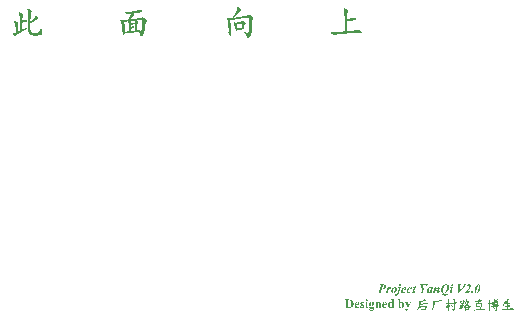
<source format=gbr>
G04*
G04 #@! TF.GenerationSoftware,Altium Limited,Altium Designer,24.3.1 (35)*
G04*
G04 Layer_Color=65535*
%FSLAX25Y25*%
%MOIN*%
G70*
G04*
G04 #@! TF.SameCoordinates,4C6EEDD9-8573-49FE-A8EC-0E224A19D34F*
G04*
G04*
G04 #@! TF.FilePolarity,Positive*
G04*
G01*
G75*
G36*
X181106Y164900D02*
X181145D01*
X181237Y164883D01*
X181347Y164856D01*
X181407Y164834D01*
X181472Y164807D01*
X181538Y164769D01*
X181603Y164730D01*
X181674Y164681D01*
X181745Y164621D01*
X181751Y164616D01*
X181762Y164605D01*
X181778Y164588D01*
X181800Y164567D01*
X181838Y164506D01*
X181860Y164474D01*
X181876Y164436D01*
X181882Y164392D01*
Y164354D01*
X181876Y164310D01*
X181854Y164266D01*
X181822Y164223D01*
X181773Y164184D01*
X181707Y164146D01*
X181625Y164113D01*
X181620D01*
X181598Y164108D01*
X181565Y164097D01*
X181516Y164081D01*
X181445Y164064D01*
X181358Y164042D01*
X181303Y164032D01*
X181248Y164021D01*
X181183Y164010D01*
X181112Y163993D01*
X181035Y163977D01*
X180954Y163961D01*
X180866Y163944D01*
X180768Y163928D01*
X180664Y163911D01*
X180555Y163890D01*
X180440Y163873D01*
X180315Y163851D01*
X180178Y163830D01*
X180036Y163808D01*
X179889Y163786D01*
X179731Y163764D01*
X179561Y163737D01*
X179387Y163715D01*
X179206Y163688D01*
X179010Y163660D01*
X179015Y163655D01*
X179026Y163644D01*
X179048Y163622D01*
X179075Y163595D01*
X179103Y163562D01*
X179135Y163524D01*
X179190Y163436D01*
X179212Y163382D01*
X179228Y163333D01*
X179234Y163278D01*
Y163223D01*
X179217Y163169D01*
X179190Y163114D01*
X179141Y163060D01*
X179081Y163011D01*
X179075Y163005D01*
X179064Y163000D01*
X179037Y162978D01*
X179004Y162956D01*
X178961Y162918D01*
X178912Y162874D01*
X178846Y162814D01*
X178770Y162743D01*
X178688Y162661D01*
X178589Y162568D01*
X178480Y162459D01*
X178360Y162333D01*
X178224Y162191D01*
X178076Y162028D01*
X177918Y161853D01*
X177749Y161656D01*
X177765D01*
X177787Y161662D01*
X177814Y161667D01*
X177847Y161673D01*
X177891Y161678D01*
X177934Y161684D01*
X177989Y161695D01*
X178049Y161700D01*
X178114Y161711D01*
X178262Y161733D01*
X178426Y161760D01*
X178600Y161787D01*
X178791Y161815D01*
X178993Y161842D01*
X179201Y161875D01*
X179408Y161908D01*
X179834Y161973D01*
X180042Y162000D01*
X180244Y162033D01*
X180255D01*
X180271Y162039D01*
X180288D01*
X180342Y162049D01*
X180413Y162060D01*
X180500Y162071D01*
X180599Y162088D01*
X180702Y162110D01*
X180817Y162126D01*
X181052Y162170D01*
X181172Y162191D01*
X181287Y162213D01*
X181390Y162241D01*
X181494Y162262D01*
X181581Y162284D01*
X181652Y162306D01*
X181658D01*
X181669Y162312D01*
X181685Y162317D01*
X181712Y162322D01*
X181745Y162328D01*
X181783Y162339D01*
X181871Y162350D01*
X181975Y162355D01*
X182089D01*
X182209Y162339D01*
X182270Y162322D01*
X182329Y162301D01*
X182335D01*
X182346Y162295D01*
X182362Y162284D01*
X182390Y162273D01*
X182422Y162257D01*
X182461Y162241D01*
X182504Y162213D01*
X182553Y162186D01*
X182608Y162148D01*
X182674Y162110D01*
X182739Y162066D01*
X182810Y162011D01*
X182886Y161957D01*
X182963Y161891D01*
X183050Y161820D01*
X183138Y161744D01*
X183143Y161738D01*
X183159Y161727D01*
X183181Y161700D01*
X183209Y161673D01*
X183241Y161635D01*
X183274Y161591D01*
X183345Y161493D01*
X183378Y161438D01*
X183405Y161378D01*
X183422Y161318D01*
X183432Y161258D01*
X183438Y161198D01*
X183427Y161143D01*
X183400Y161083D01*
X183361Y161029D01*
Y161023D01*
X183351Y161018D01*
X183340Y161001D01*
X183318Y160974D01*
X183301Y160947D01*
X183274Y160908D01*
X183247Y160865D01*
X183220Y160810D01*
X183187Y160750D01*
X183159Y160685D01*
X183127Y160608D01*
X183094Y160526D01*
X183061Y160439D01*
X183034Y160341D01*
X183007Y160231D01*
X182979Y160117D01*
Y160111D01*
X182974Y160089D01*
X182968Y160051D01*
X182957Y160002D01*
X182947Y159942D01*
X182936Y159865D01*
X182919Y159784D01*
X182903Y159685D01*
X182886Y159571D01*
X182865Y159451D01*
X182848Y159325D01*
X182832Y159183D01*
X182810Y159030D01*
X182794Y158872D01*
X182772Y158703D01*
X182755Y158528D01*
Y158517D01*
X182750Y158484D01*
X182745Y158435D01*
X182739Y158370D01*
X182728Y158288D01*
X182712Y158195D01*
X182695Y158086D01*
X182679Y157976D01*
X182652Y157851D01*
X182624Y157725D01*
X182564Y157463D01*
X182482Y157206D01*
X182433Y157081D01*
X182384Y156961D01*
X182379Y156955D01*
X182373Y156933D01*
X182357Y156901D01*
X182335Y156862D01*
X182308Y156813D01*
X182275Y156759D01*
X182237Y156693D01*
X182193Y156628D01*
X182089Y156486D01*
X181975Y156349D01*
X181909Y156284D01*
X181844Y156218D01*
X181773Y156164D01*
X181696Y156114D01*
X181691D01*
X181680Y156104D01*
X181658Y156098D01*
X181631Y156087D01*
X181598Y156076D01*
X181560Y156071D01*
X181521Y156065D01*
X181478Y156071D01*
X181434Y156082D01*
X181390Y156098D01*
X181341Y156131D01*
X181298Y156175D01*
X181259Y156229D01*
X181221Y156300D01*
X181188Y156387D01*
X181161Y156497D01*
Y156502D01*
X181156Y156524D01*
X181150Y156557D01*
X181139Y156600D01*
X181128Y156650D01*
X181117Y156710D01*
X181101Y156775D01*
X181085Y156846D01*
X181046Y156994D01*
X181008Y157147D01*
X180970Y157283D01*
X180948Y157349D01*
X180926Y157403D01*
X180899D01*
X180866Y157408D01*
X180571D01*
X180457Y157403D01*
X180326D01*
X180173Y157398D01*
X179998Y157387D01*
X179807Y157376D01*
X179698Y157370D01*
X179589Y157365D01*
X179474Y157359D01*
X179354Y157349D01*
X179228Y157338D01*
X179097Y157327D01*
X178955Y157316D01*
X178813Y157305D01*
X178797D01*
X178775Y157299D01*
X178742D01*
X178704Y157294D01*
X178660D01*
X178611Y157288D01*
X178551Y157283D01*
X178486Y157278D01*
X178415Y157272D01*
X178338Y157267D01*
X178262Y157261D01*
X178082Y157245D01*
X177891Y157228D01*
X177689Y157212D01*
X177470Y157196D01*
X177252Y157174D01*
X177022Y157157D01*
X176569Y157119D01*
X176351Y157103D01*
X176138Y157086D01*
X176132Y157076D01*
X176121Y157048D01*
X176105Y157004D01*
X176078Y156955D01*
X176050Y156895D01*
X176012Y156830D01*
X175974Y156764D01*
X175930Y156699D01*
X175887Y156644D01*
X175838Y156595D01*
X175788Y156562D01*
X175739Y156546D01*
X175690D01*
X175663Y156557D01*
X175641Y156573D01*
X175614Y156595D01*
X175592Y156622D01*
X175565Y156660D01*
X175543Y156704D01*
Y156710D01*
X175532Y156726D01*
X175521Y156759D01*
X175505Y156802D01*
X175483Y156852D01*
X175461Y156917D01*
X175439Y156994D01*
X175412Y157081D01*
X175390Y157179D01*
X175363Y157288D01*
X175341Y157414D01*
X175313Y157545D01*
X175292Y157687D01*
X175275Y157840D01*
X175259Y157998D01*
X175248Y158173D01*
Y158178D01*
Y158184D01*
Y158217D01*
X175242Y158266D01*
X175237Y158331D01*
X175232Y158419D01*
X175226Y158511D01*
X175221Y158621D01*
X175210Y158741D01*
X175199Y158866D01*
X175188Y158997D01*
X175155Y159276D01*
X175117Y159560D01*
X175095Y159696D01*
X175073Y159833D01*
Y159844D01*
X175068Y159865D01*
X175062Y159904D01*
X175051Y159953D01*
X175035Y160013D01*
X175019Y160089D01*
X174997Y160171D01*
X174975Y160259D01*
X174953Y160357D01*
X174920Y160461D01*
X174855Y160674D01*
X174778Y160898D01*
X174691Y161121D01*
Y161127D01*
X174680Y161149D01*
X174669Y161176D01*
X174658Y161209D01*
X174647Y161252D01*
X174631Y161302D01*
X174615Y161405D01*
Y161454D01*
X174620Y161504D01*
X174631Y161553D01*
X174653Y161591D01*
X174686Y161618D01*
X174724Y161640D01*
X174778Y161651D01*
X174866D01*
X174888Y161645D01*
X174920Y161640D01*
X174953Y161635D01*
X174991Y161629D01*
X175090Y161618D01*
X175193Y161596D01*
X175303Y161574D01*
X175406Y161547D01*
X175505Y161514D01*
X175510D01*
X175515Y161509D01*
X175537D01*
X175565Y161504D01*
X175603Y161498D01*
X175657D01*
X175717Y161493D01*
X175898D01*
X176012Y161498D01*
X176143Y161504D01*
X176220Y161509D01*
X176302Y161514D01*
X176384Y161520D01*
X176476Y161531D01*
X176575Y161536D01*
X176673Y161547D01*
X176782Y161558D01*
X176897Y161569D01*
X177022Y161580D01*
X177148Y161596D01*
Y161602D01*
X177153Y161607D01*
X177175Y161640D01*
X177208Y161689D01*
X177252Y161755D01*
X177301Y161837D01*
X177356Y161924D01*
X177416Y162028D01*
X177481Y162131D01*
X177612Y162355D01*
X177672Y162470D01*
X177732Y162579D01*
X177787Y162683D01*
X177831Y162781D01*
X177869Y162868D01*
X177896Y162945D01*
Y162950D01*
X177901Y162961D01*
X177907Y162983D01*
X177912Y163005D01*
X177923Y163038D01*
X177929Y163076D01*
X177951Y163158D01*
X177972Y163256D01*
X177989Y163355D01*
X178000Y163453D01*
X178005Y163540D01*
X177994D01*
X177978Y163535D01*
X177962D01*
X177907Y163524D01*
X177836Y163513D01*
X177754Y163496D01*
X177656Y163480D01*
X177552Y163464D01*
X177437Y163447D01*
X177426D01*
X177410Y163442D01*
X177388D01*
X177328Y163436D01*
X177257Y163431D01*
X177175Y163426D01*
X177088Y163420D01*
X176995D01*
X176908Y163426D01*
X176897D01*
X176864Y163436D01*
X176815Y163453D01*
X176744Y163486D01*
X176657Y163535D01*
X176607Y163562D01*
X176553Y163600D01*
X176498Y163644D01*
X176438Y163693D01*
X176373Y163748D01*
X176302Y163813D01*
X176296Y163819D01*
X176285Y163830D01*
X176274Y163846D01*
X176258Y163873D01*
X176225Y163928D01*
X176220Y163961D01*
Y163999D01*
X176231Y164032D01*
X176252Y164064D01*
X176285Y164092D01*
X176340Y164124D01*
X176416Y164146D01*
X176460Y164157D01*
X176509Y164163D01*
X176564Y164168D01*
X176629Y164173D01*
X176695Y164179D01*
X176842D01*
X176902Y164184D01*
X176973D01*
X177055Y164190D01*
X177159Y164195D01*
X177274Y164206D01*
X177399Y164217D01*
X177541Y164228D01*
X177694Y164244D01*
X177863Y164266D01*
X178038Y164288D01*
X178229Y164315D01*
X178431Y164348D01*
X178644Y164381D01*
X178655D01*
X178671Y164386D01*
X178693Y164392D01*
X178753Y164403D01*
X178835Y164414D01*
X178928Y164430D01*
X179037Y164452D01*
X179152Y164474D01*
X179277Y164501D01*
X179545Y164550D01*
X179676Y164577D01*
X179807Y164605D01*
X179927Y164632D01*
X180042Y164665D01*
X180146Y164687D01*
X180233Y164714D01*
X180238D01*
X180255Y164719D01*
X180277Y164725D01*
X180304Y164736D01*
X180342Y164747D01*
X180386Y164758D01*
X180440Y164774D01*
X180495Y164790D01*
X180615Y164818D01*
X180746Y164850D01*
X180883Y164878D01*
X181014Y164900D01*
X181030D01*
X181046Y164905D01*
X181074D01*
X181106Y164900D01*
D02*
G37*
G36*
X215335Y161231D02*
X215401Y161214D01*
X215472Y161192D01*
X215477D01*
X215488Y161187D01*
X215510Y161176D01*
X215537Y161165D01*
X215570Y161149D01*
X215614Y161132D01*
X215706Y161083D01*
X215816Y161023D01*
X215941Y160952D01*
X216067Y160865D01*
X216198Y160766D01*
X216203Y160761D01*
X216214Y160756D01*
X216225Y160739D01*
X216247Y160717D01*
X216291Y160668D01*
X216334Y160603D01*
X216351Y160564D01*
X216362Y160526D01*
X216367Y160483D01*
X216362Y160444D01*
X216351Y160401D01*
X216323Y160357D01*
X216291Y160313D01*
X216242Y160275D01*
X216236D01*
X216231Y160264D01*
X216214Y160248D01*
X216192Y160226D01*
X216165Y160199D01*
X216138Y160155D01*
X216100Y160106D01*
X216067Y160046D01*
X216023Y159975D01*
X215985Y159893D01*
X215941Y159795D01*
X215898Y159685D01*
X215854Y159560D01*
X215810Y159418D01*
X215772Y159259D01*
X215728Y159085D01*
X215734Y159079D01*
X215745Y159057D01*
X215767Y159025D01*
X215788Y158986D01*
X215816Y158937D01*
X215843Y158883D01*
X215865Y158823D01*
X215887Y158763D01*
X215898Y158703D01*
Y158642D01*
X215892Y158582D01*
X215870Y158533D01*
X215838Y158484D01*
X215783Y158446D01*
X215706Y158419D01*
X215663Y158408D01*
X215614Y158402D01*
X215586D01*
X215554Y158397D01*
X215505Y158391D01*
X215439Y158380D01*
X215363Y158375D01*
X215264Y158364D01*
X215155Y158348D01*
X215024Y158331D01*
X214882Y158309D01*
X214718Y158288D01*
X214538Y158266D01*
X214341Y158233D01*
X214123Y158206D01*
X213883Y158168D01*
X213626Y158129D01*
X213621Y158124D01*
X213615Y158102D01*
X213599Y158075D01*
X213583Y158042D01*
X213533Y157960D01*
X213468Y157884D01*
X213435Y157851D01*
X213397Y157824D01*
X213359Y157807D01*
X213320Y157802D01*
X213282Y157807D01*
X213239Y157834D01*
X213200Y157878D01*
X213184Y157911D01*
X213162Y157944D01*
Y157949D01*
X213151Y157966D01*
X213140Y157987D01*
X213129Y158020D01*
X213107Y158064D01*
X213086Y158118D01*
X213064Y158178D01*
X213037Y158249D01*
X213004Y158331D01*
X212977Y158424D01*
X212944Y158522D01*
X212906Y158632D01*
X212873Y158752D01*
X212835Y158883D01*
X212796Y159019D01*
X212758Y159167D01*
Y159178D01*
X212747Y159205D01*
X212736Y159243D01*
X212725Y159298D01*
X212703Y159369D01*
X212682Y159445D01*
X212660Y159527D01*
X212627Y159620D01*
X212561Y159811D01*
X212485Y160008D01*
X212447Y160100D01*
X212403Y160188D01*
X212359Y160270D01*
X212310Y160341D01*
Y160346D01*
X212299Y160357D01*
X212288Y160373D01*
X212278Y160395D01*
X212256Y160455D01*
X212239Y160521D01*
Y160554D01*
X212245Y160586D01*
X212261Y160619D01*
X212283Y160646D01*
X212316Y160668D01*
X212365Y160685D01*
X212420Y160696D01*
X212496Y160701D01*
X212551D01*
X212611Y160696D01*
X212687D01*
X212774Y160685D01*
X212867Y160674D01*
X212966Y160657D01*
X213058Y160635D01*
X213069D01*
X213086Y160630D01*
X213107D01*
X213135Y160625D01*
X213168D01*
X213211Y160619D01*
X213255D01*
X213310Y160625D01*
X213375D01*
X213446Y160635D01*
X213523Y160641D01*
X213604Y160657D01*
X213697Y160674D01*
X213801Y160690D01*
X213910Y160717D01*
X213916D01*
X213937Y160723D01*
X213970Y160734D01*
X214008Y160745D01*
X214058Y160761D01*
X214118Y160777D01*
X214183Y160799D01*
X214249Y160821D01*
X214396Y160881D01*
X214544Y160947D01*
X214680Y161023D01*
X214745Y161061D01*
X214800Y161105D01*
X214806Y161110D01*
X214811Y161116D01*
X214827Y161127D01*
X214849Y161138D01*
X214877Y161154D01*
X214909Y161170D01*
X214991Y161203D01*
X215090Y161231D01*
X215204Y161241D01*
X215270D01*
X215335Y161231D01*
D02*
G37*
G36*
X141008Y164064D02*
X141014D01*
X141030Y164059D01*
X141052D01*
X141085Y164048D01*
X141123Y164042D01*
X141172Y164032D01*
X141221Y164015D01*
X141281Y164004D01*
X141407Y163966D01*
X141549Y163917D01*
X141696Y163851D01*
X141849Y163780D01*
X141855D01*
X141866Y163769D01*
X141887Y163759D01*
X141909Y163742D01*
X141969Y163693D01*
X142029Y163628D01*
X142084Y163540D01*
X142106Y163491D01*
X142117Y163436D01*
X142128Y163376D01*
X142122Y163316D01*
X142111Y163245D01*
X142089Y163174D01*
Y163169D01*
X142084Y163152D01*
X142073Y163131D01*
X142068Y163087D01*
X142057Y163038D01*
X142040Y162972D01*
X142029Y162890D01*
X142018Y162792D01*
X142002Y162672D01*
X141991Y162541D01*
X141980Y162388D01*
X141975Y162213D01*
X141969Y162120D01*
Y162017D01*
Y161913D01*
Y161804D01*
Y161684D01*
Y161564D01*
Y161433D01*
X141975Y161296D01*
X141980D01*
X141991Y161302D01*
X142007Y161307D01*
X142029Y161312D01*
X142057Y161318D01*
X142095Y161329D01*
X142133Y161345D01*
X142182Y161356D01*
X142291Y161394D01*
X142417Y161438D01*
X142564Y161493D01*
X142728Y161558D01*
X142734D01*
X142750Y161564D01*
X142772Y161574D01*
X142805Y161585D01*
X142843Y161596D01*
X142892Y161602D01*
X142941Y161613D01*
X142996Y161618D01*
X143121D01*
X143187Y161613D01*
X143258Y161602D01*
X143323Y161580D01*
X143394Y161553D01*
X143460Y161514D01*
X143525Y161465D01*
X143531Y161460D01*
X143542Y161454D01*
X143553Y161438D01*
X143569Y161416D01*
X143602Y161362D01*
X143613Y161329D01*
Y161291D01*
Y161247D01*
X143596Y161203D01*
X143569Y161154D01*
X143531Y161105D01*
X143476Y161056D01*
X143400Y161001D01*
X143356Y160974D01*
X143301Y160947D01*
X143247Y160919D01*
X143187Y160892D01*
X143181Y160887D01*
X143154Y160881D01*
X143121Y160865D01*
X143072Y160848D01*
X143012Y160827D01*
X142941Y160805D01*
X142865Y160783D01*
X142777Y160761D01*
X142690Y160739D01*
X142592Y160717D01*
X142390Y160685D01*
X142286Y160679D01*
X142177D01*
X142078Y160685D01*
X141975Y160695D01*
Y160690D01*
Y160685D01*
Y160668D01*
Y160646D01*
Y160614D01*
X141969Y160581D01*
Y160543D01*
Y160499D01*
X141964Y160395D01*
Y160270D01*
X141958Y160133D01*
X141953Y159975D01*
X141947Y159806D01*
Y159625D01*
X141942Y159429D01*
X141936Y159227D01*
Y159019D01*
X141931Y158801D01*
Y158359D01*
X141936Y158364D01*
X141958Y158375D01*
X141991Y158391D01*
X142035Y158419D01*
X142084Y158446D01*
X142149Y158479D01*
X142215Y158517D01*
X142291Y158555D01*
X142373Y158593D01*
X142461Y158637D01*
X142641Y158724D01*
X142826Y158801D01*
X143007Y158872D01*
X143012D01*
X143028Y158877D01*
X143050Y158888D01*
X143083Y158894D01*
X143116Y158905D01*
X143159Y158915D01*
X143247Y158932D01*
X143340Y158937D01*
X143422Y158932D01*
X143454Y158926D01*
X143482Y158910D01*
X143503Y158888D01*
X143514Y158855D01*
Y158850D01*
Y158823D01*
X143503Y158784D01*
X143492Y158757D01*
X143476Y158730D01*
X143449Y158697D01*
X143422Y158659D01*
X143383Y158621D01*
X143340Y158577D01*
X143285Y158528D01*
X143219Y158479D01*
X143143Y158424D01*
X143056Y158364D01*
X143050Y158359D01*
X143034Y158348D01*
X143007Y158331D01*
X142968Y158309D01*
X142925Y158282D01*
X142870Y158249D01*
X142810Y158217D01*
X142745Y158173D01*
X142674Y158129D01*
X142597Y158086D01*
X142433Y157993D01*
X142259Y157895D01*
X142078Y157796D01*
X142073D01*
X142057Y157785D01*
X142029Y157769D01*
X141991Y157753D01*
X141942Y157725D01*
X141887Y157692D01*
X141816Y157654D01*
X141740Y157610D01*
X141647Y157556D01*
X141549Y157501D01*
X141440Y157441D01*
X141325Y157370D01*
X141194Y157294D01*
X141057Y157212D01*
X140910Y157125D01*
X140757Y157032D01*
X140746Y157026D01*
X140719Y157010D01*
X140675Y156983D01*
X140621Y156950D01*
X140555Y156906D01*
X140473Y156857D01*
X140391Y156808D01*
X140304Y156748D01*
X140118Y156628D01*
X140025Y156568D01*
X139938Y156508D01*
X139856Y156453D01*
X139780Y156398D01*
X139720Y156349D01*
X139665Y156306D01*
X139654Y156300D01*
X139638Y156289D01*
X139621Y156278D01*
X139594Y156273D01*
X139561Y156267D01*
X139523Y156262D01*
X139479Y156267D01*
X139425Y156278D01*
X139370Y156295D01*
X139305Y156316D01*
X139239Y156355D01*
X139163Y156404D01*
X139075Y156464D01*
X138988Y156540D01*
X138890Y156633D01*
X138884Y156639D01*
X138868Y156655D01*
X138846Y156682D01*
X138813Y156721D01*
X138781Y156759D01*
X138748Y156808D01*
X138715Y156857D01*
X138688Y156906D01*
X138666Y156955D01*
X138649Y157004D01*
Y157054D01*
X138660Y157092D01*
X138688Y157130D01*
X138731Y157157D01*
X138759Y157168D01*
X138792Y157174D01*
X138835Y157179D01*
X138917D01*
X138944Y157185D01*
X138983D01*
X139026Y157190D01*
X139070Y157196D01*
X139125Y157201D01*
X139250Y157223D01*
X139392Y157256D01*
X139545Y157305D01*
X139709Y157365D01*
Y157370D01*
Y157376D01*
Y157408D01*
Y157463D01*
Y157534D01*
Y157616D01*
X139703Y157720D01*
Y157829D01*
X139698Y157955D01*
Y158086D01*
X139692Y158222D01*
X139681Y158511D01*
X139660Y158801D01*
X139649Y158943D01*
X139638Y159079D01*
Y159090D01*
X139632Y159112D01*
Y159150D01*
X139627Y159199D01*
X139621Y159254D01*
X139611Y159325D01*
X139605Y159401D01*
X139594Y159478D01*
X139572Y159647D01*
X139545Y159822D01*
X139534Y159904D01*
X139518Y159980D01*
X139501Y160051D01*
X139485Y160117D01*
Y160122D01*
X139479Y160133D01*
X139474Y160149D01*
X139469Y160171D01*
X139458Y160204D01*
X139447Y160237D01*
X139414Y160324D01*
X139370Y160428D01*
X139316Y160548D01*
X139250Y160679D01*
X139168Y160821D01*
Y160827D01*
X139157Y160837D01*
X139152Y160854D01*
X139141Y160881D01*
X139125Y160936D01*
X139119Y160968D01*
Y161001D01*
X139125Y161029D01*
X139141Y161056D01*
X139163Y161083D01*
X139201Y161105D01*
X139245Y161116D01*
X139305Y161121D01*
X139376Y161116D01*
X139469Y161105D01*
X139474D01*
X139490Y161100D01*
X139518Y161094D01*
X139556Y161089D01*
X139605Y161078D01*
X139654Y161067D01*
X139714Y161056D01*
X139774Y161039D01*
X139911Y161001D01*
X140053Y160958D01*
X140189Y160908D01*
X140315Y160848D01*
X140320D01*
X140326Y160843D01*
X140364Y160816D01*
X140408Y160777D01*
X140451Y160723D01*
X140495Y160652D01*
X140511Y160608D01*
X140522Y160559D01*
Y160510D01*
Y160455D01*
X140511Y160395D01*
X140489Y160330D01*
Y160324D01*
X140484Y160308D01*
X140479Y160281D01*
X140468Y160237D01*
X140457Y160177D01*
X140451Y160138D01*
X140446Y160095D01*
X140440Y160046D01*
X140435Y159991D01*
X140429Y159926D01*
X140424Y159860D01*
X140419Y159784D01*
X140413Y159702D01*
Y159614D01*
X140408Y159516D01*
X140402Y159412D01*
X140397Y159298D01*
X140391Y159178D01*
Y159046D01*
X140386Y158905D01*
Y158752D01*
Y158593D01*
Y158424D01*
Y158244D01*
Y158053D01*
Y157851D01*
X140391Y157638D01*
X140397Y157643D01*
X140413Y157649D01*
X140435Y157665D01*
X140462Y157682D01*
X140500Y157703D01*
X140544Y157731D01*
X140599Y157763D01*
X140653Y157796D01*
X140773Y157867D01*
X140910Y157949D01*
X141057Y158036D01*
X141199Y158124D01*
Y158135D01*
Y158162D01*
Y158206D01*
Y158266D01*
Y158342D01*
Y158435D01*
Y158539D01*
Y158653D01*
Y158784D01*
X141194Y158921D01*
Y159063D01*
Y159221D01*
Y159380D01*
X141188Y159543D01*
X141183Y159893D01*
X141177Y160248D01*
X141172Y160608D01*
X141161Y160963D01*
X141156Y161132D01*
X141150Y161302D01*
X141145Y161460D01*
X141139Y161618D01*
X141128Y161766D01*
X141123Y161902D01*
X141112Y162028D01*
X141106Y162148D01*
X141096Y162251D01*
X141085Y162344D01*
Y162355D01*
X141079Y162383D01*
X141074Y162432D01*
X141063Y162492D01*
X141052Y162568D01*
X141041Y162656D01*
X141025Y162754D01*
X141003Y162858D01*
X140959Y163076D01*
X140904Y163300D01*
X140872Y163409D01*
X140839Y163513D01*
X140806Y163611D01*
X140768Y163698D01*
Y163704D01*
X140762Y163715D01*
X140752Y163737D01*
X140746Y163764D01*
X140730Y163835D01*
X140724Y163911D01*
Y163950D01*
X140741Y163982D01*
X140757Y164015D01*
X140784Y164037D01*
X140823Y164059D01*
X140872Y164070D01*
X140932Y164075D01*
X141008Y164064D01*
D02*
G37*
G36*
X213817Y165751D02*
X213905Y165735D01*
X213910D01*
X213927Y165730D01*
X213954Y165724D01*
X213987Y165713D01*
X214030Y165697D01*
X214079Y165680D01*
X214140Y165659D01*
X214199Y165637D01*
X214336Y165571D01*
X214483Y165495D01*
X214631Y165402D01*
X214773Y165287D01*
X214778Y165282D01*
X214789Y165271D01*
X214806Y165254D01*
X214827Y165233D01*
X214871Y165167D01*
X214920Y165091D01*
X214937Y165047D01*
X214948Y164998D01*
X214953Y164949D01*
Y164900D01*
X214942Y164845D01*
X214915Y164796D01*
X214877Y164741D01*
X214827Y164692D01*
X214822Y164687D01*
X214811Y164681D01*
X214795Y164665D01*
X214773Y164643D01*
X214745Y164621D01*
X214707Y164588D01*
X214625Y164512D01*
X214527Y164419D01*
X214412Y164310D01*
X214287Y164184D01*
X214156Y164048D01*
X214150Y164042D01*
X214140Y164032D01*
X214118Y164004D01*
X214079Y163966D01*
X214036Y163917D01*
X213976Y163857D01*
X213905Y163775D01*
X213817Y163682D01*
X213714Y163573D01*
X213594Y163442D01*
X213457Y163294D01*
X213304Y163131D01*
X213217Y163038D01*
X213129Y162940D01*
X213031Y162841D01*
X212933Y162732D01*
X212829Y162617D01*
X212720Y162497D01*
X212600Y162372D01*
X212480Y162241D01*
X212491D01*
X212523Y162246D01*
X212573Y162257D01*
X212643Y162268D01*
X212736Y162284D01*
X212840Y162301D01*
X212955Y162322D01*
X213091Y162344D01*
X213233Y162366D01*
X213386Y162393D01*
X213555Y162421D01*
X213724Y162448D01*
X213905Y162481D01*
X214096Y162514D01*
X214478Y162579D01*
X214871Y162650D01*
X215259Y162721D01*
X215450Y162754D01*
X215635Y162792D01*
X215816Y162825D01*
X215990Y162858D01*
X216154Y162890D01*
X216307Y162923D01*
X216449Y162950D01*
X216586Y162983D01*
X216700Y163005D01*
X216804Y163032D01*
X216891Y163054D01*
X216962Y163076D01*
X216968D01*
X216990Y163087D01*
X217022Y163092D01*
X217072Y163103D01*
X217126Y163120D01*
X217186Y163131D01*
X217257Y163142D01*
X217334Y163152D01*
X217497Y163163D01*
X217585D01*
X217667Y163158D01*
X217754Y163147D01*
X217830Y163125D01*
X217912Y163098D01*
X217983Y163060D01*
X217989D01*
X218000Y163049D01*
X218021Y163038D01*
X218049Y163021D01*
X218082Y163000D01*
X218120Y162972D01*
X218213Y162907D01*
X218316Y162825D01*
X218437Y162721D01*
X218562Y162612D01*
X218688Y162481D01*
X218693Y162475D01*
X218704Y162464D01*
X218715Y162448D01*
X218737Y162421D01*
X218759Y162388D01*
X218780Y162355D01*
X218830Y162268D01*
X218862Y162175D01*
X218873Y162120D01*
X218879Y162071D01*
X218873Y162017D01*
X218857Y161968D01*
X218835Y161918D01*
X218797Y161869D01*
Y161864D01*
X218786Y161858D01*
X218775Y161837D01*
X218759Y161809D01*
X218742Y161766D01*
X218726Y161711D01*
X218704Y161640D01*
X218677Y161553D01*
X218655Y161449D01*
X218633Y161329D01*
X218622Y161258D01*
X218611Y161181D01*
X218600Y161105D01*
X218589Y161018D01*
X218579Y160925D01*
X218567Y160827D01*
X218557Y160723D01*
X218551Y160614D01*
X218540Y160493D01*
X218535Y160368D01*
X218529Y160237D01*
X218524Y160100D01*
Y160095D01*
Y160084D01*
Y160062D01*
Y160035D01*
X218518Y159997D01*
Y159953D01*
Y159909D01*
Y159849D01*
X218513Y159789D01*
Y159724D01*
X218508Y159582D01*
X218497Y159418D01*
X218491Y159249D01*
X218480Y159068D01*
X218469Y158883D01*
X218447Y158506D01*
X218437Y158320D01*
X218420Y158146D01*
X218404Y157982D01*
X218387Y157834D01*
Y157824D01*
X218382Y157802D01*
X218376Y157763D01*
X218371Y157709D01*
X218360Y157643D01*
X218349Y157572D01*
X218338Y157490D01*
X218322Y157398D01*
X218305Y157305D01*
X218289Y157201D01*
X218245Y156994D01*
X218196Y156786D01*
X218163Y156688D01*
X218136Y156589D01*
Y156584D01*
X218131Y156568D01*
X218120Y156540D01*
X218103Y156508D01*
X218082Y156464D01*
X218060Y156409D01*
X218027Y156355D01*
X217994Y156289D01*
X217951Y156224D01*
X217901Y156147D01*
X217847Y156071D01*
X217787Y155994D01*
X217721Y155912D01*
X217645Y155831D01*
X217563Y155749D01*
X217476Y155667D01*
X217470Y155661D01*
X217454Y155650D01*
X217432Y155629D01*
X217399Y155607D01*
X217355Y155585D01*
X217312Y155558D01*
X217263Y155536D01*
X217214Y155519D01*
X217159Y155503D01*
X217104D01*
X217055Y155508D01*
X217006Y155525D01*
X216957Y155558D01*
X216913Y155607D01*
X216875Y155678D01*
X216864Y155716D01*
X216848Y155765D01*
Y155771D01*
X216842Y155787D01*
X216831Y155820D01*
X216820Y155858D01*
X216798Y155907D01*
X216777Y155967D01*
X216749Y156033D01*
X216711Y156109D01*
X216668Y156196D01*
X216618Y156289D01*
X216564Y156387D01*
X216498Y156491D01*
X216422Y156600D01*
X216340Y156715D01*
X216252Y156835D01*
X216149Y156961D01*
X216143Y156966D01*
X216127Y156988D01*
X216100Y157021D01*
X216067Y157065D01*
X216034Y157114D01*
X215996Y157163D01*
X215958Y157223D01*
X215925Y157278D01*
X215898Y157327D01*
X215881Y157376D01*
X215870Y157420D01*
X215876Y157452D01*
X215892Y157474D01*
X215930Y157480D01*
X215958D01*
X215990Y157474D01*
X216023Y157463D01*
X216067Y157447D01*
X216072D01*
X216089Y157441D01*
X216116Y157430D01*
X216149Y157414D01*
X216192Y157403D01*
X216242Y157381D01*
X216296Y157365D01*
X216351Y157343D01*
X216482Y157294D01*
X216624Y157245D01*
X216760Y157196D01*
X216897Y157152D01*
X216902D01*
X216913Y157147D01*
X216951D01*
X217017Y157152D01*
X217050Y157163D01*
X217088Y157179D01*
X217132Y157201D01*
X217170Y157234D01*
X217214Y157272D01*
X217257Y157327D01*
X217295Y157392D01*
X217334Y157469D01*
X217372Y157561D01*
X217405Y157671D01*
Y157676D01*
X217410Y157703D01*
X217421Y157742D01*
X217432Y157796D01*
X217443Y157873D01*
X217459Y157966D01*
X217476Y158075D01*
X217492Y158206D01*
X217508Y158359D01*
X217519Y158446D01*
X217525Y158533D01*
X217536Y158626D01*
X217547Y158730D01*
X217552Y158839D01*
X217563Y158948D01*
X217568Y159068D01*
X217579Y159194D01*
X217585Y159325D01*
X217590Y159461D01*
X217596Y159603D01*
X217601Y159756D01*
X217607Y159909D01*
X217612Y160073D01*
Y160079D01*
Y160095D01*
Y160117D01*
Y160150D01*
Y160193D01*
X217618Y160237D01*
Y160297D01*
Y160357D01*
Y160423D01*
Y160493D01*
Y160652D01*
X217612Y160821D01*
X217607Y160996D01*
X217601Y161181D01*
X217590Y161356D01*
X217579Y161531D01*
X217557Y161695D01*
X217536Y161837D01*
X217525Y161902D01*
X217514Y161962D01*
X217497Y162017D01*
X217481Y162060D01*
X217465Y162099D01*
X217443Y162131D01*
Y162137D01*
X217432Y162142D01*
X217415Y162159D01*
X217399Y162175D01*
X217366Y162191D01*
X217334Y162213D01*
X217284Y162235D01*
X217230Y162251D01*
X217164Y162273D01*
X217093Y162290D01*
X217006Y162301D01*
X216908Y162312D01*
X216793D01*
X216673Y162306D01*
X216536Y162295D01*
X216384Y162273D01*
X216373D01*
X216362Y162268D01*
X216340D01*
X216313Y162262D01*
X216280Y162257D01*
X216236Y162251D01*
X216181Y162241D01*
X216127Y162235D01*
X216056Y162224D01*
X215980Y162208D01*
X215887Y162197D01*
X215788Y162181D01*
X215679Y162164D01*
X215554Y162142D01*
X215423Y162120D01*
X215275Y162099D01*
X215111Y162077D01*
X214937Y162049D01*
X214751Y162017D01*
X214549Y161989D01*
X214331Y161957D01*
X214096Y161918D01*
X213845Y161880D01*
X213577Y161837D01*
X213299Y161793D01*
X212993Y161749D01*
X212676Y161700D01*
X212338Y161651D01*
X211983Y161596D01*
X211606Y161536D01*
X211213Y161476D01*
Y161471D01*
Y161460D01*
X211218Y161443D01*
Y161416D01*
X211224Y161383D01*
Y161340D01*
X211229Y161296D01*
X211235Y161247D01*
X211240Y161187D01*
X211246Y161127D01*
X211262Y160985D01*
X211278Y160827D01*
X211295Y160657D01*
X211311Y160472D01*
X211328Y160275D01*
X211344Y160073D01*
X211366Y159871D01*
X211404Y159451D01*
X211420Y159243D01*
X211437Y159041D01*
Y159036D01*
Y159030D01*
Y159014D01*
X211442Y158997D01*
X211448Y158943D01*
X211453Y158866D01*
X211459Y158779D01*
X211470Y158681D01*
X211475Y158572D01*
X211486Y158451D01*
X211497Y158326D01*
X211508Y158195D01*
X211524Y157938D01*
X211535Y157818D01*
X211541Y157698D01*
X211546Y157589D01*
X211551Y157490D01*
Y157485D01*
Y157469D01*
Y157441D01*
Y157408D01*
Y157359D01*
Y157310D01*
X211546Y157245D01*
Y157179D01*
X211541Y157103D01*
X211530Y157026D01*
X211508Y156852D01*
X211475Y156660D01*
X211426Y156458D01*
Y156453D01*
X211420Y156437D01*
X211409Y156409D01*
X211399Y156382D01*
X211360Y156311D01*
X211338Y156278D01*
X211306Y156251D01*
X211273Y156229D01*
X211240Y156213D01*
X211196Y156207D01*
X211153Y156218D01*
X211104Y156240D01*
X211049Y156284D01*
X211016Y156311D01*
X210989Y156344D01*
X210956Y156387D01*
X210924Y156431D01*
X210918Y156437D01*
X210907Y156453D01*
X210891Y156480D01*
X210869Y156519D01*
X210842Y156568D01*
X210814Y156617D01*
X210787Y156682D01*
X210754Y156748D01*
X210700Y156890D01*
X210650Y157054D01*
X210634Y157130D01*
X210629Y157212D01*
Y157294D01*
X210634Y157376D01*
Y157381D01*
X210640Y157398D01*
Y157425D01*
X210645Y157463D01*
X210650Y157512D01*
Y157572D01*
X210656Y157649D01*
X210662Y157736D01*
Y157840D01*
X210667Y157960D01*
Y158091D01*
Y158238D01*
X210662Y158402D01*
X210656Y158582D01*
X210645Y158784D01*
X210634Y158997D01*
Y159003D01*
Y159014D01*
Y159030D01*
X210629Y159052D01*
Y159079D01*
Y159112D01*
X210623Y159194D01*
X210618Y159298D01*
X210607Y159412D01*
X210596Y159538D01*
X210585Y159674D01*
X210574Y159822D01*
X210563Y159969D01*
X210530Y160275D01*
X210514Y160423D01*
X210492Y160564D01*
X210476Y160696D01*
X210454Y160821D01*
Y160827D01*
X210449Y160848D01*
X210443Y160881D01*
X210432Y160925D01*
X210421Y160979D01*
X210405Y161039D01*
X210388Y161110D01*
X210372Y161181D01*
X210323Y161345D01*
X210263Y161514D01*
X210197Y161684D01*
X210116Y161842D01*
Y161847D01*
X210104Y161858D01*
X210099Y161880D01*
X210088Y161902D01*
X210066Y161968D01*
X210050Y162039D01*
Y162071D01*
Y162110D01*
X210061Y162137D01*
X210083Y162170D01*
X210110Y162191D01*
X210148Y162208D01*
X210197Y162213D01*
X210290D01*
X210317Y162208D01*
X210350D01*
X210383Y162202D01*
X210470Y162197D01*
X210563Y162181D01*
X210656Y162170D01*
X210754Y162148D01*
X210842Y162126D01*
X210853D01*
X210869Y162120D01*
X210891D01*
X210918Y162115D01*
X210951Y162110D01*
X211180D01*
X211262Y162115D01*
X211355Y162120D01*
X211459Y162131D01*
X211573Y162142D01*
X211699Y162159D01*
X211841Y162181D01*
X211846Y162186D01*
X211852Y162191D01*
X211863Y162208D01*
X211879Y162230D01*
X211901Y162257D01*
X211928Y162290D01*
X211988Y162372D01*
X212065Y162470D01*
X212152Y162585D01*
X212245Y162710D01*
X212349Y162852D01*
X212458Y163005D01*
X212567Y163163D01*
X212676Y163327D01*
X212785Y163496D01*
X212895Y163666D01*
X212993Y163835D01*
X213091Y164004D01*
X213173Y164168D01*
X213178Y164179D01*
X213189Y164206D01*
X213211Y164250D01*
X213239Y164310D01*
X213266Y164381D01*
X213299Y164463D01*
X213337Y164550D01*
X213370Y164648D01*
X213441Y164856D01*
X213468Y164960D01*
X213490Y165069D01*
X213506Y165167D01*
X213512Y165266D01*
Y165358D01*
X213501Y165440D01*
Y165446D01*
Y165457D01*
X213495Y165478D01*
Y165506D01*
X213501Y165566D01*
X213506Y165598D01*
X213517Y165631D01*
X213539Y165664D01*
X213561Y165697D01*
X213594Y165719D01*
X213637Y165741D01*
X213686Y165751D01*
X213746Y165757D01*
X213817Y165751D01*
D02*
G37*
G36*
X249269Y165337D02*
X249324Y165325D01*
X249389Y165315D01*
X249460Y165293D01*
X249537Y165266D01*
X249619Y165238D01*
X249624D01*
X249629Y165233D01*
X249657Y165222D01*
X249706Y165205D01*
X249761Y165178D01*
X249832Y165151D01*
X249908Y165113D01*
X250072Y165025D01*
X250154Y164976D01*
X250230Y164921D01*
X250301Y164861D01*
X250356Y164807D01*
X250405Y164747D01*
X250438Y164681D01*
X250448Y164621D01*
X250443Y164588D01*
X250438Y164556D01*
Y164550D01*
X250432Y164539D01*
X250427Y164517D01*
X250421Y164490D01*
X250410Y164452D01*
X250399Y164408D01*
X250383Y164354D01*
X250372Y164288D01*
X250356Y164217D01*
X250345Y164135D01*
X250328Y164048D01*
X250312Y163944D01*
X250301Y163835D01*
X250285Y163715D01*
X250268Y163589D01*
X250257Y163447D01*
Y163436D01*
Y163415D01*
X250252Y163371D01*
X250247Y163311D01*
X250241Y163240D01*
X250236Y163153D01*
X250230Y163054D01*
X250225Y162945D01*
X250219Y162825D01*
X250214Y162694D01*
X250208Y162552D01*
X250203Y162404D01*
X250197Y162252D01*
Y162088D01*
X250192Y161924D01*
Y161749D01*
X250197D01*
X250214Y161755D01*
X250241Y161760D01*
X250279Y161771D01*
X250328Y161782D01*
X250383Y161793D01*
X250443Y161809D01*
X250508Y161826D01*
X250656Y161858D01*
X250814Y161897D01*
X250973Y161940D01*
X251131Y161979D01*
X251136D01*
X251147Y161984D01*
X251175Y161989D01*
X251202Y162000D01*
X251240Y162006D01*
X251284Y162022D01*
X251339Y162033D01*
X251398Y162049D01*
X251459Y162071D01*
X251530Y162088D01*
X251682Y162131D01*
X251846Y162181D01*
X252026Y162230D01*
X252032D01*
X252048Y162235D01*
X252076Y162241D01*
X252108Y162252D01*
X252157Y162257D01*
X252207Y162262D01*
X252267Y162268D01*
X252332Y162273D01*
X252485D01*
X252567Y162262D01*
X252649Y162252D01*
X252742Y162235D01*
X252835Y162208D01*
X252927Y162175D01*
X253020Y162137D01*
X253026D01*
X253042Y162126D01*
X253064Y162115D01*
X253091Y162093D01*
X253151Y162044D01*
X253179Y162017D01*
X253206Y161984D01*
X253222Y161946D01*
X253228Y161902D01*
X253222Y161858D01*
X253206Y161815D01*
X253168Y161766D01*
X253118Y161716D01*
X253080Y161689D01*
X253042Y161667D01*
X252998Y161640D01*
X252944Y161613D01*
X252938Y161607D01*
X252916Y161602D01*
X252884Y161585D01*
X252840Y161569D01*
X252780Y161542D01*
X252714Y161520D01*
X252638Y161487D01*
X252545Y161460D01*
X252447Y161427D01*
X252338Y161394D01*
X252218Y161367D01*
X252092Y161334D01*
X251961Y161307D01*
X251819Y161280D01*
X251672Y161258D01*
X251513Y161236D01*
X251502D01*
X251475Y161231D01*
X251431Y161225D01*
X251371Y161220D01*
X251300Y161214D01*
X251218Y161209D01*
X251131Y161198D01*
X251027Y161192D01*
X250923Y161181D01*
X250814Y161170D01*
X250596Y161160D01*
X250377Y161149D01*
X250274Y161143D01*
X250181D01*
Y161132D01*
Y161121D01*
Y161105D01*
Y161078D01*
X250175Y161050D01*
Y161012D01*
Y160974D01*
Y160925D01*
X250170Y160870D01*
Y160810D01*
X250165Y160745D01*
Y160674D01*
Y160592D01*
X250159Y160504D01*
Y160412D01*
X250154Y160308D01*
X250148Y160199D01*
Y160079D01*
X250143Y159953D01*
Y159822D01*
X250137Y159680D01*
X250132Y159527D01*
Y159369D01*
X250126Y159205D01*
X250121Y159025D01*
Y158839D01*
X250115Y158648D01*
X250110Y158440D01*
Y158228D01*
X250104Y158009D01*
X250099Y157774D01*
X250115D01*
X250132Y157780D01*
X250154D01*
X250181Y157785D01*
X250214D01*
X250301Y157796D01*
X250405Y157807D01*
X250519Y157818D01*
X250656Y157829D01*
X250798Y157845D01*
X250951Y157862D01*
X251109Y157878D01*
X251442Y157911D01*
X251606Y157922D01*
X251764Y157938D01*
X251923Y157955D01*
X252070Y157966D01*
X252081D01*
X252103Y157971D01*
X252147D01*
X252196Y157976D01*
X252261Y157982D01*
X252338Y157993D01*
X252419Y157998D01*
X252512Y158009D01*
X252703Y158031D01*
X252906Y158053D01*
X253102Y158080D01*
X253195Y158097D01*
X253282Y158107D01*
X253288D01*
X253304Y158113D01*
X253326D01*
X253359Y158118D01*
X253402D01*
X253451Y158124D01*
X253506D01*
X253566Y158129D01*
X253632D01*
X253708Y158124D01*
X253861Y158113D01*
X254030Y158091D01*
X254210Y158053D01*
X254216D01*
X254232Y158047D01*
X254260Y158036D01*
X254292Y158026D01*
X254330Y158009D01*
X254380Y157987D01*
X254434Y157960D01*
X254494Y157933D01*
X254554Y157895D01*
X254620Y157851D01*
X254685Y157802D01*
X254756Y157742D01*
X254822Y157676D01*
X254888Y157605D01*
X254953Y157523D01*
X255013Y157436D01*
X255018Y157430D01*
X255024Y157414D01*
X255035Y157392D01*
X255046Y157359D01*
X255051Y157327D01*
Y157283D01*
X255040Y157245D01*
X255018Y157201D01*
X254980Y157157D01*
X254926Y157119D01*
X254893Y157103D01*
X254849Y157086D01*
X254806Y157070D01*
X254751Y157059D01*
X254696Y157048D01*
X254631Y157037D01*
X254554Y157032D01*
X254478Y157026D01*
X254391Y157021D01*
X254292D01*
X254189Y157026D01*
X254074Y157032D01*
X254041D01*
X254019Y157037D01*
X253987D01*
X253954Y157043D01*
X253910D01*
X253861Y157048D01*
X253752Y157054D01*
X253626Y157059D01*
X253479Y157070D01*
X253320Y157076D01*
X253151Y157081D01*
X252971Y157092D01*
X252780Y157097D01*
X252589Y157103D01*
X252196Y157108D01*
X251999D01*
X251808Y157103D01*
X251710D01*
X251633Y157097D01*
X251535Y157092D01*
X251426D01*
X251295Y157086D01*
X251147Y157076D01*
X250989Y157070D01*
X250814Y157059D01*
X250629Y157048D01*
X250432Y157037D01*
X250225Y157021D01*
X250006Y157004D01*
X249782Y156988D01*
X249548Y156966D01*
X249515D01*
X249493Y156961D01*
X249460D01*
X249428Y156955D01*
X249384Y156950D01*
X249335D01*
X249225Y156939D01*
X249094Y156923D01*
X248947Y156912D01*
X248789Y156895D01*
X248614Y156879D01*
X248428Y156857D01*
X248237Y156841D01*
X248035Y156819D01*
X247631Y156770D01*
X247222Y156721D01*
X247211D01*
X247194Y156715D01*
X247178D01*
X247123Y156710D01*
X247052Y156699D01*
X246965Y156688D01*
X246867Y156671D01*
X246763Y156660D01*
X246648Y156644D01*
X246413Y156611D01*
X246293Y156595D01*
X246179Y156573D01*
X246075Y156557D01*
X245977Y156540D01*
X245889Y156529D01*
X245818Y156513D01*
X245726D01*
X245682Y156519D01*
X245638Y156529D01*
X245584Y156540D01*
X245524Y156562D01*
X245458Y156584D01*
X245392Y156617D01*
X245316Y156660D01*
X245234Y156710D01*
X245147Y156775D01*
X245054Y156846D01*
X244961Y156928D01*
X244956Y156933D01*
X244939Y156950D01*
X244917Y156972D01*
X244890Y157004D01*
X244857Y157037D01*
X244830Y157081D01*
X244803Y157125D01*
X244781Y157168D01*
X244765Y157212D01*
X244759Y157256D01*
X244765Y157299D01*
X244787Y157332D01*
X244819Y157365D01*
X244879Y157387D01*
X244912Y157398D01*
X244956Y157403D01*
X245005Y157408D01*
X245158D01*
X245212Y157414D01*
X245365D01*
X245458Y157420D01*
X245567Y157425D01*
X245687Y157430D01*
X245824Y157436D01*
X245977Y157447D01*
X246141Y157458D01*
X246315Y157469D01*
X246512Y157480D01*
X246719Y157496D01*
X246747D01*
X246774Y157501D01*
X246801D01*
X246834Y157507D01*
X246878D01*
X246921Y157512D01*
X246976Y157518D01*
X247030D01*
X247162Y157529D01*
X247309Y157540D01*
X247478Y157556D01*
X247664Y157572D01*
X247860Y157589D01*
X248079Y157605D01*
X248303Y157622D01*
X248543Y157643D01*
X248794Y157665D01*
X249051Y157687D01*
X249318Y157709D01*
Y162486D01*
Y162492D01*
Y162508D01*
Y162536D01*
Y162574D01*
Y162617D01*
Y162672D01*
X249313Y162732D01*
Y162798D01*
Y162874D01*
X249307Y162956D01*
X249302Y163136D01*
X249291Y163327D01*
X249280Y163535D01*
X249264Y163748D01*
X249242Y163961D01*
X249215Y164168D01*
X249187Y164375D01*
X249149Y164561D01*
X249127Y164654D01*
X249105Y164736D01*
X249083Y164812D01*
X249056Y164889D01*
X249029Y164949D01*
X249002Y165009D01*
X248996Y165014D01*
X248991Y165031D01*
X248980Y165058D01*
X248969Y165091D01*
X248958Y165129D01*
X248952Y165173D01*
Y165211D01*
X248958Y165255D01*
X248980Y165287D01*
X249012Y165315D01*
X249062Y165337D01*
X249127Y165347D01*
X249215D01*
X249269Y165337D01*
D02*
G37*
G36*
X143853Y165145D02*
X143858D01*
X143875Y165140D01*
X143907Y165134D01*
X143946Y165123D01*
X143989Y165107D01*
X144044Y165091D01*
X144104Y165074D01*
X144170Y165052D01*
X144306Y164998D01*
X144459Y164932D01*
X144606Y164850D01*
X144743Y164758D01*
X144748Y164752D01*
X144759Y164747D01*
X144776Y164730D01*
X144798Y164714D01*
X144847Y164665D01*
X144901Y164599D01*
X144950Y164517D01*
X144967Y164479D01*
X144978Y164436D01*
X144989Y164392D01*
Y164348D01*
X144978Y164299D01*
X144956Y164255D01*
X144950Y164244D01*
X144945Y164228D01*
X144934Y164206D01*
X144923Y164179D01*
X144907Y164141D01*
X144890Y164097D01*
X144874Y164048D01*
X144858Y163988D01*
X144841Y163917D01*
X144819Y163835D01*
X144803Y163748D01*
X144781Y163649D01*
X144765Y163540D01*
X144743Y163420D01*
X144727Y163289D01*
Y163278D01*
X144721Y163256D01*
Y163213D01*
X144710Y163147D01*
X144705Y163065D01*
X144699Y162967D01*
X144688Y162847D01*
X144677Y162710D01*
X144666Y162552D01*
X144656Y162372D01*
X144645Y162170D01*
X144634Y161951D01*
X144628Y161831D01*
X144623Y161706D01*
X144617Y161574D01*
X144612Y161438D01*
X144606Y161302D01*
Y161154D01*
X144601Y161001D01*
X144596Y160843D01*
X144601Y160848D01*
X144623Y160865D01*
X144650Y160887D01*
X144688Y160925D01*
X144737Y160968D01*
X144798Y161018D01*
X144863Y161078D01*
X144934Y161143D01*
X145010Y161214D01*
X145092Y161291D01*
X145262Y161460D01*
X145442Y161645D01*
X145616Y161847D01*
X145622Y161853D01*
X145638Y161869D01*
X145660Y161897D01*
X145687Y161935D01*
X145726Y161978D01*
X145764Y162028D01*
X145846Y162142D01*
X145928Y162262D01*
X146004Y162383D01*
X146031Y162443D01*
X146053Y162492D01*
X146070Y162536D01*
X146075Y162574D01*
Y162579D01*
Y162590D01*
X146081Y162606D01*
Y162634D01*
X146097Y162688D01*
X146130Y162748D01*
X146152Y162770D01*
X146184Y162792D01*
X146217Y162814D01*
X146261Y162825D01*
X146310D01*
X146370Y162819D01*
X146435Y162803D01*
X146512Y162770D01*
X146517D01*
X146534Y162759D01*
X146556Y162748D01*
X146583Y162732D01*
X146621Y162716D01*
X146665Y162688D01*
X146763Y162623D01*
X146872Y162541D01*
X146987Y162443D01*
X147096Y162328D01*
X147194Y162191D01*
X147200Y162186D01*
X147205Y162175D01*
X147216Y162159D01*
X147227Y162131D01*
X147255Y162071D01*
X147282Y161995D01*
X147287Y161957D01*
X147293Y161918D01*
X147287Y161880D01*
X147282Y161847D01*
X147260Y161815D01*
X147238Y161793D01*
X147200Y161771D01*
X147151Y161755D01*
X147145D01*
X147140Y161749D01*
X147123D01*
X147096Y161738D01*
X147069Y161733D01*
X147031Y161716D01*
X146987Y161700D01*
X146938Y161684D01*
X146878Y161662D01*
X146818Y161635D01*
X146747Y161602D01*
X146670Y161564D01*
X146588Y161520D01*
X146495Y161476D01*
X146397Y161422D01*
X146293Y161362D01*
X146288Y161356D01*
X146266Y161345D01*
X146233Y161329D01*
X146184Y161302D01*
X146124Y161263D01*
X146053Y161220D01*
X145966Y161170D01*
X145868Y161110D01*
X145753Y161039D01*
X145627Y160963D01*
X145485Y160881D01*
X145333Y160788D01*
X145169Y160690D01*
X144989Y160581D01*
X144798Y160461D01*
X144590Y160335D01*
Y160330D01*
Y160319D01*
Y160297D01*
X144585Y160270D01*
Y160237D01*
Y160193D01*
X144579Y160144D01*
Y160089D01*
X144574Y159969D01*
X144568Y159827D01*
Y159674D01*
X144563Y159511D01*
Y159336D01*
X144557Y159161D01*
X144563Y158981D01*
Y158806D01*
X144574Y158642D01*
X144579Y158484D01*
X144596Y158337D01*
X144612Y158211D01*
Y158206D01*
X144617Y158184D01*
X144623Y158151D01*
X144634Y158113D01*
X144650Y158058D01*
X144666Y158004D01*
X144688Y157938D01*
X144716Y157873D01*
X144787Y157731D01*
X144830Y157660D01*
X144879Y157594D01*
X144929Y157529D01*
X144989Y157463D01*
X145060Y157414D01*
X145131Y157365D01*
X145136D01*
X145152Y157354D01*
X145174Y157343D01*
X145207Y157332D01*
X145251Y157316D01*
X145305Y157294D01*
X145371Y157278D01*
X145442Y157256D01*
X145524Y157239D01*
X145616Y157223D01*
X145720Y157206D01*
X145835Y157190D01*
X145955Y157185D01*
X146086Y157174D01*
X146228D01*
X146381Y157179D01*
X146392D01*
X146419Y157185D01*
X146463D01*
X146517Y157190D01*
X146583Y157201D01*
X146659Y157212D01*
X146747Y157228D01*
X146834Y157245D01*
X147025Y157294D01*
X147118Y157327D01*
X147205Y157365D01*
X147293Y157408D01*
X147375Y157458D01*
X147446Y157512D01*
X147506Y157572D01*
X147511Y157578D01*
X147517Y157589D01*
X147533Y157610D01*
X147555Y157638D01*
X147582Y157682D01*
X147609Y157731D01*
X147642Y157785D01*
X147680Y157856D01*
X147719Y157933D01*
X147762Y158020D01*
X147806Y158118D01*
X147850Y158228D01*
X147893Y158348D01*
X147942Y158479D01*
X147986Y158621D01*
X148030Y158774D01*
X148035Y158784D01*
X148041Y158806D01*
X148052Y158844D01*
X148068Y158894D01*
X148106Y158992D01*
X148128Y159041D01*
X148150Y159079D01*
X148177Y159112D01*
X148199Y159123D01*
X148210Y159128D01*
X148221Y159123D01*
X148232Y159112D01*
X148243Y159096D01*
X148254Y159068D01*
X148265Y159041D01*
X148270Y159003D01*
X148281Y158954D01*
X148286Y158899D01*
X148292Y158839D01*
X148297Y158763D01*
X148303Y158681D01*
Y158670D01*
Y158637D01*
X148308Y158593D01*
X148314Y158528D01*
X148319Y158451D01*
X148330Y158359D01*
X148341Y158260D01*
X148352Y158157D01*
X148390Y157938D01*
X148439Y157714D01*
X148472Y157605D01*
X148510Y157507D01*
X148548Y157414D01*
X148592Y157332D01*
X148598Y157327D01*
X148603Y157316D01*
X148614Y157294D01*
X148619Y157267D01*
X148630Y157228D01*
X148641Y157185D01*
Y157141D01*
Y157092D01*
X148630Y157032D01*
X148614Y156977D01*
X148587Y156917D01*
X148548Y156852D01*
X148494Y156791D01*
X148423Y156726D01*
X148336Y156660D01*
X148232Y156600D01*
X148226Y156595D01*
X148205Y156584D01*
X148166Y156568D01*
X148112Y156551D01*
X148046Y156524D01*
X147964Y156497D01*
X147866Y156469D01*
X147746Y156437D01*
X147615Y156404D01*
X147467Y156377D01*
X147298Y156349D01*
X147113Y156322D01*
X146911Y156306D01*
X146692Y156289D01*
X146452Y156278D01*
X146195Y156273D01*
X146102D01*
X146064Y156278D01*
X146015D01*
X145966Y156284D01*
X145851Y156289D01*
X145726Y156300D01*
X145584Y156316D01*
X145431Y156344D01*
X145273Y156371D01*
X145114Y156409D01*
X144961Y156453D01*
X144808Y156508D01*
X144666Y156568D01*
X144535Y156644D01*
X144421Y156726D01*
X144366Y156775D01*
X144323Y156824D01*
X144317Y156830D01*
X144301Y156852D01*
X144279Y156884D01*
X144252Y156923D01*
X144213Y156983D01*
X144175Y157048D01*
X144131Y157125D01*
X144088Y157212D01*
X144044Y157310D01*
X143995Y157419D01*
X143957Y157540D01*
X143913Y157665D01*
X143880Y157802D01*
X143853Y157949D01*
X143831Y158102D01*
X143815Y158260D01*
Y158271D01*
Y158299D01*
X143809Y158348D01*
Y158413D01*
Y158490D01*
X143804Y158582D01*
Y158686D01*
Y158801D01*
X143798Y158921D01*
Y159052D01*
X143804Y159188D01*
Y159330D01*
X143815Y159625D01*
X143836Y159915D01*
Y159926D01*
X143842Y159953D01*
Y159997D01*
X143847Y160062D01*
X143853Y160149D01*
X143858Y160253D01*
X143864Y160373D01*
X143875Y160521D01*
X143880Y160685D01*
X143886Y160870D01*
X143891Y161078D01*
X143897Y161302D01*
Y161427D01*
X143902Y161553D01*
Y161689D01*
Y161826D01*
X143907Y161968D01*
Y162120D01*
Y162273D01*
Y162437D01*
Y162443D01*
Y162459D01*
Y162481D01*
Y162514D01*
Y162552D01*
Y162601D01*
X143902Y162656D01*
Y162716D01*
Y162781D01*
X143897Y162852D01*
X143891Y163011D01*
X143886Y163185D01*
X143869Y163371D01*
X143853Y163557D01*
X143836Y163753D01*
X143809Y163944D01*
X143782Y164124D01*
X143749Y164299D01*
X143711Y164457D01*
X143689Y164528D01*
X143667Y164599D01*
X143640Y164659D01*
X143613Y164714D01*
X143607Y164719D01*
X143602Y164736D01*
X143591Y164763D01*
X143574Y164801D01*
X143558Y164840D01*
X143547Y164883D01*
X143536Y164932D01*
X143531Y164976D01*
Y165020D01*
X143542Y165063D01*
X143558Y165102D01*
X143591Y165129D01*
X143634Y165151D01*
X143689Y165162D01*
X143760D01*
X143853Y165145D01*
D02*
G37*
G36*
X285215Y73396D02*
X285239Y73393D01*
X285269Y73387D01*
X285302Y73376D01*
X285339Y73359D01*
X285374Y73337D01*
X285409Y73306D01*
X285413Y73302D01*
X285422Y73291D01*
X285437Y73271D01*
X285455Y73245D01*
X285470Y73215D01*
X285485Y73177D01*
X285494Y73136D01*
X285498Y73090D01*
Y73088D01*
Y73084D01*
Y73077D01*
X285496Y73068D01*
X285494Y73047D01*
X285488Y73016D01*
X285477Y72981D01*
X285461Y72946D01*
X285440Y72909D01*
X285409Y72874D01*
X285405Y72870D01*
X285394Y72861D01*
X285374Y72846D01*
X285348Y72831D01*
X285317Y72813D01*
X285280Y72798D01*
X285239Y72790D01*
X285193Y72785D01*
X285180D01*
X285171Y72787D01*
X285150Y72790D01*
X285119Y72796D01*
X285084Y72807D01*
X285049Y72822D01*
X285012Y72844D01*
X284977Y72874D01*
X284973Y72879D01*
X284964Y72890D01*
X284949Y72909D01*
X284934Y72935D01*
X284918Y72966D01*
X284903Y73003D01*
X284895Y73045D01*
X284890Y73090D01*
Y73093D01*
Y73097D01*
Y73103D01*
X284892Y73112D01*
X284895Y73136D01*
X284901Y73164D01*
X284912Y73199D01*
X284927Y73234D01*
X284949Y73271D01*
X284977Y73306D01*
X284982Y73311D01*
X284993Y73321D01*
X285012Y73334D01*
X285036Y73352D01*
X285069Y73369D01*
X285106Y73382D01*
X285147Y73393D01*
X285193Y73398D01*
X285206D01*
X285215Y73396D01*
D02*
G37*
G36*
X267836D02*
X267860Y73393D01*
X267891Y73387D01*
X267925Y73376D01*
X267963Y73359D01*
X268000Y73337D01*
X268034Y73306D01*
X268039Y73302D01*
X268047Y73291D01*
X268063Y73271D01*
X268080Y73245D01*
X268095Y73215D01*
X268111Y73177D01*
X268120Y73134D01*
X268124Y73088D01*
Y73086D01*
Y73082D01*
Y73075D01*
X268122Y73066D01*
X268120Y73042D01*
X268113Y73012D01*
X268102Y72979D01*
X268085Y72942D01*
X268063Y72905D01*
X268032Y72870D01*
X268028Y72866D01*
X268017Y72857D01*
X267997Y72842D01*
X267971Y72826D01*
X267941Y72809D01*
X267904Y72794D01*
X267860Y72785D01*
X267814Y72781D01*
X267801D01*
X267793Y72783D01*
X267769Y72785D01*
X267738Y72792D01*
X267705Y72803D01*
X267668Y72818D01*
X267631Y72840D01*
X267596Y72870D01*
X267592Y72874D01*
X267583Y72885D01*
X267568Y72905D01*
X267553Y72931D01*
X267535Y72962D01*
X267520Y73001D01*
X267511Y73042D01*
X267507Y73088D01*
Y73090D01*
Y73095D01*
Y73101D01*
X267509Y73110D01*
X267511Y73134D01*
X267518Y73164D01*
X267529Y73197D01*
X267544Y73234D01*
X267566Y73271D01*
X267596Y73306D01*
X267601Y73311D01*
X267612Y73321D01*
X267631Y73334D01*
X267657Y73352D01*
X267688Y73369D01*
X267727Y73382D01*
X267769Y73393D01*
X267814Y73398D01*
X267827D01*
X267836Y73396D01*
D02*
G37*
G36*
X277125Y73258D02*
X277121D01*
X277114Y73256D01*
X277105D01*
X277086Y73252D01*
X277058Y73243D01*
X277027Y73234D01*
X276994Y73221D01*
X276959Y73204D01*
X276927Y73182D01*
X276922Y73180D01*
X276918Y73173D01*
X276909Y73167D01*
X276901Y73158D01*
X276887Y73145D01*
X276872Y73129D01*
X276855Y73110D01*
X276835Y73086D01*
X276811Y73060D01*
X276785Y73027D01*
X276754Y72990D01*
X276722Y72949D01*
X276685Y72901D01*
X276645Y72846D01*
X276602Y72787D01*
X275800Y71689D01*
X275634Y71037D01*
Y71035D01*
X275632Y71028D01*
X275630Y71017D01*
X275625Y71004D01*
X275621Y70989D01*
X275614Y70971D01*
X275606Y70932D01*
X275595Y70891D01*
X275584Y70851D01*
X275582Y70836D01*
X275577Y70821D01*
X275575Y70810D01*
Y70801D01*
Y70797D01*
X275577Y70786D01*
X275579Y70771D01*
X275584Y70749D01*
X275592Y70725D01*
X275603Y70701D01*
X275621Y70677D01*
X275643Y70653D01*
X275647Y70651D01*
X275656Y70644D01*
X275673Y70636D01*
X275697Y70625D01*
X275730Y70614D01*
X275769Y70605D01*
X275817Y70599D01*
X275874Y70596D01*
X275952D01*
X275928Y70520D01*
X274496D01*
X274518Y70596D01*
X274557D01*
X274572Y70599D01*
X274609Y70601D01*
X274649Y70605D01*
X274690Y70614D01*
X274731Y70623D01*
X274771Y70638D01*
X274773D01*
X274775Y70640D01*
X274786Y70647D01*
X274803Y70655D01*
X274825Y70670D01*
X274847Y70686D01*
X274871Y70705D01*
X274895Y70729D01*
X274915Y70753D01*
X274917Y70755D01*
X274921Y70764D01*
X274923Y70771D01*
X274928Y70782D01*
X274934Y70793D01*
X274939Y70806D01*
X274945Y70821D01*
X274954Y70841D01*
X274960Y70862D01*
X274969Y70886D01*
X274980Y70915D01*
X274989Y70945D01*
X275002Y70980D01*
X275013Y71019D01*
X275202Y71763D01*
X274965Y72787D01*
Y72790D01*
X274962Y72798D01*
X274958Y72813D01*
X274954Y72831D01*
X274949Y72853D01*
X274941Y72877D01*
X274934Y72903D01*
X274925Y72933D01*
X274904Y72992D01*
X274880Y73053D01*
X274867Y73082D01*
X274851Y73108D01*
X274836Y73132D01*
X274821Y73151D01*
X274819Y73156D01*
X274808Y73164D01*
X274790Y73177D01*
X274766Y73193D01*
X274734Y73210D01*
X274716Y73219D01*
X274694Y73228D01*
X274670Y73236D01*
X274644Y73245D01*
X274616Y73252D01*
X274585Y73258D01*
X274609Y73334D01*
X275959D01*
X275935Y73258D01*
X275915D01*
X275902Y73256D01*
X275887D01*
X275867Y73254D01*
X275824Y73247D01*
X275778Y73238D01*
X275730Y73223D01*
X275684Y73204D01*
X275664Y73193D01*
X275647Y73177D01*
X275643Y73173D01*
X275634Y73162D01*
X275619Y73147D01*
X275603Y73123D01*
X275586Y73097D01*
X275571Y73064D01*
X275562Y73027D01*
X275558Y72988D01*
Y72986D01*
Y72975D01*
X275560Y72957D01*
X275562Y72931D01*
X275566Y72899D01*
X275573Y72857D01*
X275577Y72833D01*
X275582Y72807D01*
X275588Y72779D01*
X275595Y72748D01*
X275778Y71922D01*
X276231Y72543D01*
X276233Y72545D01*
X276240Y72554D01*
X276249Y72565D01*
X276260Y72582D01*
X276273Y72602D01*
X276288Y72624D01*
X276305Y72650D01*
X276325Y72676D01*
X276362Y72731D01*
X276397Y72787D01*
X276412Y72813D01*
X276427Y72837D01*
X276441Y72861D01*
X276449Y72881D01*
Y72883D01*
X276451Y72885D01*
X276456Y72899D01*
X276462Y72916D01*
X276471Y72940D01*
X276480Y72968D01*
X276486Y72997D01*
X276491Y73027D01*
X276493Y73055D01*
Y73060D01*
Y73068D01*
X276491Y73082D01*
X276486Y73099D01*
X276480Y73121D01*
X276469Y73143D01*
X276456Y73164D01*
X276436Y73186D01*
X276434Y73188D01*
X276425Y73195D01*
X276412Y73206D01*
X276393Y73217D01*
X276369Y73230D01*
X276338Y73241D01*
X276301Y73252D01*
X276257Y73258D01*
X276279Y73334D01*
X277125D01*
Y73258D01*
D02*
G37*
G36*
X262334Y73332D02*
X262373Y73330D01*
X262417Y73328D01*
X262464Y73326D01*
X262515Y73319D01*
X262569Y73313D01*
X262624Y73306D01*
X262733Y73284D01*
X262785Y73271D01*
X262835Y73256D01*
X262881Y73238D01*
X262922Y73217D01*
X262927Y73215D01*
X262935Y73208D01*
X262951Y73197D01*
X262972Y73182D01*
X262994Y73162D01*
X263023Y73140D01*
X263051Y73112D01*
X263079Y73079D01*
X263108Y73042D01*
X263136Y73003D01*
X263164Y72957D01*
X263188Y72909D01*
X263208Y72855D01*
X263223Y72798D01*
X263232Y72735D01*
X263236Y72670D01*
Y72665D01*
Y72654D01*
X263234Y72635D01*
X263232Y72611D01*
X263228Y72580D01*
X263219Y72543D01*
X263210Y72504D01*
X263197Y72460D01*
X263182Y72412D01*
X263160Y72362D01*
X263136Y72312D01*
X263106Y72258D01*
X263068Y72205D01*
X263027Y72153D01*
X262979Y72101D01*
X262925Y72048D01*
X262920Y72046D01*
X262909Y72037D01*
X262892Y72024D01*
X262868Y72007D01*
X262835Y71987D01*
X262798Y71963D01*
X262755Y71939D01*
X262702Y71915D01*
X262646Y71889D01*
X262582Y71865D01*
X262515Y71843D01*
X262438Y71822D01*
X262358Y71804D01*
X262273Y71791D01*
X262181Y71782D01*
X262085Y71780D01*
X262042D01*
X262022Y71782D01*
X262002D01*
X261978Y71785D01*
X261950Y71787D01*
X261922Y71789D01*
X261889Y71791D01*
X261856Y71793D01*
X261780Y71802D01*
X261699Y71813D01*
X261477Y71028D01*
Y71026D01*
X261475Y71021D01*
X261473Y71013D01*
X261471Y71002D01*
X261466Y70987D01*
X261462Y70971D01*
X261453Y70937D01*
X261444Y70897D01*
X261436Y70858D01*
X261431Y70823D01*
X261429Y70808D01*
Y70793D01*
Y70788D01*
Y70777D01*
X261433Y70760D01*
X261438Y70738D01*
X261444Y70714D01*
X261455Y70690D01*
X261471Y70668D01*
X261490Y70647D01*
X261492Y70644D01*
X261503Y70640D01*
X261512Y70636D01*
X261523Y70631D01*
X261534Y70627D01*
X261549Y70623D01*
X261566Y70618D01*
X261588Y70614D01*
X261610Y70609D01*
X261636Y70605D01*
X261667Y70603D01*
X261697Y70599D01*
X261734Y70596D01*
X261773D01*
X261747Y70520D01*
X260376D01*
X260398Y70596D01*
X260439D01*
X260457Y70599D01*
X260494Y70601D01*
X260533Y70605D01*
X260575Y70609D01*
X260612Y70618D01*
X260627Y70623D01*
X260642Y70629D01*
X260646Y70631D01*
X260655Y70636D01*
X260668Y70644D01*
X260686Y70655D01*
X260705Y70668D01*
X260725Y70688D01*
X260745Y70708D01*
X260764Y70734D01*
X260766Y70736D01*
X260771Y70745D01*
X260775Y70753D01*
X260779Y70762D01*
X260784Y70773D01*
X260790Y70788D01*
X260797Y70806D01*
X260806Y70828D01*
X260814Y70851D01*
X260823Y70878D01*
X260834Y70910D01*
X260845Y70945D01*
X260856Y70984D01*
X260869Y71028D01*
X261381Y72816D01*
Y72818D01*
X261383Y72824D01*
X261385Y72833D01*
X261390Y72844D01*
X261394Y72859D01*
X261399Y72877D01*
X261409Y72914D01*
X261418Y72957D01*
X261427Y72999D01*
X261433Y73038D01*
X261436Y73055D01*
Y73071D01*
Y73075D01*
Y73084D01*
X261431Y73097D01*
X261427Y73116D01*
X261418Y73136D01*
X261407Y73158D01*
X261390Y73180D01*
X261366Y73199D01*
X261364Y73202D01*
X261353Y73208D01*
X261335Y73217D01*
X261309Y73228D01*
X261294Y73232D01*
X261276Y73238D01*
X261255Y73243D01*
X261233Y73247D01*
X261207Y73252D01*
X261180Y73254D01*
X261150Y73256D01*
X261117Y73258D01*
X261141Y73334D01*
X262303D01*
X262334Y73332D01*
D02*
G37*
G36*
X271365Y72443D02*
X271385D01*
X271407Y72441D01*
X271431Y72436D01*
X271459Y72432D01*
X271516Y72419D01*
X271575Y72401D01*
X271631Y72375D01*
X271655Y72358D01*
X271679Y72340D01*
X271682Y72338D01*
X271684Y72336D01*
X271690Y72329D01*
X271699Y72321D01*
X271716Y72299D01*
X271740Y72268D01*
X271762Y72231D01*
X271780Y72188D01*
X271795Y72138D01*
X271797Y72111D01*
X271799Y72083D01*
Y72081D01*
Y72077D01*
Y72070D01*
X271797Y72059D01*
Y72048D01*
X271795Y72033D01*
X271788Y72000D01*
X271778Y71963D01*
X271760Y71924D01*
X271738Y71885D01*
X271708Y71846D01*
X271703Y71841D01*
X271692Y71830D01*
X271673Y71815D01*
X271649Y71798D01*
X271620Y71780D01*
X271586Y71765D01*
X271549Y71754D01*
X271529Y71752D01*
X271509Y71750D01*
X271494D01*
X271477Y71754D01*
X271453Y71758D01*
X271429Y71765D01*
X271403Y71776D01*
X271374Y71791D01*
X271350Y71811D01*
X271348Y71813D01*
X271341Y71822D01*
X271331Y71835D01*
X271320Y71852D01*
X271307Y71874D01*
X271298Y71900D01*
X271289Y71928D01*
X271287Y71959D01*
Y71961D01*
Y71963D01*
Y71970D01*
X271289Y71978D01*
X271293Y71998D01*
X271300Y72024D01*
X271313Y72055D01*
X271335Y72088D01*
X271346Y72105D01*
X271361Y72120D01*
X271379Y72138D01*
X271398Y72153D01*
X271403Y72155D01*
X271411Y72164D01*
X271422Y72175D01*
X271437Y72188D01*
X271450Y72203D01*
X271464Y72220D01*
X271472Y72238D01*
X271475Y72255D01*
Y72258D01*
Y72262D01*
X271472Y72268D01*
X271470Y72277D01*
X271461Y72297D01*
X271455Y72306D01*
X271444Y72314D01*
X271442Y72316D01*
X271437Y72321D01*
X271427Y72325D01*
X271416Y72332D01*
X271400Y72338D01*
X271381Y72345D01*
X271361Y72347D01*
X271337Y72349D01*
X271320D01*
X271307Y72347D01*
X271291Y72345D01*
X271274Y72343D01*
X271254Y72338D01*
X271230Y72332D01*
X271180Y72314D01*
X271154Y72303D01*
X271126Y72290D01*
X271095Y72273D01*
X271067Y72253D01*
X271036Y72231D01*
X271008Y72207D01*
X271006Y72205D01*
X270999Y72199D01*
X270988Y72188D01*
X270975Y72175D01*
X270958Y72155D01*
X270938Y72133D01*
X270916Y72107D01*
X270892Y72079D01*
X270868Y72046D01*
X270842Y72009D01*
X270816Y71970D01*
X270790Y71928D01*
X270766Y71885D01*
X270742Y71837D01*
X270718Y71787D01*
X270696Y71734D01*
X270694Y71732D01*
X270692Y71721D01*
X270688Y71706D01*
X270679Y71686D01*
X270672Y71660D01*
X270663Y71630D01*
X270653Y71597D01*
X270644Y71560D01*
X270633Y71518D01*
X270624Y71477D01*
X270607Y71386D01*
X270594Y71290D01*
X270592Y71240D01*
X270589Y71192D01*
Y71189D01*
Y71183D01*
Y71172D01*
X270592Y71159D01*
X270594Y71141D01*
X270596Y71122D01*
X270598Y71100D01*
X270602Y71076D01*
X270616Y71024D01*
X270635Y70969D01*
X270648Y70943D01*
X270663Y70917D01*
X270679Y70891D01*
X270698Y70867D01*
X270701Y70864D01*
X270703Y70862D01*
X270709Y70856D01*
X270718Y70847D01*
X270729Y70838D01*
X270742Y70830D01*
X270773Y70808D01*
X270812Y70784D01*
X270855Y70766D01*
X270905Y70751D01*
X270932Y70749D01*
X270960Y70747D01*
X270973D01*
X270984Y70749D01*
X270995D01*
X271010Y70751D01*
X271045Y70755D01*
X271089Y70762D01*
X271137Y70775D01*
X271191Y70790D01*
X271248Y70812D01*
X271250D01*
X271254Y70814D01*
X271263Y70819D01*
X271274Y70825D01*
X271289Y70832D01*
X271304Y70841D01*
X271344Y70862D01*
X271390Y70891D01*
X271440Y70926D01*
X271492Y70967D01*
X271544Y71015D01*
X271607Y70958D01*
X271605Y70956D01*
X271599Y70947D01*
X271588Y70937D01*
X271573Y70919D01*
X271555Y70899D01*
X271533Y70878D01*
X271509Y70851D01*
X271481Y70825D01*
X271453Y70797D01*
X271420Y70769D01*
X271355Y70712D01*
X271283Y70657D01*
X271246Y70631D01*
X271209Y70609D01*
X271206Y70607D01*
X271198Y70603D01*
X271182Y70596D01*
X271163Y70588D01*
X271141Y70575D01*
X271113Y70564D01*
X271080Y70551D01*
X271045Y70538D01*
X271006Y70522D01*
X270962Y70509D01*
X270919Y70498D01*
X270873Y70487D01*
X270823Y70477D01*
X270773Y70470D01*
X270722Y70466D01*
X270670Y70463D01*
X270653D01*
X270639Y70466D01*
X270622D01*
X270602Y70468D01*
X270581Y70470D01*
X270559Y70474D01*
X270507Y70483D01*
X270450Y70496D01*
X270393Y70516D01*
X270337Y70542D01*
X270334D01*
X270330Y70546D01*
X270323Y70551D01*
X270312Y70557D01*
X270289Y70575D01*
X270256Y70601D01*
X270221Y70631D01*
X270186Y70670D01*
X270153Y70716D01*
X270125Y70766D01*
Y70769D01*
X270123Y70773D01*
X270118Y70782D01*
X270114Y70790D01*
X270110Y70803D01*
X270103Y70821D01*
X270097Y70838D01*
X270092Y70858D01*
X270079Y70902D01*
X270068Y70952D01*
X270060Y71006D01*
X270058Y71063D01*
Y71067D01*
Y71078D01*
X270060Y71096D01*
Y71122D01*
X270064Y71152D01*
X270066Y71187D01*
X270073Y71229D01*
X270081Y71274D01*
X270090Y71322D01*
X270103Y71375D01*
X270116Y71431D01*
X270134Y71488D01*
X270156Y71547D01*
X270180Y71608D01*
X270208Y71669D01*
X270241Y71730D01*
X270243Y71734D01*
X270249Y71745D01*
X270260Y71763D01*
X270273Y71785D01*
X270293Y71813D01*
X270315Y71843D01*
X270341Y71880D01*
X270371Y71920D01*
X270404Y71959D01*
X270441Y72003D01*
X270480Y72046D01*
X270524Y72090D01*
X270572Y72131D01*
X270620Y72172D01*
X270674Y72214D01*
X270729Y72251D01*
X270733Y72253D01*
X270742Y72260D01*
X270759Y72268D01*
X270781Y72281D01*
X270810Y72297D01*
X270840Y72312D01*
X270877Y72329D01*
X270919Y72349D01*
X270962Y72366D01*
X271008Y72384D01*
X271058Y72399D01*
X271110Y72414D01*
X271163Y72428D01*
X271217Y72436D01*
X271272Y72443D01*
X271326Y72445D01*
X271348D01*
X271365Y72443D01*
D02*
G37*
G36*
X280742D02*
X280761Y72441D01*
X280790Y72434D01*
X280820Y72423D01*
X280853Y72408D01*
X280886Y72386D01*
X280916Y72358D01*
X280920Y72354D01*
X280929Y72343D01*
X280942Y72323D01*
X280958Y72297D01*
X280973Y72264D01*
X280986Y72225D01*
X280995Y72179D01*
X280999Y72129D01*
Y72127D01*
Y72125D01*
Y72118D01*
Y72109D01*
X280997Y72098D01*
Y72085D01*
X280992Y72053D01*
X280986Y72011D01*
X280977Y71965D01*
X280964Y71911D01*
X280947Y71852D01*
X280663Y70980D01*
Y70978D01*
X280661Y70976D01*
X280657Y70963D01*
X280652Y70941D01*
X280646Y70919D01*
X280637Y70893D01*
X280633Y70869D01*
X280628Y70847D01*
X280626Y70830D01*
Y70828D01*
X280628Y70819D01*
X280633Y70806D01*
X280641Y70793D01*
X280644Y70790D01*
X280652Y70784D01*
X280663Y70777D01*
X280674Y70775D01*
X280678D01*
X280687Y70777D01*
X280702Y70782D01*
X280718Y70793D01*
X280722Y70795D01*
X280731Y70803D01*
X280746Y70817D01*
X280764Y70836D01*
X280787Y70860D01*
X280811Y70889D01*
X280838Y70921D01*
X280866Y70960D01*
Y70963D01*
X280870Y70965D01*
X280875Y70973D01*
X280881Y70982D01*
X280890Y70995D01*
X280901Y71008D01*
X280912Y71028D01*
X280927Y71048D01*
X281005Y71000D01*
Y70998D01*
X281001Y70993D01*
X280997Y70987D01*
X280992Y70978D01*
X280984Y70967D01*
X280975Y70954D01*
X280953Y70921D01*
X280925Y70882D01*
X280890Y70841D01*
X280853Y70795D01*
X280809Y70749D01*
X280764Y70701D01*
X280713Y70655D01*
X280659Y70614D01*
X280604Y70575D01*
X280545Y70542D01*
X280515Y70529D01*
X280484Y70518D01*
X280454Y70509D01*
X280423Y70503D01*
X280393Y70498D01*
X280360Y70496D01*
X280347D01*
X280338Y70498D01*
X280317Y70500D01*
X280286Y70505D01*
X280253Y70511D01*
X280221Y70525D01*
X280188Y70540D01*
X280157Y70561D01*
X280155Y70564D01*
X280147Y70572D01*
X280136Y70588D01*
X280122Y70607D01*
X280107Y70631D01*
X280096Y70660D01*
X280088Y70692D01*
X280085Y70727D01*
Y70732D01*
Y70745D01*
X280088Y70764D01*
X280092Y70793D01*
X280099Y70830D01*
X280110Y70873D01*
X280122Y70926D01*
X280140Y70987D01*
X280421Y71876D01*
X280423Y71880D01*
X280426Y71891D01*
X280430Y71907D01*
X280436Y71924D01*
X280445Y71968D01*
X280447Y71987D01*
X280450Y72005D01*
Y72009D01*
X280447Y72018D01*
X280441Y72031D01*
X280430Y72044D01*
X280426Y72046D01*
X280417Y72055D01*
X280402Y72061D01*
X280382Y72063D01*
X280378D01*
X280367Y72061D01*
X280347Y72057D01*
X280323Y72050D01*
X280293Y72037D01*
X280258Y72018D01*
X280238Y72005D01*
X280216Y71992D01*
X280194Y71974D01*
X280173Y71955D01*
X280168Y71952D01*
X280160Y71941D01*
X280142Y71926D01*
X280118Y71902D01*
X280092Y71874D01*
X280057Y71839D01*
X280020Y71798D01*
X279979Y71750D01*
X279935Y71695D01*
X279887Y71634D01*
X279837Y71566D01*
X279785Y71492D01*
X279730Y71414D01*
X279676Y71327D01*
X279621Y71233D01*
X279567Y71135D01*
X279388Y70520D01*
X278856D01*
X279257Y71848D01*
Y71850D01*
X279259Y71856D01*
X279261Y71867D01*
X279266Y71880D01*
X279270Y71896D01*
X279275Y71915D01*
X279285Y71957D01*
X279296Y72003D01*
X279305Y72048D01*
X279314Y72092D01*
X279316Y72111D01*
X279318Y72129D01*
Y72131D01*
Y72136D01*
Y72142D01*
X279316Y72151D01*
X279309Y72170D01*
X279298Y72190D01*
Y72192D01*
X279294Y72194D01*
X279285Y72203D01*
X279266Y72216D01*
X279255Y72223D01*
X279240Y72227D01*
X279238D01*
X279231Y72229D01*
X279222Y72231D01*
X279207Y72236D01*
X279185Y72238D01*
X279159Y72240D01*
X279129Y72242D01*
X279089D01*
X279111Y72321D01*
X279830Y72445D01*
X279959D01*
X279694Y71557D01*
X279695Y71558D01*
X279706Y71571D01*
X279719Y71591D01*
X279739Y71617D01*
X279761Y71649D01*
X279787Y71684D01*
X279817Y71724D01*
X279848Y71767D01*
X279915Y71856D01*
X279983Y71944D01*
X280016Y71985D01*
X280048Y72024D01*
X280079Y72057D01*
X280105Y72088D01*
X280107Y72090D01*
X280114Y72096D01*
X280125Y72107D01*
X280138Y72120D01*
X280155Y72138D01*
X280175Y72157D01*
X280199Y72179D01*
X280223Y72201D01*
X280277Y72247D01*
X280334Y72295D01*
X280393Y72336D01*
X280421Y72354D01*
X280450Y72369D01*
X280452D01*
X280456Y72373D01*
X280465Y72375D01*
X280473Y72382D01*
X280487Y72386D01*
X280502Y72393D01*
X280539Y72408D01*
X280580Y72421D01*
X280626Y72434D01*
X280674Y72443D01*
X280722Y72445D01*
X280733D01*
X280742Y72443D01*
D02*
G37*
G36*
X289778Y73258D02*
X289773Y73256D01*
X289762Y73254D01*
X289743Y73247D01*
X289721Y73239D01*
X289695Y73228D01*
X289669Y73217D01*
X289643Y73202D01*
X289616Y73184D01*
X289612Y73182D01*
X289608Y73175D01*
X289599Y73171D01*
X289590Y73162D01*
X289577Y73151D01*
X289564Y73138D01*
X289547Y73123D01*
X289529Y73103D01*
X289507Y73084D01*
X289486Y73060D01*
X289459Y73034D01*
X289431Y73003D01*
X289403Y72970D01*
X289370Y72933D01*
X289335Y72894D01*
X287234Y70457D01*
X287144D01*
X287238Y72807D01*
Y72809D01*
Y72816D01*
Y72826D01*
X287240Y72840D01*
Y72855D01*
Y72872D01*
X287242Y72912D01*
Y72951D01*
Y72968D01*
X287245Y72986D01*
Y72999D01*
Y73012D01*
Y73018D01*
Y73023D01*
Y73025D01*
Y73027D01*
Y73034D01*
Y73042D01*
X287242Y73062D01*
X287238Y73088D01*
X287231Y73114D01*
X287221Y73143D01*
X287208Y73171D01*
X287188Y73193D01*
X287186Y73195D01*
X287177Y73202D01*
X287164Y73210D01*
X287142Y73221D01*
X287114Y73232D01*
X287079Y73243D01*
X287037Y73252D01*
X287011Y73256D01*
X286985Y73258D01*
X287011Y73334D01*
X288191D01*
X288167Y73258D01*
X288152D01*
X288143Y73256D01*
X288130D01*
X288114Y73254D01*
X288082Y73247D01*
X288045Y73236D01*
X288008Y73219D01*
X287970Y73195D01*
X287953Y73182D01*
X287938Y73164D01*
X287933Y73160D01*
X287931Y73154D01*
X287925Y73145D01*
X287920Y73134D01*
X287912Y73121D01*
X287905Y73103D01*
X287896Y73084D01*
X287890Y73060D01*
X287881Y73031D01*
X287875Y73001D01*
X287868Y72966D01*
X287861Y72929D01*
X287855Y72885D01*
X287851Y72840D01*
X287848Y72787D01*
X287783Y71320D01*
X288880Y72596D01*
X288882Y72598D01*
X288888Y72606D01*
X288899Y72619D01*
X288914Y72635D01*
X288930Y72657D01*
X288949Y72678D01*
X288971Y72704D01*
X288993Y72731D01*
X289039Y72787D01*
X289080Y72844D01*
X289100Y72870D01*
X289117Y72896D01*
X289132Y72918D01*
X289143Y72938D01*
Y72940D01*
X289146Y72942D01*
X289152Y72953D01*
X289159Y72973D01*
X289170Y72994D01*
X289178Y73021D01*
X289185Y73049D01*
X289191Y73077D01*
X289194Y73103D01*
Y73106D01*
Y73112D01*
X289191Y73123D01*
X289187Y73134D01*
X289183Y73149D01*
X289174Y73164D01*
X289163Y73180D01*
X289148Y73195D01*
X289146Y73197D01*
X289139Y73202D01*
X289126Y73210D01*
X289108Y73219D01*
X289085Y73228D01*
X289054Y73239D01*
X289017Y73250D01*
X288973Y73258D01*
X289002Y73334D01*
X289778D01*
Y73258D01*
D02*
G37*
G36*
X264645Y72441D02*
X264664Y72436D01*
X264686Y72430D01*
X264708Y72417D01*
X264730Y72401D01*
X264751Y72380D01*
X264754Y72377D01*
X264760Y72369D01*
X264769Y72354D01*
X264780Y72334D01*
X264788Y72308D01*
X264797Y72277D01*
X264804Y72242D01*
X264806Y72201D01*
Y72199D01*
Y72192D01*
Y72181D01*
X264804Y72168D01*
Y72151D01*
X264802Y72129D01*
X264797Y72107D01*
X264795Y72083D01*
X264782Y72029D01*
X264764Y71972D01*
X264743Y71915D01*
X264727Y71889D01*
X264710Y71863D01*
X264708Y71859D01*
X264699Y71850D01*
X264686Y71835D01*
X264671Y71819D01*
X264649Y71804D01*
X264627Y71789D01*
X264601Y71780D01*
X264573Y71776D01*
X264568D01*
X264560Y71778D01*
X264544Y71780D01*
X264527Y71785D01*
X264507Y71795D01*
X264488Y71808D01*
X264468Y71826D01*
X264451Y71852D01*
X264448Y71856D01*
X264444Y71865D01*
X264437Y71876D01*
X264429Y71891D01*
X264420Y71907D01*
X264409Y71922D01*
X264400Y71935D01*
X264394Y71941D01*
X264392Y71944D01*
X264383Y71950D01*
X264372Y71955D01*
X264359Y71957D01*
X264355D01*
X264346Y71955D01*
X264333Y71952D01*
X264317Y71944D01*
X264315Y71941D01*
X264309Y71937D01*
X264300Y71931D01*
X264285Y71917D01*
X264270Y71902D01*
X264248Y71880D01*
X264226Y71852D01*
X264200Y71819D01*
X264198Y71815D01*
X264193Y71808D01*
X264187Y71802D01*
X264180Y71791D01*
X264172Y71778D01*
X264163Y71760D01*
X264150Y71743D01*
X264139Y71721D01*
X264126Y71700D01*
X264110Y71671D01*
X264095Y71643D01*
X264078Y71610D01*
X264060Y71575D01*
X264041Y71538D01*
X264021Y71497D01*
X264019Y71495D01*
X264017Y71486D01*
X264010Y71475D01*
X264004Y71460D01*
X263995Y71440D01*
X263984Y71416D01*
X263973Y71392D01*
X263962Y71364D01*
X263936Y71303D01*
X263908Y71237D01*
X263881Y71174D01*
X263858Y71111D01*
Y71109D01*
X263855Y71104D01*
X263851Y71093D01*
X263847Y71080D01*
X263840Y71061D01*
X263831Y71039D01*
X263823Y71011D01*
X263812Y70978D01*
X263801Y70941D01*
X263788Y70897D01*
X263773Y70849D01*
X263755Y70795D01*
X263738Y70736D01*
X263718Y70670D01*
X263696Y70599D01*
X263674Y70520D01*
X263169D01*
X263561Y71896D01*
Y71898D01*
X263563Y71902D01*
X263565Y71911D01*
X263568Y71920D01*
X263574Y71946D01*
X263581Y71978D01*
X263587Y72011D01*
X263594Y72046D01*
X263598Y72074D01*
X263600Y72088D01*
Y72098D01*
Y72101D01*
Y72107D01*
X263598Y72118D01*
Y72131D01*
X263589Y72159D01*
X263585Y72172D01*
X263576Y72186D01*
Y72188D01*
X263572Y72190D01*
X263559Y72203D01*
X263537Y72218D01*
X263509Y72231D01*
X263507D01*
X263500Y72234D01*
X263487Y72236D01*
X263470Y72240D01*
X263445Y72242D01*
X263415Y72245D01*
X263378Y72247D01*
X263332D01*
X263352Y72308D01*
X264043Y72445D01*
X264180D01*
X263814Y71276D01*
X263816Y71279D01*
X263818Y71285D01*
X263823Y71298D01*
X263831Y71314D01*
X263840Y71333D01*
X263849Y71357D01*
X263862Y71383D01*
X263875Y71414D01*
X263890Y71447D01*
X263908Y71482D01*
X263925Y71518D01*
X263943Y71558D01*
X263982Y71641D01*
X264025Y71728D01*
X264071Y71819D01*
X264117Y71909D01*
X264165Y71996D01*
X264211Y72081D01*
X264235Y72120D01*
X264257Y72157D01*
X264281Y72192D01*
X264302Y72225D01*
X264322Y72255D01*
X264344Y72284D01*
X264363Y72308D01*
X264381Y72327D01*
X264383Y72329D01*
X264385Y72332D01*
X264392Y72338D01*
X264400Y72345D01*
X264422Y72364D01*
X264453Y72386D01*
X264488Y72408D01*
X264527Y72428D01*
X264568Y72441D01*
X264592Y72443D01*
X264614Y72445D01*
X264629D01*
X264645Y72441D01*
D02*
G37*
G36*
X290706Y73389D02*
X290728D01*
X290754Y73385D01*
X290783Y73382D01*
X290815Y73376D01*
X290852Y73367D01*
X290890Y73359D01*
X290931Y73345D01*
X290972Y73330D01*
X291014Y73313D01*
X291055Y73291D01*
X291094Y73267D01*
X291136Y73239D01*
X291173Y73206D01*
X291175Y73204D01*
X291182Y73197D01*
X291190Y73186D01*
X291203Y73173D01*
X291219Y73156D01*
X291236Y73134D01*
X291254Y73110D01*
X291271Y73084D01*
X291288Y73053D01*
X291308Y73021D01*
X291323Y72986D01*
X291339Y72946D01*
X291352Y72907D01*
X291360Y72866D01*
X291367Y72824D01*
X291369Y72779D01*
Y72776D01*
Y72770D01*
Y72757D01*
X291367Y72742D01*
Y72722D01*
X291365Y72700D01*
X291360Y72674D01*
X291358Y72646D01*
X291352Y72615D01*
X291345Y72582D01*
X291328Y72510D01*
X291306Y72434D01*
X291291Y72395D01*
X291273Y72356D01*
Y72354D01*
X291269Y72347D01*
X291262Y72334D01*
X291254Y72319D01*
X291243Y72299D01*
X291228Y72273D01*
X291210Y72245D01*
X291188Y72212D01*
X291164Y72177D01*
X291136Y72138D01*
X291103Y72094D01*
X291066Y72048D01*
X291027Y71998D01*
X290981Y71946D01*
X290933Y71891D01*
X290879Y71833D01*
X290877Y71830D01*
X290868Y71822D01*
X290852Y71806D01*
X290833Y71787D01*
X290805Y71758D01*
X290770Y71726D01*
X290728Y71684D01*
X290678Y71638D01*
X290619Y71584D01*
X290586Y71556D01*
X290552Y71523D01*
X290517Y71490D01*
X290477Y71455D01*
X290436Y71418D01*
X290392Y71379D01*
X290347Y71338D01*
X290299Y71296D01*
X290247Y71250D01*
X290194Y71205D01*
X290138Y71157D01*
X290079Y71104D01*
X290018Y71052D01*
X289954Y70998D01*
X290536D01*
X290556Y71000D01*
X290582D01*
X290608Y71002D01*
X290637Y71004D01*
X290698Y71013D01*
X290759Y71021D01*
X290787Y71030D01*
X290813Y71037D01*
X290837Y71046D01*
X290859Y71056D01*
X290861D01*
X290863Y71059D01*
X290877Y71070D01*
X290896Y71085D01*
X290922Y71109D01*
X290937Y71124D01*
X290953Y71141D01*
X290970Y71159D01*
X290985Y71181D01*
X291003Y71207D01*
X291020Y71233D01*
X291038Y71261D01*
X291055Y71294D01*
X291153D01*
X290826Y70520D01*
X289333D01*
Y70596D01*
X289335Y70599D01*
X289340Y70603D01*
X289348Y70609D01*
X289359Y70620D01*
X289372Y70634D01*
X289390Y70649D01*
X289409Y70666D01*
X289431Y70688D01*
X289455Y70710D01*
X289481Y70736D01*
X289538Y70790D01*
X289603Y70854D01*
X289675Y70923D01*
X289749Y70998D01*
X289828Y71076D01*
X289911Y71157D01*
X289994Y71242D01*
X290159Y71416D01*
X290240Y71503D01*
X290316Y71588D01*
Y71591D01*
X290321Y71593D01*
X290332Y71606D01*
X290349Y71623D01*
X290371Y71649D01*
X290397Y71682D01*
X290427Y71717D01*
X290460Y71758D01*
X290495Y71800D01*
X290532Y71846D01*
X290567Y71894D01*
X290602Y71939D01*
X290637Y71987D01*
X290667Y72033D01*
X290696Y72079D01*
X290720Y72120D01*
X290739Y72159D01*
Y72162D01*
X290743Y72168D01*
X290748Y72179D01*
X290752Y72194D01*
X290759Y72212D01*
X290768Y72234D01*
X290774Y72258D01*
X290783Y72284D01*
X290792Y72314D01*
X290798Y72345D01*
X290813Y72412D01*
X290822Y72484D01*
X290826Y72561D01*
Y72563D01*
Y72569D01*
Y72578D01*
X290824Y72591D01*
X290822Y72609D01*
X290820Y72626D01*
X290811Y72670D01*
X290798Y72717D01*
X290776Y72768D01*
X290763Y72794D01*
X290746Y72820D01*
X290728Y72844D01*
X290706Y72866D01*
X290704Y72868D01*
X290702Y72870D01*
X290693Y72877D01*
X290685Y72885D01*
X290674Y72894D01*
X290658Y72903D01*
X290643Y72914D01*
X290624Y72927D01*
X290580Y72949D01*
X290530Y72966D01*
X290471Y72981D01*
X290441Y72983D01*
X290408Y72986D01*
X290395D01*
X290379Y72983D01*
X290360Y72981D01*
X290336Y72977D01*
X290305Y72968D01*
X290273Y72960D01*
X290238Y72946D01*
X290201Y72929D01*
X290161Y72907D01*
X290120Y72883D01*
X290079Y72851D01*
X290035Y72816D01*
X289994Y72772D01*
X289952Y72724D01*
X289913Y72667D01*
X289837Y72702D01*
X289839Y72707D01*
X289841Y72715D01*
X289847Y72733D01*
X289856Y72752D01*
X289867Y72779D01*
X289880Y72809D01*
X289896Y72842D01*
X289913Y72877D01*
X289952Y72951D01*
X290002Y73029D01*
X290057Y73106D01*
X290087Y73138D01*
X290118Y73171D01*
X290120Y73173D01*
X290129Y73180D01*
X290142Y73191D01*
X290159Y73206D01*
X290183Y73221D01*
X290209Y73241D01*
X290242Y73260D01*
X290277Y73282D01*
X290316Y73302D01*
X290360Y73321D01*
X290406Y73341D01*
X290454Y73356D01*
X290506Y73371D01*
X290560Y73382D01*
X290619Y73389D01*
X290678Y73391D01*
X290691D01*
X290706Y73389D01*
D02*
G37*
G36*
X291748Y71144D02*
X291762D01*
X291775Y71141D01*
X291807Y71133D01*
X291847Y71122D01*
X291886Y71104D01*
X291927Y71078D01*
X291947Y71063D01*
X291967Y71046D01*
X291969Y71043D01*
X291971Y71041D01*
X291982Y71028D01*
X291999Y71006D01*
X292017Y70978D01*
X292034Y70943D01*
X292052Y70902D01*
X292062Y70854D01*
X292067Y70830D01*
Y70803D01*
Y70801D01*
Y70797D01*
Y70790D01*
X292065Y70780D01*
Y70769D01*
X292062Y70753D01*
X292054Y70721D01*
X292043Y70681D01*
X292023Y70642D01*
X291999Y70601D01*
X291982Y70581D01*
X291964Y70561D01*
X291962D01*
X291960Y70557D01*
X291947Y70546D01*
X291925Y70531D01*
X291897Y70514D01*
X291862Y70494D01*
X291820Y70479D01*
X291775Y70468D01*
X291751Y70466D01*
X291724Y70463D01*
X291711D01*
X291701Y70466D01*
X291690D01*
X291674Y70468D01*
X291642Y70477D01*
X291602Y70487D01*
X291563Y70505D01*
X291522Y70529D01*
X291502Y70544D01*
X291482Y70561D01*
Y70564D01*
X291478Y70566D01*
X291467Y70579D01*
X291452Y70601D01*
X291435Y70629D01*
X291415Y70664D01*
X291400Y70705D01*
X291389Y70753D01*
X291387Y70777D01*
X291384Y70803D01*
Y70806D01*
Y70810D01*
Y70817D01*
X291387Y70828D01*
Y70841D01*
X291389Y70854D01*
X291398Y70886D01*
X291408Y70926D01*
X291426Y70965D01*
X291450Y71006D01*
X291465Y71026D01*
X291482Y71046D01*
X291485Y71048D01*
X291487Y71050D01*
X291500Y71061D01*
X291522Y71078D01*
X291550Y71096D01*
X291585Y71113D01*
X291626Y71131D01*
X291674Y71141D01*
X291698Y71146D01*
X291738D01*
X291748Y71144D01*
D02*
G37*
G36*
X284901Y70980D02*
Y70978D01*
X284899Y70976D01*
X284897Y70969D01*
X284895Y70960D01*
X284890Y70939D01*
X284884Y70912D01*
X284875Y70886D01*
X284871Y70858D01*
X284866Y70834D01*
X284864Y70817D01*
Y70812D01*
X284866Y70801D01*
X284871Y70788D01*
X284881Y70771D01*
X284886Y70769D01*
X284895Y70762D01*
X284906Y70753D01*
X284921Y70751D01*
X284927D01*
X284934Y70753D01*
X284943Y70755D01*
X284953Y70760D01*
X284964Y70764D01*
X284977Y70773D01*
X284991Y70784D01*
X284993D01*
X284995Y70788D01*
X285008Y70799D01*
X285017Y70810D01*
X285028Y70821D01*
X285038Y70834D01*
X285054Y70851D01*
X285069Y70869D01*
X285086Y70891D01*
X285104Y70915D01*
X285123Y70941D01*
X285145Y70969D01*
X285167Y71002D01*
X285189Y71037D01*
X285213Y71074D01*
X285283Y71030D01*
Y71028D01*
X285278Y71024D01*
X285274Y71017D01*
X285267Y71006D01*
X285261Y70993D01*
X285252Y70978D01*
X285228Y70941D01*
X285198Y70899D01*
X285165Y70851D01*
X285123Y70799D01*
X285080Y70747D01*
X285032Y70695D01*
X284980Y70642D01*
X284925Y70594D01*
X284866Y70553D01*
X284807Y70516D01*
X284775Y70500D01*
X284744Y70487D01*
X284711Y70477D01*
X284679Y70470D01*
X284646Y70466D01*
X284613Y70463D01*
X284600D01*
X284592Y70466D01*
X284565Y70468D01*
X284535Y70472D01*
X284502Y70481D01*
X284465Y70494D01*
X284430Y70513D01*
X284398Y70538D01*
X284393Y70542D01*
X284384Y70551D01*
X284371Y70568D01*
X284358Y70590D01*
X284343Y70618D01*
X284330Y70651D01*
X284321Y70688D01*
X284317Y70729D01*
Y70734D01*
Y70742D01*
X284319Y70760D01*
X284321Y70782D01*
X284326Y70810D01*
X284334Y70843D01*
X284343Y70882D01*
X284356Y70923D01*
X284674Y71917D01*
Y71920D01*
X284677Y71924D01*
X284679Y71931D01*
X284681Y71941D01*
X284690Y71968D01*
X284698Y71998D01*
X284705Y72033D01*
X284714Y72070D01*
X284718Y72103D01*
X284720Y72133D01*
Y72136D01*
Y72142D01*
X284718Y72151D01*
X284716Y72162D01*
X284709Y72172D01*
X284703Y72188D01*
X284692Y72201D01*
X284677Y72214D01*
X284674Y72216D01*
X284670Y72220D01*
X284659Y72225D01*
X284646Y72231D01*
X284631Y72238D01*
X284611Y72245D01*
X284587Y72247D01*
X284561Y72249D01*
X284483D01*
X284509Y72332D01*
X285235Y72445D01*
X285363D01*
X284901Y70980D01*
D02*
G37*
G36*
X277901Y72441D02*
X277927Y72436D01*
X277958Y72428D01*
X277988Y72417D01*
X278019Y72399D01*
X278047Y72377D01*
X278049Y72375D01*
X278058Y72364D01*
X278071Y72347D01*
X278086Y72321D01*
X278095Y72306D01*
X278104Y72288D01*
X278113Y72268D01*
X278121Y72245D01*
X278130Y72220D01*
X278139Y72192D01*
X278145Y72164D01*
X278152Y72131D01*
X278228Y72386D01*
X278719Y72414D01*
X278311Y71032D01*
X278267Y70864D01*
Y70862D01*
Y70860D01*
X278265Y70847D01*
X278263Y70832D01*
X278261Y70819D01*
Y70814D01*
X278263Y70803D01*
X278267Y70790D01*
X278278Y70775D01*
X278283Y70773D01*
X278291Y70766D01*
X278302Y70760D01*
X278315Y70758D01*
X278317D01*
X278324Y70760D01*
X278333Y70762D01*
X278348Y70766D01*
X278363Y70773D01*
X278385Y70786D01*
X278409Y70801D01*
X278437Y70823D01*
X278440Y70825D01*
X278444Y70830D01*
X278453Y70841D01*
X278468Y70858D01*
X278477Y70869D01*
X278487Y70882D01*
X278498Y70897D01*
X278514Y70917D01*
X278529Y70937D01*
X278546Y70960D01*
X278564Y70987D01*
X278586Y71015D01*
X278658Y70976D01*
X278655Y70973D01*
X278651Y70965D01*
X278642Y70950D01*
X278631Y70932D01*
X278618Y70910D01*
X278603Y70884D01*
X278584Y70856D01*
X278564Y70828D01*
X278516Y70762D01*
X278464Y70699D01*
X278435Y70666D01*
X278405Y70638D01*
X278374Y70609D01*
X278344Y70586D01*
X278342Y70583D01*
X278337Y70581D01*
X278326Y70575D01*
X278315Y70566D01*
X278298Y70557D01*
X278280Y70546D01*
X278259Y70535D01*
X278235Y70525D01*
X278211Y70513D01*
X278182Y70503D01*
X278121Y70483D01*
X278054Y70468D01*
X278019Y70466D01*
X277982Y70463D01*
X277962D01*
X277940Y70466D01*
X277914Y70470D01*
X277886Y70479D01*
X277855Y70487D01*
X277827Y70503D01*
X277801Y70522D01*
X277799Y70525D01*
X277792Y70533D01*
X277781Y70546D01*
X277770Y70564D01*
X277759Y70588D01*
X277748Y70614D01*
X277742Y70644D01*
X277740Y70677D01*
Y70681D01*
Y70686D01*
X277742Y70692D01*
Y70703D01*
X277744Y70714D01*
X277746Y70729D01*
X277748Y70745D01*
X277753Y70764D01*
X277757Y70786D01*
X277762Y70810D01*
X277768Y70838D01*
X277777Y70869D01*
X277786Y70902D01*
X277797Y70939D01*
X277807Y70978D01*
X277857Y71143D01*
X277855Y71141D01*
X277847Y71128D01*
X277834Y71106D01*
X277816Y71078D01*
X277794Y71046D01*
X277770Y71006D01*
X277740Y70965D01*
X277709Y70919D01*
X277674Y70871D01*
X277637Y70823D01*
X277559Y70725D01*
X277520Y70679D01*
X277476Y70636D01*
X277435Y70596D01*
X277393Y70561D01*
X277391D01*
X277387Y70557D01*
X277380Y70553D01*
X277371Y70546D01*
X277358Y70540D01*
X277345Y70531D01*
X277310Y70513D01*
X277269Y70494D01*
X277223Y70479D01*
X277173Y70468D01*
X277145Y70466D01*
X277118Y70463D01*
X277101D01*
X277088Y70466D01*
X277073Y70468D01*
X277053Y70472D01*
X277014Y70483D01*
X276990Y70492D01*
X276968Y70500D01*
X276946Y70513D01*
X276922Y70529D01*
X276901Y70546D01*
X276881Y70568D01*
X276861Y70592D01*
X276844Y70618D01*
Y70620D01*
X276839Y70625D01*
X276835Y70634D01*
X276831Y70647D01*
X276824Y70662D01*
X276818Y70679D01*
X276809Y70699D01*
X276802Y70721D01*
X276794Y70747D01*
X276785Y70773D01*
X276772Y70834D01*
X276763Y70902D01*
X276759Y70973D01*
Y70978D01*
Y70987D01*
X276761Y71004D01*
Y71026D01*
X276765Y71052D01*
X276767Y71087D01*
X276774Y71124D01*
X276781Y71168D01*
X276792Y71213D01*
X276802Y71266D01*
X276818Y71320D01*
X276835Y71379D01*
X276855Y71440D01*
X276879Y71505D01*
X276907Y71573D01*
X276938Y71643D01*
Y71645D01*
X276940Y71647D01*
X276946Y71660D01*
X276955Y71680D01*
X276970Y71706D01*
X276988Y71739D01*
X277010Y71776D01*
X277036Y71817D01*
X277064Y71861D01*
X277097Y71909D01*
X277132Y71959D01*
X277171Y72009D01*
X277212Y72061D01*
X277256Y72111D01*
X277304Y72162D01*
X277356Y72207D01*
X277408Y72253D01*
X277411Y72255D01*
X277419Y72262D01*
X277432Y72271D01*
X277450Y72284D01*
X277472Y72297D01*
X277496Y72314D01*
X277524Y72332D01*
X277554Y72349D01*
X277589Y72366D01*
X277624Y72384D01*
X277661Y72401D01*
X277701Y72414D01*
X277740Y72428D01*
X277779Y72436D01*
X277820Y72443D01*
X277860Y72445D01*
X277879D01*
X277901Y72441D01*
D02*
G37*
G36*
X272924Y72386D02*
X273155D01*
X273083Y72146D01*
X272850D01*
X272473Y70928D01*
Y70926D01*
X272471Y70923D01*
X272466Y70908D01*
X272462Y70889D01*
X272456Y70864D01*
X272447Y70836D01*
X272442Y70808D01*
X272438Y70780D01*
X272436Y70755D01*
Y70753D01*
X272438Y70745D01*
X272442Y70732D01*
X272453Y70721D01*
X272458Y70718D01*
X272466Y70714D01*
X272480Y70710D01*
X272497Y70708D01*
X272503D01*
X272510Y70710D01*
X272519Y70712D01*
X272543Y70721D01*
X272556Y70727D01*
X272569Y70736D01*
X272571D01*
X272573Y70740D01*
X272586Y70751D01*
X272606Y70769D01*
X272632Y70795D01*
X272647Y70812D01*
X272665Y70832D01*
X272684Y70851D01*
X272704Y70875D01*
X272724Y70899D01*
X272745Y70928D01*
X272767Y70958D01*
X272791Y70991D01*
X272863Y70945D01*
X272861Y70943D01*
X272857Y70934D01*
X272850Y70921D01*
X272839Y70904D01*
X272826Y70884D01*
X272809Y70860D01*
X272791Y70834D01*
X272772Y70806D01*
X272724Y70745D01*
X272671Y70686D01*
X272612Y70627D01*
X272582Y70603D01*
X272549Y70579D01*
X272547Y70577D01*
X272540Y70575D01*
X272532Y70568D01*
X272521Y70561D01*
X272503Y70553D01*
X272486Y70542D01*
X272466Y70531D01*
X272442Y70522D01*
X272390Y70500D01*
X272333Y70481D01*
X272274Y70468D01*
X272242Y70466D01*
X272211Y70463D01*
X272198D01*
X272187Y70466D01*
X272163Y70468D01*
X272131Y70472D01*
X272096Y70481D01*
X272059Y70494D01*
X272024Y70509D01*
X271991Y70533D01*
X271989Y70538D01*
X271980Y70546D01*
X271967Y70561D01*
X271954Y70583D01*
X271939Y70609D01*
X271928Y70640D01*
X271919Y70675D01*
X271915Y70714D01*
Y70716D01*
Y70721D01*
Y70727D01*
Y70736D01*
X271917Y70747D01*
Y70762D01*
X271919Y70780D01*
X271921Y70797D01*
X271926Y70819D01*
X271928Y70843D01*
X271939Y70895D01*
X271952Y70956D01*
X271972Y71024D01*
X272325Y72146D01*
X272061D01*
X272098Y72299D01*
X272100Y72301D01*
X272109Y72303D01*
X272122Y72310D01*
X272139Y72316D01*
X272163Y72325D01*
X272187Y72336D01*
X272216Y72349D01*
X272248Y72364D01*
X272316Y72397D01*
X272390Y72436D01*
X272464Y72480D01*
X272536Y72528D01*
X272538Y72530D01*
X272545Y72534D01*
X272556Y72541D01*
X272569Y72554D01*
X272588Y72567D01*
X272610Y72585D01*
X272634Y72606D01*
X272663Y72630D01*
X272695Y72657D01*
X272728Y72689D01*
X272765Y72724D01*
X272807Y72761D01*
X272848Y72803D01*
X272891Y72848D01*
X272939Y72899D01*
X272987Y72951D01*
X273099D01*
X272924Y72386D01*
D02*
G37*
G36*
X269604Y72443D02*
X269619D01*
X269637Y72441D01*
X269674Y72434D01*
X269717Y72425D01*
X269761Y72410D01*
X269802Y72388D01*
X269840Y72360D01*
X269844Y72356D01*
X269853Y72345D01*
X269868Y72327D01*
X269885Y72303D01*
X269900Y72273D01*
X269916Y72238D01*
X269924Y72197D01*
X269929Y72151D01*
Y72149D01*
Y72144D01*
Y72136D01*
X269927Y72125D01*
Y72111D01*
X269924Y72096D01*
X269918Y72057D01*
X269907Y72013D01*
X269892Y71963D01*
X269870Y71911D01*
X269842Y71856D01*
X269840Y71854D01*
X269835Y71848D01*
X269829Y71837D01*
X269820Y71824D01*
X269807Y71808D01*
X269794Y71789D01*
X269776Y71767D01*
X269759Y71745D01*
X269713Y71695D01*
X269661Y71643D01*
X269602Y71591D01*
X269536Y71543D01*
X269534Y71540D01*
X269528Y71538D01*
X269519Y71532D01*
X269504Y71523D01*
X269489Y71514D01*
X269467Y71501D01*
X269445Y71490D01*
X269419Y71475D01*
X269388Y71462D01*
X269358Y71447D01*
X269323Y71431D01*
X269288Y71416D01*
X269212Y71388D01*
X269129Y71362D01*
X269127D01*
X269122Y71359D01*
X269113Y71357D01*
X269100Y71355D01*
X269085Y71351D01*
X269068Y71349D01*
X269046Y71344D01*
X269020Y71338D01*
X268994Y71333D01*
X268963Y71329D01*
X268928Y71324D01*
X268893Y71318D01*
X268854Y71314D01*
X268813Y71309D01*
X268767Y71305D01*
X268721Y71301D01*
Y71298D01*
Y71294D01*
X268719Y71288D01*
Y71279D01*
X268717Y71253D01*
X268712Y71222D01*
X268710Y71187D01*
X268706Y71150D01*
X268704Y71113D01*
Y71078D01*
Y71076D01*
Y71072D01*
Y71063D01*
X268706Y71052D01*
Y71039D01*
X268708Y71024D01*
X268715Y70989D01*
X268725Y70947D01*
X268741Y70906D01*
X268763Y70864D01*
X268793Y70828D01*
X268797Y70823D01*
X268811Y70812D01*
X268830Y70799D01*
X268856Y70782D01*
X268891Y70764D01*
X268933Y70751D01*
X268981Y70740D01*
X269035Y70736D01*
X269061D01*
X269074Y70738D01*
X269090Y70740D01*
X269127Y70745D01*
X269170Y70751D01*
X269220Y70762D01*
X269273Y70777D01*
X269327Y70797D01*
X269329D01*
X269334Y70799D01*
X269342Y70803D01*
X269353Y70810D01*
X269366Y70817D01*
X269384Y70825D01*
X269404Y70834D01*
X269425Y70847D01*
X269449Y70860D01*
X269475Y70878D01*
X269532Y70915D01*
X269598Y70960D01*
X269632Y70987D01*
X269667Y71015D01*
X269730Y70960D01*
X269728Y70958D01*
X269720Y70950D01*
X269707Y70934D01*
X269689Y70917D01*
X269667Y70895D01*
X269643Y70869D01*
X269615Y70843D01*
X269582Y70812D01*
X269547Y70782D01*
X269510Y70749D01*
X269432Y70686D01*
X269390Y70655D01*
X269349Y70627D01*
X269308Y70601D01*
X269264Y70577D01*
X269262Y70575D01*
X269253Y70572D01*
X269242Y70566D01*
X269225Y70559D01*
X269203Y70551D01*
X269179Y70542D01*
X269148Y70531D01*
X269116Y70520D01*
X269081Y70509D01*
X269042Y70498D01*
X269002Y70490D01*
X268959Y70481D01*
X268865Y70468D01*
X268815Y70466D01*
X268765Y70463D01*
X268749D01*
X268732Y70466D01*
X268708D01*
X268680Y70468D01*
X268647Y70472D01*
X268612Y70477D01*
X268573Y70485D01*
X268534Y70494D01*
X268494Y70505D01*
X268453Y70518D01*
X268414Y70533D01*
X268377Y70553D01*
X268342Y70575D01*
X268311Y70601D01*
X268283Y70629D01*
X268281Y70631D01*
X268276Y70636D01*
X268270Y70647D01*
X268263Y70657D01*
X268252Y70675D01*
X268242Y70692D01*
X268231Y70714D01*
X268218Y70740D01*
X268204Y70766D01*
X268194Y70795D01*
X268183Y70828D01*
X268172Y70860D01*
X268165Y70897D01*
X268159Y70934D01*
X268154Y70973D01*
X268152Y71013D01*
Y71017D01*
Y71028D01*
X268154Y71046D01*
Y71072D01*
X268159Y71102D01*
X268163Y71139D01*
X268170Y71181D01*
X268176Y71226D01*
X268187Y71274D01*
X268200Y71329D01*
X268215Y71386D01*
X268235Y71442D01*
X268257Y71503D01*
X268283Y71566D01*
X268314Y71630D01*
X268348Y71693D01*
X268351Y71697D01*
X268357Y71708D01*
X268368Y71726D01*
X268385Y71750D01*
X268405Y71778D01*
X268429Y71811D01*
X268457Y71848D01*
X268490Y71889D01*
X268527Y71931D01*
X268568Y71976D01*
X268612Y72020D01*
X268660Y72066D01*
X268712Y72111D01*
X268767Y72155D01*
X268826Y72199D01*
X268889Y72238D01*
X268893Y72240D01*
X268904Y72247D01*
X268924Y72258D01*
X268948Y72271D01*
X268978Y72286D01*
X269015Y72303D01*
X269057Y72323D01*
X269103Y72343D01*
X269153Y72360D01*
X269207Y72380D01*
X269264Y72397D01*
X269323Y72412D01*
X269384Y72425D01*
X269447Y72436D01*
X269510Y72443D01*
X269576Y72445D01*
X269593D01*
X269604Y72443D01*
D02*
G37*
G36*
X266175D02*
X266190D01*
X266208Y72441D01*
X266225Y72439D01*
X266247Y72436D01*
X266295Y72425D01*
X266347Y72412D01*
X266402Y72395D01*
X266456Y72369D01*
X266458D01*
X266463Y72364D01*
X266469Y72360D01*
X266480Y72356D01*
X266506Y72338D01*
X266537Y72314D01*
X266572Y72284D01*
X266609Y72247D01*
X266644Y72205D01*
X266674Y72157D01*
Y72155D01*
X266676Y72151D01*
X266681Y72144D01*
X266685Y72133D01*
X266692Y72120D01*
X266698Y72105D01*
X266705Y72090D01*
X266711Y72070D01*
X266724Y72024D01*
X266737Y71974D01*
X266746Y71917D01*
X266748Y71859D01*
Y71854D01*
Y71843D01*
X266746Y71826D01*
Y71802D01*
X266742Y71771D01*
X266737Y71734D01*
X266733Y71693D01*
X266724Y71649D01*
X266716Y71599D01*
X266703Y71547D01*
X266687Y71492D01*
X266668Y71434D01*
X266646Y71375D01*
X266622Y71311D01*
X266591Y71250D01*
X266559Y71187D01*
X266556Y71183D01*
X266550Y71172D01*
X266539Y71154D01*
X266524Y71133D01*
X266506Y71104D01*
X266482Y71072D01*
X266456Y71035D01*
X266426Y70995D01*
X266393Y70954D01*
X266356Y70910D01*
X266314Y70867D01*
X266271Y70823D01*
X266223Y70780D01*
X266173Y70736D01*
X266120Y70695D01*
X266064Y70657D01*
X266059Y70655D01*
X266051Y70649D01*
X266033Y70640D01*
X266011Y70627D01*
X265983Y70612D01*
X265950Y70596D01*
X265913Y70579D01*
X265872Y70561D01*
X265828Y70542D01*
X265778Y70525D01*
X265728Y70509D01*
X265676Y70494D01*
X265619Y70481D01*
X265562Y70472D01*
X265506Y70466D01*
X265447Y70463D01*
X265434D01*
X265421Y70466D01*
X265401D01*
X265377Y70468D01*
X265349Y70472D01*
X265318Y70477D01*
X265285Y70485D01*
X265251Y70494D01*
X265216Y70505D01*
X265179Y70518D01*
X265142Y70535D01*
X265107Y70553D01*
X265072Y70577D01*
X265039Y70601D01*
X265009Y70631D01*
X265006Y70634D01*
X265002Y70640D01*
X264996Y70649D01*
X264985Y70662D01*
X264974Y70677D01*
X264961Y70697D01*
X264948Y70721D01*
X264932Y70745D01*
X264919Y70773D01*
X264904Y70806D01*
X264891Y70838D01*
X264880Y70875D01*
X264869Y70912D01*
X264862Y70954D01*
X264858Y70998D01*
X264856Y71041D01*
Y71046D01*
Y71054D01*
Y71069D01*
X264858Y71089D01*
X264860Y71115D01*
X264862Y71146D01*
X264865Y71178D01*
X264871Y71218D01*
X264876Y71257D01*
X264884Y71301D01*
X264904Y71390D01*
X264917Y71438D01*
X264932Y71486D01*
X264950Y71534D01*
X264969Y71582D01*
X264971Y71584D01*
X264974Y71593D01*
X264980Y71606D01*
X264991Y71625D01*
X265002Y71647D01*
X265015Y71671D01*
X265030Y71700D01*
X265050Y71732D01*
X265070Y71765D01*
X265091Y71800D01*
X265142Y71874D01*
X265198Y71950D01*
X265262Y72022D01*
X265264Y72024D01*
X265270Y72031D01*
X265279Y72040D01*
X265292Y72053D01*
X265309Y72070D01*
X265331Y72088D01*
X265353Y72109D01*
X265379Y72131D01*
X265407Y72155D01*
X265440Y72179D01*
X265473Y72205D01*
X265510Y72229D01*
X265586Y72281D01*
X265669Y72327D01*
X265671Y72329D01*
X265680Y72332D01*
X265693Y72338D01*
X265708Y72345D01*
X265730Y72356D01*
X265756Y72364D01*
X265785Y72375D01*
X265815Y72386D01*
X265850Y72397D01*
X265887Y72408D01*
X265926Y72419D01*
X265968Y72428D01*
X266055Y72441D01*
X266101Y72443D01*
X266147Y72445D01*
X266162D01*
X266175Y72443D01*
D02*
G37*
G36*
X294042Y73389D02*
X294059Y73387D01*
X294081Y73385D01*
X294103Y73382D01*
X294127Y73376D01*
X294181Y73363D01*
X294238Y73341D01*
X294266Y73328D01*
X294297Y73313D01*
X294325Y73295D01*
X294351Y73273D01*
X294354Y73271D01*
X294358Y73269D01*
X294365Y73260D01*
X294375Y73252D01*
X294386Y73241D01*
X294399Y73225D01*
X294415Y73210D01*
X294432Y73191D01*
X294447Y73169D01*
X294465Y73145D01*
X294482Y73119D01*
X294500Y73093D01*
X294532Y73029D01*
X294559Y72960D01*
Y72957D01*
X294561Y72951D01*
X294565Y72940D01*
X294569Y72927D01*
X294574Y72909D01*
X294580Y72888D01*
X294585Y72864D01*
X294591Y72840D01*
X294598Y72811D01*
X294604Y72781D01*
X294613Y72715D01*
X294622Y72646D01*
X294624Y72574D01*
Y72569D01*
Y72558D01*
Y72541D01*
X294622Y72517D01*
Y72487D01*
X294619Y72452D01*
X294617Y72410D01*
X294613Y72364D01*
X294609Y72316D01*
X294602Y72264D01*
X294596Y72207D01*
X294587Y72149D01*
X294578Y72088D01*
X294565Y72024D01*
X294537Y71894D01*
Y71889D01*
X294532Y71878D01*
X294528Y71859D01*
X294521Y71835D01*
X294513Y71804D01*
X294502Y71767D01*
X294489Y71726D01*
X294476Y71682D01*
X294458Y71632D01*
X294441Y71582D01*
X294421Y71529D01*
X294399Y71473D01*
X294351Y71362D01*
X294297Y71248D01*
X294295Y71244D01*
X294290Y71235D01*
X294282Y71220D01*
X294271Y71200D01*
X294255Y71174D01*
X294238Y71146D01*
X294218Y71113D01*
X294197Y71076D01*
X294173Y71039D01*
X294146Y71000D01*
X294090Y70917D01*
X294024Y70834D01*
X293992Y70795D01*
X293957Y70755D01*
X293955Y70753D01*
X293952Y70751D01*
X293946Y70745D01*
X293935Y70736D01*
X293924Y70725D01*
X293911Y70712D01*
X293896Y70699D01*
X293876Y70684D01*
X293835Y70651D01*
X293787Y70614D01*
X293730Y70579D01*
X293669Y70546D01*
X293667D01*
X293663Y70542D01*
X293652Y70538D01*
X293641Y70533D01*
X293625Y70527D01*
X293606Y70520D01*
X293586Y70511D01*
X293562Y70505D01*
X293512Y70487D01*
X293453Y70474D01*
X293390Y70466D01*
X293325Y70461D01*
X293309D01*
X293296Y70463D01*
X293283D01*
X293266Y70466D01*
X293227Y70474D01*
X293181Y70485D01*
X293131Y70503D01*
X293078Y70527D01*
X293052Y70542D01*
X293026Y70559D01*
X293024Y70561D01*
X293019Y70564D01*
X293013Y70570D01*
X293004Y70579D01*
X292993Y70588D01*
X292980Y70601D01*
X292965Y70616D01*
X292950Y70634D01*
X292934Y70653D01*
X292917Y70675D01*
X292899Y70699D01*
X292882Y70725D01*
X292847Y70782D01*
X292817Y70849D01*
Y70851D01*
X292814Y70858D01*
X292810Y70869D01*
X292806Y70882D01*
X292799Y70899D01*
X292793Y70921D01*
X292786Y70945D01*
X292780Y70973D01*
X292771Y71002D01*
X292764Y71035D01*
X292754Y71102D01*
X292745Y71179D01*
X292740Y71259D01*
Y71261D01*
Y71266D01*
Y71272D01*
Y71281D01*
Y71292D01*
X292743Y71307D01*
Y71322D01*
Y71342D01*
X292745Y71386D01*
X292749Y71436D01*
X292756Y71495D01*
X292762Y71558D01*
X292771Y71627D01*
X292782Y71702D01*
X292795Y71782D01*
X292812Y71865D01*
X292832Y71950D01*
X292854Y72037D01*
X292880Y72127D01*
X292910Y72216D01*
Y72218D01*
X292913Y72220D01*
X292917Y72234D01*
X292926Y72255D01*
X292937Y72284D01*
X292950Y72319D01*
X292967Y72358D01*
X292987Y72404D01*
X293008Y72452D01*
X293033Y72504D01*
X293061Y72558D01*
X293089Y72615D01*
X293122Y72674D01*
X293190Y72792D01*
X293227Y72848D01*
X293266Y72903D01*
X293268Y72907D01*
X293274Y72916D01*
X293288Y72931D01*
X293303Y72951D01*
X293320Y72973D01*
X293342Y72999D01*
X293368Y73029D01*
X293394Y73060D01*
X293455Y73125D01*
X293519Y73188D01*
X293553Y73219D01*
X293586Y73245D01*
X293621Y73271D01*
X293654Y73291D01*
X293656Y73293D01*
X293663Y73295D01*
X293671Y73300D01*
X293684Y73306D01*
X293700Y73315D01*
X293719Y73324D01*
X293741Y73332D01*
X293765Y73341D01*
X293817Y73359D01*
X293878Y73376D01*
X293942Y73387D01*
X293976Y73391D01*
X294029D01*
X294042Y73389D01*
D02*
G37*
G36*
X267529Y70821D02*
Y70819D01*
X267527Y70814D01*
X267524Y70808D01*
X267522Y70799D01*
X267518Y70788D01*
X267513Y70773D01*
X267502Y70738D01*
X267489Y70697D01*
X267472Y70649D01*
X267452Y70594D01*
X267433Y70538D01*
X267409Y70474D01*
X267385Y70411D01*
X267328Y70278D01*
X267300Y70213D01*
X267269Y70149D01*
X267239Y70088D01*
X267206Y70030D01*
X267204Y70027D01*
X267202Y70021D01*
X267195Y70010D01*
X267186Y69995D01*
X267173Y69977D01*
X267160Y69958D01*
X267145Y69936D01*
X267125Y69912D01*
X267106Y69888D01*
X267082Y69862D01*
X267032Y69809D01*
X266973Y69759D01*
X266940Y69735D01*
X266905Y69713D01*
X266903Y69711D01*
X266897Y69709D01*
X266888Y69703D01*
X266873Y69696D01*
X266857Y69687D01*
X266835Y69679D01*
X266814Y69668D01*
X266788Y69659D01*
X266759Y69648D01*
X266729Y69637D01*
X266665Y69620D01*
X266594Y69607D01*
X266556Y69604D01*
X266519Y69602D01*
X266504D01*
X266493Y69604D01*
X266478D01*
X266463Y69607D01*
X266428Y69611D01*
X266386Y69620D01*
X266347Y69633D01*
X266308Y69648D01*
X266275Y69672D01*
X266271Y69674D01*
X266262Y69685D01*
X266249Y69698D01*
X266236Y69718D01*
X266221Y69740D01*
X266208Y69766D01*
X266199Y69794D01*
X266195Y69827D01*
Y69831D01*
X266197Y69842D01*
X266199Y69860D01*
X266203Y69879D01*
X266212Y69905D01*
X266225Y69932D01*
X266240Y69958D01*
X266264Y69984D01*
X266269Y69986D01*
X266277Y69995D01*
X266293Y70006D01*
X266312Y70016D01*
X266338Y70030D01*
X266369Y70038D01*
X266402Y70047D01*
X266441Y70049D01*
X266454D01*
X266469Y70047D01*
X266489Y70045D01*
X266508Y70038D01*
X266530Y70032D01*
X266552Y70021D01*
X266572Y70006D01*
X266574Y70003D01*
X266578Y69997D01*
X266587Y69988D01*
X266596Y69975D01*
X266604Y69960D01*
X266613Y69942D01*
X266617Y69921D01*
X266620Y69899D01*
Y69897D01*
Y69888D01*
X266617Y69877D01*
X266613Y69862D01*
X266606Y69842D01*
X266596Y69823D01*
X266583Y69801D01*
X266563Y69779D01*
X266559Y69775D01*
X266552Y69764D01*
X266546Y69753D01*
X266541Y69742D01*
Y69740D01*
X266543Y69733D01*
X266548Y69724D01*
X266554Y69716D01*
X266556Y69713D01*
X266563Y69709D01*
X266576Y69705D01*
X266591Y69703D01*
X266596D01*
X266604Y69705D01*
X266620Y69709D01*
X266637Y69716D01*
X266659Y69729D01*
X266681Y69746D01*
X266705Y69772D01*
X266716Y69790D01*
X266726Y69807D01*
X266729Y69812D01*
X266731Y69816D01*
X266733Y69825D01*
X266737Y69836D01*
X266744Y69853D01*
X266750Y69873D01*
X266757Y69897D01*
X266766Y69927D01*
X266774Y69962D01*
X266785Y70003D01*
X266798Y70054D01*
X266811Y70108D01*
X266825Y70171D01*
X266840Y70243D01*
X266848Y70280D01*
X266857Y70322D01*
X267324Y71920D01*
Y71922D01*
X267326Y71926D01*
X267328Y71935D01*
X267333Y71948D01*
X267335Y71961D01*
X267339Y71976D01*
X267350Y72011D01*
X267359Y72048D01*
X267365Y72083D01*
X267372Y72114D01*
X267374Y72127D01*
Y72136D01*
Y72138D01*
Y72142D01*
X267372Y72151D01*
X267367Y72162D01*
X267361Y72172D01*
X267352Y72186D01*
X267341Y72201D01*
X267324Y72214D01*
X267322Y72216D01*
X267315Y72220D01*
X267304Y72227D01*
X267289Y72234D01*
X267271Y72240D01*
X267250Y72247D01*
X267224Y72251D01*
X267195Y72253D01*
X267139D01*
X267160Y72332D01*
X267884Y72445D01*
X268015D01*
X267529Y70821D01*
D02*
G37*
G36*
X283290Y73396D02*
X283312Y73393D01*
X283338Y73391D01*
X283369Y73387D01*
X283401Y73382D01*
X283438Y73376D01*
X283475Y73367D01*
X283515Y73356D01*
X283556Y73343D01*
X283600Y73328D01*
X283641Y73313D01*
X283685Y73291D01*
X283728Y73269D01*
X283730Y73267D01*
X283739Y73263D01*
X283750Y73256D01*
X283768Y73245D01*
X283785Y73232D01*
X283809Y73217D01*
X283833Y73199D01*
X283859Y73177D01*
X283887Y73154D01*
X283918Y73127D01*
X283946Y73097D01*
X283977Y73064D01*
X284005Y73031D01*
X284033Y72994D01*
X284062Y72953D01*
X284086Y72912D01*
X284088Y72909D01*
X284092Y72901D01*
X284097Y72888D01*
X284105Y72872D01*
X284116Y72851D01*
X284127Y72824D01*
X284138Y72796D01*
X284151Y72765D01*
X284162Y72731D01*
X284173Y72694D01*
X284184Y72654D01*
X284195Y72613D01*
X284204Y72569D01*
X284208Y72523D01*
X284212Y72478D01*
X284214Y72432D01*
Y72428D01*
Y72414D01*
X284212Y72395D01*
Y72369D01*
X284208Y72334D01*
X284206Y72295D01*
X284199Y72249D01*
X284193Y72199D01*
X284182Y72142D01*
X284171Y72083D01*
X284156Y72020D01*
X284138Y71955D01*
X284119Y71885D01*
X284092Y71815D01*
X284066Y71743D01*
X284033Y71669D01*
X284031Y71665D01*
X284025Y71652D01*
X284014Y71632D01*
X284001Y71604D01*
X283981Y71569D01*
X283959Y71529D01*
X283933Y71486D01*
X283905Y71438D01*
X283872Y71386D01*
X283835Y71331D01*
X283794Y71274D01*
X283752Y71218D01*
X283704Y71159D01*
X283654Y71102D01*
X283602Y71043D01*
X283545Y70989D01*
X283541Y70987D01*
X283532Y70976D01*
X283515Y70960D01*
X283493Y70941D01*
X283465Y70917D01*
X283432Y70891D01*
X283395Y70860D01*
X283353Y70828D01*
X283308Y70793D01*
X283260Y70758D01*
X283207Y70723D01*
X283155Y70690D01*
X283098Y70655D01*
X283042Y70625D01*
X282985Y70594D01*
X282926Y70568D01*
X282924D01*
X282917Y70564D01*
X282904Y70559D01*
X282889Y70555D01*
X282869Y70546D01*
X282845Y70540D01*
X282817Y70531D01*
X282786Y70522D01*
X282752Y70511D01*
X282712Y70503D01*
X282673Y70494D01*
X282629Y70485D01*
X282584Y70477D01*
X282536Y70468D01*
X282435Y70457D01*
X282071Y70126D01*
X282074D01*
X282080Y70128D01*
X282091Y70130D01*
X282106Y70132D01*
X282124Y70134D01*
X282143Y70139D01*
X282165Y70143D01*
X282189Y70147D01*
X282244Y70154D01*
X282298Y70160D01*
X282355Y70165D01*
X282405Y70167D01*
X282425D01*
X282438Y70165D01*
X282457D01*
X282479Y70163D01*
X282505Y70160D01*
X282536Y70156D01*
X282571Y70152D01*
X282608Y70145D01*
X282651Y70139D01*
X282695Y70130D01*
X282745Y70121D01*
X282797Y70108D01*
X282854Y70095D01*
X282913Y70080D01*
X282917D01*
X282928Y70075D01*
X282946Y70071D01*
X282967Y70067D01*
X282996Y70060D01*
X283026Y70051D01*
X283063Y70045D01*
X283100Y70036D01*
X283142Y70027D01*
X283183Y70021D01*
X283271Y70006D01*
X283353Y69997D01*
X283393Y69993D01*
X283449D01*
X283465Y69995D01*
X283484D01*
X283504Y69997D01*
X283528Y69999D01*
X283556Y70001D01*
X283615Y70012D01*
X283678Y70025D01*
X283746Y70043D01*
X283813Y70069D01*
X283816D01*
X283818Y70071D01*
X283824Y70073D01*
X283833Y70078D01*
X283855Y70088D01*
X283883Y70106D01*
X283916Y70128D01*
X283955Y70154D01*
X283996Y70187D01*
X284040Y70224D01*
X284101Y70167D01*
X284099Y70165D01*
X284092Y70156D01*
X284079Y70143D01*
X284064Y70126D01*
X284044Y70104D01*
X284020Y70078D01*
X283992Y70051D01*
X283962Y70021D01*
X283927Y69990D01*
X283890Y69958D01*
X283848Y69925D01*
X283805Y69892D01*
X283759Y69862D01*
X283711Y69831D01*
X283661Y69801D01*
X283608Y69775D01*
X283606Y69772D01*
X283595Y69768D01*
X283580Y69762D01*
X283558Y69753D01*
X283530Y69742D01*
X283495Y69731D01*
X283458Y69718D01*
X283412Y69707D01*
X283364Y69694D01*
X283310Y69681D01*
X283251Y69670D01*
X283188Y69659D01*
X283120Y69650D01*
X283048Y69644D01*
X282972Y69639D01*
X282893Y69637D01*
X282869D01*
X282850Y69639D01*
X282828D01*
X282800Y69642D01*
X282767Y69644D01*
X282732Y69646D01*
X282693Y69650D01*
X282649Y69655D01*
X282601Y69659D01*
X282553Y69668D01*
X282499Y69674D01*
X282444Y69683D01*
X282388Y69694D01*
X282327Y69707D01*
X282322D01*
X282313Y69709D01*
X282296Y69713D01*
X282274Y69718D01*
X282246Y69722D01*
X282215Y69729D01*
X282178Y69735D01*
X282141Y69742D01*
X282102Y69748D01*
X282058Y69755D01*
X281973Y69766D01*
X281888Y69775D01*
X281849Y69777D01*
X281786D01*
X281771Y69775D01*
X281755D01*
X281736Y69772D01*
X281714Y69770D01*
X281666Y69766D01*
X281611Y69757D01*
X281550Y69746D01*
X281487Y69731D01*
X281448Y69783D01*
X282215Y70457D01*
X282213D01*
X282204Y70459D01*
X282189Y70461D01*
X282172Y70466D01*
X282148Y70470D01*
X282122Y70477D01*
X282093Y70483D01*
X282063Y70492D01*
X281995Y70511D01*
X281928Y70538D01*
X281860Y70566D01*
X281830Y70583D01*
X281801Y70601D01*
X281799Y70603D01*
X281792Y70607D01*
X281782Y70614D01*
X281768Y70625D01*
X281753Y70638D01*
X281734Y70655D01*
X281714Y70675D01*
X281690Y70697D01*
X281666Y70721D01*
X281642Y70749D01*
X281616Y70777D01*
X281592Y70810D01*
X281566Y70845D01*
X281542Y70882D01*
X281520Y70923D01*
X281498Y70965D01*
X281496Y70967D01*
X281494Y70976D01*
X281489Y70989D01*
X281481Y71004D01*
X281474Y71026D01*
X281465Y71050D01*
X281454Y71080D01*
X281446Y71111D01*
X281435Y71146D01*
X281426Y71183D01*
X281415Y71222D01*
X281409Y71263D01*
X281396Y71351D01*
X281394Y71394D01*
X281391Y71440D01*
Y71442D01*
Y71444D01*
Y71451D01*
Y71462D01*
Y71473D01*
X281394Y71486D01*
Y71501D01*
X281396Y71521D01*
X281400Y71562D01*
X281404Y71610D01*
X281413Y71667D01*
X281424Y71730D01*
X281439Y71798D01*
X281457Y71869D01*
X281476Y71946D01*
X281503Y72026D01*
X281533Y72109D01*
X281568Y72194D01*
X281609Y72281D01*
X281655Y72369D01*
Y72371D01*
X281657Y72373D01*
X281662Y72380D01*
X281668Y72391D01*
X281675Y72401D01*
X281683Y72414D01*
X281703Y72447D01*
X281729Y72487D01*
X281762Y72532D01*
X281799Y72582D01*
X281843Y72639D01*
X281891Y72696D01*
X281945Y72757D01*
X282002Y72820D01*
X282065Y72881D01*
X282133Y72944D01*
X282204Y73005D01*
X282283Y73062D01*
X282364Y73116D01*
X282366D01*
X282368Y73119D01*
X282375Y73123D01*
X282383Y73129D01*
X282394Y73134D01*
X282407Y73143D01*
X282440Y73160D01*
X282479Y73182D01*
X282527Y73206D01*
X282582Y73232D01*
X282640Y73258D01*
X282706Y73284D01*
X282776Y73308D01*
X282847Y73332D01*
X282924Y73354D01*
X283002Y73371D01*
X283083Y73385D01*
X283164Y73396D01*
X283246Y73398D01*
X283271D01*
X283290Y73396D01*
D02*
G37*
G36*
X300160Y68470D02*
X300206Y68465D01*
X300208D01*
X300217Y68463D01*
X300232Y68461D01*
X300250Y68457D01*
X300271Y68452D01*
X300297Y68448D01*
X300324Y68441D01*
X300354Y68433D01*
X300415Y68413D01*
X300476Y68389D01*
X300507Y68374D01*
X300533Y68358D01*
X300557Y68341D01*
X300579Y68321D01*
X300581Y68319D01*
X300583Y68317D01*
X300588Y68310D01*
X300594Y68302D01*
X300601Y68291D01*
X300609Y68278D01*
X300616Y68262D01*
X300624Y68245D01*
X300638Y68204D01*
X300646Y68156D01*
Y68127D01*
Y68097D01*
X300642Y68066D01*
X300635Y68031D01*
Y68029D01*
X300633Y68025D01*
X300629Y68016D01*
X300624Y68005D01*
X300616Y67994D01*
X300607Y67981D01*
X300594Y67970D01*
X300581Y67959D01*
X300561Y67951D01*
X300539Y67944D01*
X300516Y67942D01*
X300487Y67944D01*
X300454Y67951D01*
X300417Y67964D01*
X300374Y67981D01*
X300328Y68007D01*
X300326Y68010D01*
X300319Y68016D01*
X300308Y68027D01*
X300293Y68040D01*
X300276Y68058D01*
X300254Y68077D01*
X300232Y68101D01*
X300208Y68125D01*
X300158Y68180D01*
X300108Y68239D01*
X300062Y68297D01*
X300040Y68326D01*
X300023Y68354D01*
Y68356D01*
X300021Y68361D01*
X300016Y68367D01*
X300014Y68378D01*
X300010Y68400D01*
Y68413D01*
X300014Y68424D01*
X300019Y68437D01*
X300029Y68448D01*
X300045Y68457D01*
X300064Y68465D01*
X300088Y68470D01*
X300121Y68472D01*
X300160Y68470D01*
D02*
G37*
G36*
X281482Y68112D02*
X281484D01*
X281488Y68110D01*
X281497Y68108D01*
X281506Y68106D01*
X281519Y68101D01*
X281534Y68097D01*
X281569Y68084D01*
X281608Y68064D01*
X281650Y68038D01*
X281693Y68005D01*
X281733Y67966D01*
X281735Y67964D01*
X281737Y67962D01*
X281739Y67955D01*
X281744Y67946D01*
X281748Y67938D01*
Y67925D01*
Y67914D01*
X281744Y67898D01*
X281737Y67885D01*
X281724Y67870D01*
X281707Y67853D01*
X281682Y67837D01*
X281652Y67822D01*
X281613Y67807D01*
X281589Y67798D01*
X281565Y67792D01*
X281539Y67783D01*
X281508Y67776D01*
X281504D01*
X281493Y67774D01*
X281473Y67770D01*
X281445Y67763D01*
X281410Y67757D01*
X281364Y67750D01*
X281312Y67742D01*
X281281Y67737D01*
X281251Y67731D01*
X281216Y67726D01*
X281179Y67722D01*
X281142Y67715D01*
X281101Y67709D01*
X281057Y67704D01*
X281011Y67698D01*
X280963Y67691D01*
X280915Y67685D01*
X280861Y67678D01*
X280806Y67672D01*
X280750Y67665D01*
X280691Y67659D01*
X280627Y67652D01*
X280564Y67646D01*
X280497Y67639D01*
X280427Y67633D01*
X280420D01*
X280412Y67630D01*
X280399D01*
X280385Y67628D01*
X280368Y67626D01*
X280348Y67624D01*
X280327Y67622D01*
X280274Y67615D01*
X280218Y67608D01*
X280156Y67602D01*
X280091Y67593D01*
X279958Y67578D01*
X279891Y67572D01*
X279830Y67563D01*
X279771Y67556D01*
X279720Y67550D01*
X279699Y67548D01*
X279677Y67545D01*
X279660Y67543D01*
X279644Y67541D01*
X279638D01*
X279629Y67539D01*
X279607D01*
X279592Y67537D01*
X279555D01*
X279511Y67539D01*
X279466Y67541D01*
X279415Y67550D01*
X279365Y67561D01*
Y67558D01*
Y67554D01*
Y67548D01*
Y67537D01*
X279363Y67523D01*
Y67508D01*
Y67491D01*
X279361Y67471D01*
Y67447D01*
Y67423D01*
X279357Y67369D01*
X279354Y67308D01*
X279350Y67240D01*
X279348Y67168D01*
X279341Y67092D01*
X279337Y67013D01*
X279330Y66933D01*
X279317Y66769D01*
X279311Y66686D01*
X279302Y66608D01*
Y66606D01*
Y66603D01*
X279300Y66597D01*
Y66588D01*
X279298Y66580D01*
X279295Y66566D01*
X279291Y66534D01*
X279285Y66495D01*
X279276Y66447D01*
X279267Y66392D01*
X279254Y66331D01*
X279239Y66264D01*
X279221Y66192D01*
X279202Y66111D01*
X279178Y66028D01*
X279152Y65939D01*
X279123Y65845D01*
X279090Y65749D01*
X279053Y65649D01*
Y65646D01*
X279051Y65642D01*
X279049Y65636D01*
X279045Y65625D01*
X279038Y65612D01*
X279032Y65596D01*
X279023Y65579D01*
X279014Y65559D01*
X278992Y65513D01*
X278964Y65459D01*
X278931Y65400D01*
X278892Y65337D01*
X278849Y65267D01*
X278798Y65195D01*
X278742Y65123D01*
X278678Y65049D01*
X278611Y64975D01*
X278537Y64903D01*
X278454Y64833D01*
X278367Y64768D01*
X278365D01*
X278362Y64764D01*
X278356Y64759D01*
X278347Y64755D01*
X278325Y64740D01*
X278297Y64722D01*
X278264Y64703D01*
X278232Y64683D01*
X278199Y64668D01*
X278168Y64655D01*
X278142Y64646D01*
X278123D01*
X278114Y64648D01*
X278110Y64655D01*
X278107Y64661D01*
Y64672D01*
X278112Y64685D01*
X278116Y64703D01*
X278127Y64722D01*
X278140Y64746D01*
X278157Y64775D01*
X278179Y64807D01*
X278205Y64842D01*
X278236Y64884D01*
X278238Y64886D01*
X278240Y64888D01*
X278245Y64894D01*
X278251Y64903D01*
X278260Y64914D01*
X278269Y64929D01*
X278293Y64960D01*
X278323Y65001D01*
X278356Y65047D01*
X278391Y65099D01*
X278430Y65158D01*
X278471Y65219D01*
X278511Y65285D01*
X278552Y65354D01*
X278591Y65424D01*
X278630Y65494D01*
X278665Y65566D01*
X278696Y65636D01*
X278724Y65705D01*
X278726Y65710D01*
X278731Y65723D01*
X278737Y65742D01*
X278746Y65769D01*
X278757Y65801D01*
X278770Y65841D01*
X278783Y65884D01*
X278798Y65934D01*
X278812Y65989D01*
X278829Y66045D01*
X278844Y66106D01*
X278859Y66172D01*
X278872Y66237D01*
X278886Y66305D01*
X278910Y66444D01*
Y66447D01*
Y66449D01*
X278912Y66462D01*
X278914Y66482D01*
X278918Y66510D01*
X278923Y66543D01*
X278927Y66582D01*
X278931Y66628D01*
X278938Y66678D01*
X278942Y66732D01*
X278947Y66789D01*
X278951Y66850D01*
X278955Y66913D01*
X278962Y67044D01*
X278964Y67177D01*
Y67181D01*
Y67192D01*
Y67212D01*
X278962Y67236D01*
Y67266D01*
X278960Y67301D01*
X278958Y67340D01*
X278953Y67382D01*
X278944Y67471D01*
X278929Y67561D01*
X278921Y67606D01*
X278910Y67648D01*
X278899Y67687D01*
X278883Y67724D01*
Y67726D01*
X278881Y67733D01*
X278877Y67742D01*
X278872Y67752D01*
X278866Y67783D01*
X278862Y67816D01*
X278864Y67833D01*
X278866Y67848D01*
X278872Y67866D01*
X278881Y67879D01*
X278894Y67890D01*
X278910Y67898D01*
X278931Y67905D01*
X278958Y67907D01*
X278971D01*
X278979Y67905D01*
X278992D01*
X279006Y67903D01*
X279023Y67901D01*
X279043Y67896D01*
X279064Y67892D01*
X279088Y67885D01*
X279141Y67868D01*
X279204Y67846D01*
X279274Y67816D01*
X279311D01*
X279341Y67818D01*
X279378Y67820D01*
X279424Y67822D01*
X279476Y67824D01*
X279537Y67829D01*
X279605Y67835D01*
X279679Y67842D01*
X279762Y67851D01*
X279851Y67861D01*
X279949Y67874D01*
X280052Y67890D01*
X280163Y67905D01*
X280279Y67925D01*
X280281D01*
X280285Y67927D01*
X280294D01*
X280307Y67929D01*
X280322Y67931D01*
X280340Y67936D01*
X280359Y67938D01*
X280381Y67942D01*
X280433Y67951D01*
X280492Y67962D01*
X280556Y67973D01*
X280625Y67986D01*
X280695Y67999D01*
X280767Y68012D01*
X280837Y68027D01*
X280906Y68040D01*
X280970Y68053D01*
X281031Y68066D01*
X281083Y68077D01*
X281105Y68084D01*
X281127Y68088D01*
X281129D01*
X281135Y68090D01*
X281146Y68093D01*
X281161Y68097D01*
X281179Y68099D01*
X281201Y68103D01*
X281225Y68108D01*
X281249Y68112D01*
X281305Y68119D01*
X281364Y68121D01*
X281425D01*
X281482Y68112D01*
D02*
G37*
G36*
X288925Y68001D02*
X288948Y67999D01*
X288972Y67994D01*
X288999Y67986D01*
X289001D01*
X289005Y67984D01*
X289012Y67981D01*
X289023Y67977D01*
X289036Y67973D01*
X289051Y67966D01*
X289086Y67949D01*
X289127Y67929D01*
X289173Y67903D01*
X289221Y67872D01*
X289271Y67837D01*
X289273D01*
X289276Y67833D01*
X289288Y67820D01*
X289306Y67798D01*
X289321Y67772D01*
X289326Y67757D01*
X289328Y67739D01*
X289330Y67720D01*
X289326Y67700D01*
X289319Y67681D01*
X289308Y67659D01*
X289293Y67637D01*
X289271Y67613D01*
X289269Y67611D01*
X289265Y67606D01*
X289258Y67600D01*
X289249Y67589D01*
X289238Y67576D01*
X289225Y67558D01*
X289212Y67539D01*
X289197Y67517D01*
X289179Y67491D01*
X289162Y67460D01*
X289145Y67428D01*
X289127Y67391D01*
X289110Y67349D01*
X289092Y67305D01*
X289075Y67260D01*
X289060Y67207D01*
X289062Y67205D01*
X289066Y67199D01*
X289073Y67190D01*
X289081Y67179D01*
X289090Y67164D01*
X289099Y67146D01*
X289108Y67129D01*
X289114Y67109D01*
X289119Y67090D01*
Y67070D01*
X289114Y67050D01*
X289108Y67031D01*
X289092Y67011D01*
X289073Y66996D01*
X289044Y66981D01*
X289029Y66974D01*
X289009Y66968D01*
X289007D01*
X289001Y66965D01*
X288990Y66961D01*
X288975Y66959D01*
X288955Y66952D01*
X288933Y66948D01*
X288907Y66941D01*
X288879Y66933D01*
X288848Y66926D01*
X288815Y66918D01*
X288746Y66900D01*
X288669Y66880D01*
X288591Y66863D01*
X288593Y66861D01*
X288597Y66859D01*
X288606Y66852D01*
X288615Y66846D01*
X288641Y66826D01*
X288667Y66800D01*
X288693Y66774D01*
X288706Y66758D01*
X288715Y66743D01*
X288722Y66730D01*
X288726Y66715D01*
Y66702D01*
X288724Y66689D01*
Y66686D01*
X288720Y66676D01*
X288715Y66660D01*
X288711Y66636D01*
X288706Y66606D01*
X288702Y66566D01*
X288700Y66521D01*
X288698Y66466D01*
X288700D01*
X288711Y66468D01*
X288726Y66473D01*
X288746Y66477D01*
X288772Y66484D01*
X288805Y66490D01*
X288842Y66499D01*
X288883Y66510D01*
X288887D01*
X288894Y66512D01*
X288903D01*
X288927Y66514D01*
X288957Y66510D01*
X288992Y66503D01*
X289012Y66497D01*
X289031Y66488D01*
X289051Y66479D01*
X289071Y66466D01*
X289092Y66451D01*
X289112Y66431D01*
X289114Y66429D01*
X289116Y66427D01*
X289127Y66414D01*
X289136Y66394D01*
X289145Y66370D01*
Y66357D01*
X289142Y66344D01*
X289136Y66331D01*
X289127Y66316D01*
X289112Y66303D01*
X289094Y66290D01*
X289068Y66277D01*
X289038Y66266D01*
X289036D01*
X289029Y66264D01*
X289020Y66261D01*
X289007Y66257D01*
X288990Y66253D01*
X288970Y66248D01*
X288948Y66242D01*
X288925Y66237D01*
X288870Y66226D01*
X288809Y66218D01*
X288746Y66211D01*
X288678Y66209D01*
X288663Y65692D01*
X288665Y65694D01*
X288674Y65697D01*
X288685Y65701D01*
X288700Y65710D01*
X288720Y65716D01*
X288741Y65725D01*
X288765Y65736D01*
X288791Y65745D01*
X288846Y65764D01*
X288900Y65782D01*
X288951Y65793D01*
X288972Y65795D01*
X288992Y65797D01*
X288999D01*
X289009Y65795D01*
X289023Y65788D01*
X289029Y65784D01*
X289031Y65777D01*
Y65769D01*
X289029Y65758D01*
X289020Y65745D01*
X289007Y65727D01*
X288990Y65710D01*
X288964Y65688D01*
X288931Y65662D01*
X288911Y65649D01*
X288890Y65633D01*
X288887Y65631D01*
X288879Y65627D01*
X288866Y65618D01*
X288846Y65605D01*
X288822Y65590D01*
X288791Y65572D01*
X288759Y65553D01*
X288720Y65529D01*
X288676Y65505D01*
X288628Y65479D01*
X288578Y65450D01*
X288521Y65422D01*
X288460Y65391D01*
X288397Y65359D01*
X288329Y65326D01*
X288257Y65293D01*
X288253Y65291D01*
X288240Y65285D01*
X288220Y65276D01*
X288194Y65265D01*
X288164Y65250D01*
X288129Y65232D01*
X288089Y65213D01*
X288048Y65193D01*
X287963Y65147D01*
X287922Y65123D01*
X287880Y65099D01*
X287843Y65078D01*
X287808Y65054D01*
X287778Y65032D01*
X287754Y65012D01*
X287752D01*
X287750Y65008D01*
X287743Y65003D01*
X287732Y64999D01*
X287721Y64995D01*
X287706Y64992D01*
X287691Y64990D01*
X287671Y64988D01*
X287649Y64990D01*
X287625Y64997D01*
X287597Y65006D01*
X287568Y65021D01*
X287536Y65040D01*
X287503Y65065D01*
X287466Y65095D01*
X287427Y65134D01*
X287425Y65136D01*
X287418Y65143D01*
X287409Y65156D01*
X287396Y65169D01*
X287383Y65187D01*
X287370Y65206D01*
X287357Y65226D01*
X287346Y65248D01*
X287337Y65269D01*
X287331Y65291D01*
X287329Y65311D01*
X287333Y65328D01*
X287342Y65343D01*
X287357Y65357D01*
X287381Y65365D01*
X287396Y65368D01*
X287414Y65370D01*
X287422D01*
X287433Y65372D01*
X287449D01*
X287466Y65374D01*
X287486Y65376D01*
X287510Y65381D01*
X287536Y65383D01*
X287593Y65394D01*
X287656Y65404D01*
X287723Y65422D01*
X287791Y65442D01*
Y65444D01*
Y65450D01*
Y65461D01*
Y65477D01*
Y65494D01*
X287789Y65516D01*
Y65542D01*
Y65570D01*
X287787Y65601D01*
X287784Y65633D01*
X287782Y65671D01*
X287780Y65708D01*
X287773Y65790D01*
X287765Y65878D01*
Y65880D01*
X287762Y65889D01*
Y65902D01*
X287760Y65919D01*
X287756Y65939D01*
X287752Y65963D01*
X287747Y65991D01*
X287743Y66022D01*
X287736Y66054D01*
X287730Y66089D01*
X287712Y66161D01*
X287691Y66235D01*
X287664Y66309D01*
Y66311D01*
X287662Y66318D01*
X287658Y66327D01*
X287656Y66340D01*
X287649Y66368D01*
X287647Y66403D01*
X287649Y66418D01*
X287651Y66434D01*
X287658Y66449D01*
X287667Y66460D01*
X287680Y66468D01*
X287697Y66475D01*
X287717D01*
X287743Y66473D01*
X287745D01*
X287750Y66471D01*
X287758D01*
X287769Y66466D01*
X287782Y66464D01*
X287800Y66460D01*
X287817Y66453D01*
X287837Y66449D01*
X287882Y66431D01*
X287933Y66412D01*
X287987Y66388D01*
X288044Y66357D01*
X288046D01*
X288050Y66353D01*
X288057Y66348D01*
X288066Y66342D01*
X288087Y66325D01*
X288111Y66300D01*
X288131Y66270D01*
X288140Y66255D01*
X288144Y66237D01*
X288146Y66218D01*
Y66198D01*
X288140Y66178D01*
X288131Y66157D01*
Y66154D01*
X288129Y66150D01*
X288124Y66144D01*
X288122Y66131D01*
X288118Y66115D01*
X288111Y66093D01*
X288107Y66065D01*
X288100Y66035D01*
X288096Y65995D01*
X288092Y65949D01*
X288087Y65897D01*
X288085Y65836D01*
X288081Y65769D01*
Y65732D01*
Y65692D01*
Y65651D01*
Y65607D01*
Y65559D01*
X288083Y65511D01*
X288386Y65623D01*
Y66473D01*
Y66475D01*
Y66484D01*
Y66497D01*
Y66512D01*
Y66532D01*
X288384Y66556D01*
X288382Y66606D01*
X288377Y66658D01*
X288371Y66708D01*
X288366Y66732D01*
X288362Y66754D01*
X288358Y66771D01*
X288351Y66785D01*
X288349Y66782D01*
X288345Y66776D01*
X288336Y66767D01*
X288327Y66756D01*
X288314Y66745D01*
X288299Y66734D01*
X288284Y66724D01*
X288266Y66715D01*
X288249Y66708D01*
X288229Y66706D01*
X288209Y66708D01*
X288192Y66715D01*
X288172Y66728D01*
X288155Y66750D01*
X288146Y66763D01*
X288138Y66778D01*
X288129Y66798D01*
X288122Y66817D01*
Y66819D01*
X288118Y66828D01*
X288116Y66839D01*
X288109Y66856D01*
X288103Y66876D01*
X288094Y66900D01*
X288085Y66928D01*
X288074Y66957D01*
X288063Y66989D01*
X288053Y67022D01*
X288029Y67094D01*
X288000Y67170D01*
X287974Y67244D01*
Y67247D01*
X287972Y67253D01*
X287967Y67264D01*
X287961Y67277D01*
X287954Y67295D01*
X287946Y67314D01*
X287937Y67336D01*
X287926Y67360D01*
X287902Y67414D01*
X287872Y67471D01*
X287839Y67530D01*
X287802Y67587D01*
Y67589D01*
X287797Y67593D01*
X287793Y67600D01*
X287789Y67611D01*
X287776Y67635D01*
X287767Y67663D01*
X287762Y67676D01*
X287760Y67691D01*
X287762Y67704D01*
X287765Y67717D01*
X287771Y67728D01*
X287782Y67737D01*
X287795Y67744D01*
X287815Y67748D01*
X287819D01*
X287826Y67750D01*
X287835D01*
X287856Y67752D01*
X287885Y67755D01*
X287952D01*
X288026Y67752D01*
X288072D01*
X288089Y67755D01*
X288109Y67757D01*
X288133Y67759D01*
X288159Y67763D01*
X288190Y67768D01*
X288223Y67774D01*
X288260Y67783D01*
X288299Y67792D01*
X288345Y67800D01*
X288393Y67813D01*
X288395D01*
X288404Y67816D01*
X288419Y67820D01*
X288436Y67826D01*
X288458Y67833D01*
X288484Y67840D01*
X288510Y67848D01*
X288541Y67857D01*
X288602Y67879D01*
X288661Y67905D01*
X288689Y67918D01*
X288715Y67931D01*
X288739Y67946D01*
X288759Y67959D01*
X288761D01*
X288763Y67962D01*
X288776Y67970D01*
X288798Y67981D01*
X288826Y67992D01*
X288861Y67999D01*
X288900Y68003D01*
X288925Y68001D01*
D02*
G37*
G36*
X275951Y68378D02*
X275977Y68376D01*
X276006Y68367D01*
X276036Y68354D01*
X276071Y68335D01*
X276073Y68332D01*
X276080Y68330D01*
X276089Y68324D01*
X276102Y68315D01*
X276119Y68304D01*
X276137Y68291D01*
X276178Y68260D01*
X276224Y68223D01*
X276270Y68182D01*
X276313Y68134D01*
X276333Y68110D01*
X276350Y68086D01*
Y68084D01*
X276355Y68079D01*
X276357Y68073D01*
X276361Y68064D01*
X276370Y68042D01*
X276376Y68016D01*
Y68003D01*
X276374Y67988D01*
X276370Y67975D01*
X276361Y67962D01*
X276350Y67949D01*
X276333Y67938D01*
X276313Y67929D01*
X276287Y67920D01*
X276285D01*
X276280Y67918D01*
X276270Y67916D01*
X276256Y67914D01*
X276239Y67909D01*
X276217Y67903D01*
X276191Y67896D01*
X276161Y67888D01*
X276123Y67877D01*
X276082Y67864D01*
X276036Y67851D01*
X275986Y67835D01*
X275929Y67818D01*
X275866Y67796D01*
X275799Y67774D01*
X275725Y67750D01*
X275722D01*
X275720Y67748D01*
X275714Y67746D01*
X275705Y67744D01*
X275696Y67742D01*
X275683Y67737D01*
X275651Y67726D01*
X275611Y67713D01*
X275563Y67698D01*
X275507Y67681D01*
X275443Y67659D01*
X275374Y67637D01*
X275295Y67613D01*
X275212Y67585D01*
X275123Y67556D01*
X275027Y67528D01*
X274924Y67495D01*
X274818Y67462D01*
X274707Y67428D01*
Y67425D01*
Y67414D01*
X274704Y67399D01*
Y67380D01*
X274702Y67356D01*
X274700Y67325D01*
X274698Y67292D01*
X274696Y67255D01*
X274691Y67214D01*
X274687Y67170D01*
X274682Y67125D01*
X274678Y67079D01*
X274670Y66979D01*
X274656Y66878D01*
X274687D01*
X274704Y66880D01*
X274726D01*
X274750Y66883D01*
X274779Y66885D01*
X274811Y66887D01*
X274846Y66889D01*
X274887Y66894D01*
X274929Y66896D01*
X274977Y66902D01*
X275027Y66907D01*
X275081Y66915D01*
X275138Y66922D01*
X275143D01*
X275153Y66924D01*
X275171Y66926D01*
X275195Y66931D01*
X275223Y66935D01*
X275260Y66939D01*
X275300Y66946D01*
X275345Y66952D01*
X275398Y66961D01*
X275452Y66968D01*
X275509Y66979D01*
X275572Y66987D01*
X275637Y66998D01*
X275705Y67009D01*
X275775Y67020D01*
X275847Y67031D01*
X275851D01*
X275864Y67033D01*
X275884Y67037D01*
X275912Y67042D01*
X275945Y67048D01*
X275984Y67055D01*
X276025Y67063D01*
X276071Y67072D01*
X276121Y67081D01*
X276171Y67092D01*
X276278Y67116D01*
X276383Y67142D01*
X276431Y67155D01*
X276479Y67168D01*
X276481D01*
X276490Y67170D01*
X276503Y67175D01*
X276520Y67179D01*
X276540Y67181D01*
X276566Y67186D01*
X276594Y67190D01*
X276625Y67192D01*
X276690D01*
X276727Y67190D01*
X276764Y67186D01*
X276801Y67177D01*
X276839Y67166D01*
X276876Y67151D01*
X276913Y67133D01*
X276915Y67131D01*
X276921Y67129D01*
X276930Y67122D01*
X276941Y67116D01*
X276969Y67094D01*
X277000Y67066D01*
X277013Y67050D01*
X277024Y67035D01*
X277035Y67018D01*
X277041Y66998D01*
X277044Y66981D01*
X277041Y66961D01*
X277035Y66944D01*
X277022Y66924D01*
X277017Y66920D01*
X277013Y66915D01*
X277004Y66909D01*
X276995Y66900D01*
X276982Y66891D01*
X276967Y66883D01*
X276948Y66872D01*
X276928Y66861D01*
X276904Y66850D01*
X276876Y66841D01*
X276845Y66830D01*
X276810Y66822D01*
X276773Y66815D01*
X276734Y66808D01*
X276688Y66804D01*
X276677D01*
X276662Y66802D01*
X276642Y66800D01*
X276618Y66798D01*
X276588Y66795D01*
X276551Y66793D01*
X276512Y66789D01*
X276466Y66785D01*
X276413Y66778D01*
X276359Y66774D01*
X276298Y66767D01*
X276233Y66758D01*
X276165Y66752D01*
X276091Y66743D01*
X276012Y66732D01*
X276008D01*
X276001Y66730D01*
X275993D01*
X275971Y66728D01*
X275943Y66724D01*
X275905Y66719D01*
X275864Y66712D01*
X275816Y66706D01*
X275766Y66699D01*
X275711Y66693D01*
X275655Y66686D01*
X275539Y66671D01*
X275424Y66656D01*
X275369Y66647D01*
X275317Y66641D01*
X275315D01*
X275306Y66638D01*
X275291D01*
X275271Y66636D01*
X275249Y66632D01*
X275221Y66630D01*
X275190Y66628D01*
X275158Y66623D01*
X275123Y66621D01*
X275086Y66617D01*
X275009Y66612D01*
X274933Y66608D01*
X274859Y66606D01*
X274842D01*
X274831Y66608D01*
X274816D01*
X274798Y66610D01*
X274763Y66617D01*
X274724Y66628D01*
X274687Y66643D01*
X274672Y66654D01*
X274656Y66665D01*
X274643Y66680D01*
X274635Y66695D01*
Y66691D01*
X274632Y66682D01*
X274628Y66667D01*
X274624Y66645D01*
X274619Y66619D01*
X274613Y66586D01*
X274604Y66551D01*
X274595Y66510D01*
X274587Y66466D01*
X274576Y66420D01*
X274563Y66370D01*
X274550Y66318D01*
X274521Y66209D01*
X274492Y66106D01*
X274497Y66106D01*
X274526Y66104D01*
X274532D01*
X274541Y66102D01*
X274554Y66100D01*
X274567Y66098D01*
X274582Y66096D01*
X274622Y66091D01*
X274663Y66083D01*
X274709Y66074D01*
X274752Y66063D01*
X274794Y66050D01*
X274796D01*
X274798Y66048D01*
X274807D01*
X274816Y66045D01*
X274831Y66043D01*
X274848Y66041D01*
X274868Y66039D01*
X274894D01*
X274924Y66037D01*
X274999D01*
X275042Y66039D01*
X275092Y66041D01*
X275147Y66045D01*
X275208Y66052D01*
X275275Y66059D01*
X275280D01*
X275293Y66061D01*
X275313Y66063D01*
X275339Y66067D01*
X275369Y66072D01*
X275406Y66076D01*
X275448Y66080D01*
X275494Y66087D01*
X275539Y66093D01*
X275589Y66100D01*
X275692Y66115D01*
X275792Y66133D01*
X275840Y66139D01*
X275886Y66148D01*
X275888D01*
X275897Y66150D01*
X275908Y66152D01*
X275925Y66157D01*
X275945Y66161D01*
X275967Y66165D01*
X275993Y66172D01*
X276021Y66181D01*
X276080Y66198D01*
X276141Y66220D01*
X276200Y66246D01*
X276228Y66259D01*
X276254Y66274D01*
X276256D01*
X276261Y66279D01*
X276267Y66281D01*
X276278Y66287D01*
X276291Y66292D01*
X276307Y66296D01*
X276324Y66303D01*
X276346Y66307D01*
X276392Y66311D01*
X276418D01*
X276446Y66309D01*
X276477Y66305D01*
X276507Y66298D01*
X276540Y66287D01*
X276575Y66272D01*
X276577D01*
X276584Y66268D01*
X276592Y66264D01*
X276605Y66257D01*
X276623Y66248D01*
X276642Y66237D01*
X276662Y66226D01*
X276686Y66213D01*
X276736Y66181D01*
X276791Y66144D01*
X276845Y66102D01*
X276897Y66054D01*
X276900Y66052D01*
X276904Y66048D01*
X276908Y66041D01*
X276917Y66032D01*
X276924Y66022D01*
X276932Y66006D01*
X276945Y65976D01*
X276950Y65956D01*
Y65936D01*
X276948Y65917D01*
X276943Y65895D01*
X276932Y65871D01*
X276917Y65849D01*
X276895Y65828D01*
X276867Y65803D01*
X276865Y65801D01*
X276860Y65797D01*
X276850Y65790D01*
X276839Y65777D01*
X276823Y65762D01*
X276804Y65740D01*
X276782Y65714D01*
X276758Y65684D01*
X276732Y65646D01*
X276703Y65605D01*
X276673Y65555D01*
X276640Y65500D01*
X276605Y65437D01*
X276570Y65368D01*
X276533Y65289D01*
X276494Y65204D01*
X276496Y65202D01*
X276503Y65193D01*
X276514Y65178D01*
X276527Y65160D01*
X276540Y65141D01*
X276555Y65117D01*
X276568Y65093D01*
X276579Y65067D01*
X276586Y65040D01*
X276590Y65017D01*
X276588Y64992D01*
X276581Y64973D01*
X276566Y64956D01*
X276555Y64947D01*
X276542Y64940D01*
X276527Y64936D01*
X276507Y64931D01*
X276488Y64929D01*
X276407D01*
X276383Y64927D01*
X276355D01*
X276320Y64925D01*
X276283D01*
X276241Y64923D01*
X276193Y64921D01*
X276143Y64918D01*
X276089Y64914D01*
X276030Y64910D01*
X275967Y64905D01*
X275899Y64901D01*
X275882D01*
X275862Y64899D01*
X275834Y64897D01*
X275799Y64894D01*
X275755Y64892D01*
X275705Y64888D01*
X275651Y64886D01*
X275587Y64881D01*
X275520Y64879D01*
X275446Y64875D01*
X275367Y64873D01*
X275284Y64868D01*
X275197Y64864D01*
X275103Y64862D01*
X275007Y64857D01*
X275005Y64853D01*
X275001Y64842D01*
X274994Y64825D01*
X274986Y64805D01*
X274973Y64781D01*
X274959Y64759D01*
X274944Y64742D01*
X274927Y64727D01*
X274907Y64718D01*
X274896Y64716D01*
X274885D01*
X274874Y64720D01*
X274864Y64724D01*
X274853Y64733D01*
X274842Y64746D01*
X274831Y64762D01*
X274818Y64781D01*
X274807Y64805D01*
X274794Y64831D01*
X274783Y64864D01*
X274770Y64901D01*
X274759Y64942D01*
X274746Y64988D01*
Y64990D01*
X274744Y64995D01*
Y65001D01*
X274739Y65012D01*
X274737Y65023D01*
X274735Y65038D01*
X274726Y65073D01*
X274715Y65115D01*
X274704Y65163D01*
X274691Y65215D01*
X274678Y65269D01*
X274652Y65383D01*
X274637Y65439D01*
X274626Y65492D01*
X274615Y65542D01*
X274604Y65588D01*
X274595Y65627D01*
X274591Y65642D01*
X274589Y65657D01*
Y65660D01*
X274587Y65664D01*
Y65673D01*
X274582Y65684D01*
X274580Y65697D01*
X274576Y65712D01*
X274569Y65729D01*
X274563Y65749D01*
X274547Y65795D01*
X274526Y65847D01*
X274497Y65904D01*
X274462Y65963D01*
Y65965D01*
X274458Y65969D01*
X274454Y65978D01*
X274450Y65985D01*
X274447Y65978D01*
X274432Y65939D01*
X274414Y65897D01*
X274395Y65849D01*
X274371Y65799D01*
X274345Y65745D01*
X274316Y65688D01*
X274284Y65629D01*
X274249Y65570D01*
X274209Y65507D01*
X274168Y65444D01*
X274166Y65439D01*
X274157Y65429D01*
X274144Y65411D01*
X274127Y65387D01*
X274103Y65357D01*
X274074Y65324D01*
X274042Y65285D01*
X274002Y65243D01*
X273961Y65200D01*
X273913Y65154D01*
X273861Y65104D01*
X273804Y65056D01*
X273743Y65006D01*
X273680Y64958D01*
X273610Y64910D01*
X273536Y64864D01*
X273532Y64862D01*
X273518Y64855D01*
X273501Y64844D01*
X273479Y64831D01*
X273453Y64820D01*
X273425Y64807D01*
X273398Y64796D01*
X273375Y64790D01*
X273353Y64785D01*
X273338Y64788D01*
X273329Y64796D01*
X273327Y64805D01*
X273329Y64814D01*
X273331Y64825D01*
X273338Y64840D01*
X273346Y64855D01*
X273359Y64875D01*
X273375Y64899D01*
X273394Y64923D01*
X273418Y64951D01*
X273444Y64984D01*
X273449Y64988D01*
X273457Y64999D01*
X273475Y65019D01*
X273497Y65045D01*
X273523Y65078D01*
X273553Y65117D01*
X273586Y65158D01*
X273623Y65206D01*
X273662Y65259D01*
X273704Y65315D01*
X273743Y65372D01*
X273787Y65433D01*
X273867Y65559D01*
X273904Y65625D01*
X273941Y65690D01*
X273943Y65694D01*
X273950Y65705D01*
X273959Y65725D01*
X273972Y65751D01*
X273987Y65782D01*
X274005Y65819D01*
X274024Y65862D01*
X274046Y65910D01*
X274068Y65963D01*
X274090Y66017D01*
X274111Y66076D01*
X274133Y66137D01*
X274155Y66202D01*
X274175Y66268D01*
X274194Y66335D01*
X274209Y66403D01*
Y66407D01*
X274214Y66420D01*
X274216Y66438D01*
X274223Y66466D01*
X274229Y66497D01*
X274236Y66536D01*
X274242Y66580D01*
X274251Y66628D01*
X274260Y66678D01*
X274266Y66734D01*
X274275Y66791D01*
X274281Y66850D01*
X274292Y66974D01*
X274299Y67101D01*
Y67105D01*
Y67116D01*
Y67133D01*
Y67155D01*
Y67183D01*
Y67216D01*
X274297Y67253D01*
X274294Y67292D01*
X274292Y67334D01*
X274288Y67377D01*
X274275Y67465D01*
X274260Y67550D01*
X274249Y67589D01*
X274236Y67626D01*
Y67628D01*
X274234Y67635D01*
X274229Y67643D01*
X274227Y67656D01*
X274223Y67685D01*
X274220Y67717D01*
X274223Y67733D01*
X274227Y67748D01*
X274236Y67761D01*
X274247Y67772D01*
X274260Y67779D01*
X274279Y67783D01*
X274303D01*
X274332Y67779D01*
X274334D01*
X274338Y67776D01*
X274347Y67774D01*
X274360Y67772D01*
X274373Y67770D01*
X274390Y67765D01*
X274428Y67757D01*
X274469Y67746D01*
X274513Y67733D01*
X274554Y67720D01*
X274591Y67707D01*
X274595Y67704D01*
X274608Y67702D01*
X274630Y67698D01*
X274659Y67696D01*
X274698Y67694D01*
X274744Y67696D01*
X274798Y67702D01*
X274861Y67715D01*
X274864D01*
X274870Y67717D01*
X274881Y67720D01*
X274894Y67726D01*
X274914Y67731D01*
X274938Y67739D01*
X274964Y67750D01*
X274996Y67763D01*
X275033Y67776D01*
X275073Y67794D01*
X275118Y67813D01*
X275167Y67837D01*
X275221Y67864D01*
X275278Y67892D01*
X275341Y67925D01*
X275406Y67959D01*
X275411Y67962D01*
X275422Y67968D01*
X275441Y67979D01*
X275465Y67994D01*
X275494Y68012D01*
X275526Y68031D01*
X275561Y68053D01*
X275598Y68079D01*
X275670Y68134D01*
X275707Y68162D01*
X275740Y68191D01*
X275768Y68221D01*
X275794Y68249D01*
X275814Y68278D01*
X275827Y68306D01*
Y68308D01*
X275829Y68313D01*
X275834Y68319D01*
X275838Y68328D01*
X275853Y68345D01*
X275864Y68354D01*
X275877Y68363D01*
X275892Y68371D01*
X275910Y68376D01*
X275929Y68380D01*
X275951Y68378D01*
D02*
G37*
G36*
X294047Y68635D02*
X294050D01*
X294054Y68633D01*
X294063D01*
X294072Y68629D01*
X294085Y68627D01*
X294102Y68622D01*
X294119Y68616D01*
X294141Y68609D01*
X294163Y68600D01*
X294189Y68592D01*
X294244Y68572D01*
X294307Y68544D01*
X294374Y68511D01*
X294377D01*
X294383Y68507D01*
X294392Y68502D01*
X294403Y68494D01*
X294431Y68476D01*
X294460Y68450D01*
X294473Y68437D01*
X294483Y68419D01*
X294492Y68404D01*
X294499Y68387D01*
X294501Y68369D01*
X294499Y68350D01*
X294492Y68332D01*
X294479Y68313D01*
Y68310D01*
X294475Y68308D01*
X294470Y68302D01*
X294464Y68291D01*
X294455Y68280D01*
X294446Y68262D01*
X294436Y68243D01*
X294422Y68221D01*
X294407Y68193D01*
X294392Y68162D01*
X294374Y68125D01*
X294357Y68084D01*
X294337Y68040D01*
X294318Y67990D01*
X294296Y67933D01*
X294274Y67872D01*
X294281D01*
X294287Y67874D01*
X294298Y67877D01*
X294311Y67879D01*
X294324Y67881D01*
X294361Y67888D01*
X294405Y67894D01*
X294455Y67903D01*
X294510Y67911D01*
X294566Y67923D01*
X294686Y67944D01*
X294747Y67955D01*
X294804Y67966D01*
X294861Y67977D01*
X294911Y67986D01*
X294954Y67997D01*
X294991Y68005D01*
X294994D01*
X295000Y68007D01*
X295009Y68010D01*
X295024D01*
X295039Y68012D01*
X295085D01*
X295111Y68010D01*
X295140Y68007D01*
X295172Y68001D01*
X295205Y67992D01*
X295242Y67981D01*
X295281Y67966D01*
X295323Y67949D01*
X295364Y67927D01*
X295408Y67901D01*
X295410Y67898D01*
X295416Y67894D01*
X295427Y67888D01*
X295441Y67877D01*
X295467Y67853D01*
X295478Y67837D01*
X295486Y67822D01*
X295491Y67807D01*
Y67792D01*
X295484Y67776D01*
X295471Y67763D01*
X295460Y67757D01*
X295449Y67750D01*
X295434Y67746D01*
X295416Y67742D01*
X295397Y67737D01*
X295373Y67733D01*
X295347Y67728D01*
X295318Y67726D01*
X295303D01*
X295284Y67724D01*
X295255Y67722D01*
X295218Y67717D01*
X295198Y67715D01*
X295175Y67713D01*
X295148Y67711D01*
X295120Y67709D01*
X295090Y67707D01*
X295059Y67702D01*
X295024Y67698D01*
X294987Y67696D01*
X294946Y67691D01*
X294904Y67685D01*
X294861Y67681D01*
X294815Y67676D01*
X294765Y67670D01*
X294712Y67663D01*
X294660Y67656D01*
X294603Y67650D01*
X294545Y67643D01*
X294481Y67635D01*
X294418Y67628D01*
X294351Y67619D01*
X294281Y67608D01*
X294209Y67600D01*
X294207Y67595D01*
X294202Y67582D01*
X294196Y67563D01*
X294187Y67539D01*
X294176Y67508D01*
X294165Y67473D01*
X294152Y67436D01*
X294137Y67399D01*
X294109Y67321D01*
X294095Y67282D01*
X294080Y67247D01*
X294069Y67214D01*
X294058Y67188D01*
X294047Y67166D01*
X294041Y67151D01*
X294045D01*
X294054Y67153D01*
X294072Y67157D01*
X294091Y67162D01*
X294117Y67168D01*
X294148Y67177D01*
X294180Y67183D01*
X294215Y67194D01*
X294289Y67216D01*
X294366Y67240D01*
X294401Y67251D01*
X294436Y67264D01*
X294468Y67279D01*
X294497Y67292D01*
X294499D01*
X294503Y67295D01*
X294512Y67299D01*
X294525Y67301D01*
X294540Y67305D01*
X294558Y67308D01*
X294579Y67310D01*
X294606D01*
X294634Y67308D01*
X294667Y67303D01*
X294702Y67295D01*
X294739Y67284D01*
X294782Y67268D01*
X294826Y67251D01*
X294874Y67227D01*
X294926Y67197D01*
X294928Y67194D01*
X294939Y67190D01*
X294952Y67181D01*
X294970Y67168D01*
X294989Y67155D01*
X295013Y67138D01*
X295061Y67098D01*
X295083Y67079D01*
X295105Y67057D01*
X295124Y67033D01*
X295140Y67011D01*
X295151Y66989D01*
X295155Y66968D01*
Y66948D01*
X295146Y66928D01*
X295144Y66924D01*
X295140Y66918D01*
X295135Y66909D01*
X295131Y66896D01*
X295124Y66883D01*
X295118Y66863D01*
X295109Y66841D01*
X295100Y66815D01*
X295092Y66787D01*
X295083Y66754D01*
X295074Y66717D01*
X295065Y66673D01*
X295057Y66628D01*
X295048Y66577D01*
X295039Y66521D01*
Y66516D01*
X295037Y66505D01*
Y66497D01*
X295035Y66486D01*
X295033Y66473D01*
Y66455D01*
X295031Y66438D01*
X295028Y66416D01*
X295026Y66392D01*
X295022Y66366D01*
X295020Y66338D01*
X295018Y66307D01*
X295013Y66272D01*
X295011Y66233D01*
X295007Y66194D01*
X295005Y66148D01*
X295000Y66102D01*
X294996Y66050D01*
X294991Y65995D01*
X294989Y65939D01*
X294985Y65878D01*
X294981Y65812D01*
X294976Y65745D01*
X294970Y65671D01*
X294965Y65594D01*
X294961Y65516D01*
X294956Y65431D01*
X294952Y65341D01*
X294946Y65250D01*
X294941Y65152D01*
X294961D01*
X294983Y65154D01*
X295013D01*
X295050Y65156D01*
X295092D01*
X295138Y65158D01*
X295188Y65160D01*
X295242Y65163D01*
X295297Y65165D01*
X295410Y65171D01*
X295464Y65174D01*
X295519Y65178D01*
X295569Y65180D01*
X295617Y65184D01*
X295628D01*
X295641Y65187D01*
X295704D01*
X295733Y65184D01*
X295763Y65182D01*
X295796Y65180D01*
X295831Y65176D01*
X295905Y65160D01*
X295944Y65152D01*
X295981Y65141D01*
X296020Y65126D01*
X296057Y65110D01*
X296060D01*
X296066Y65106D01*
X296075Y65101D01*
X296088Y65095D01*
X296118Y65075D01*
X296153Y65049D01*
X296186Y65017D01*
X296199Y64999D01*
X296212Y64979D01*
X296221Y64960D01*
X296225Y64938D01*
X296228Y64916D01*
X296223Y64892D01*
Y64890D01*
X296221Y64888D01*
X296214Y64873D01*
X296206Y64864D01*
X296197Y64855D01*
X296184Y64846D01*
X296169Y64836D01*
X296149Y64827D01*
X296127Y64818D01*
X296099Y64812D01*
X296068Y64805D01*
X296031Y64803D01*
X295990D01*
X295942Y64805D01*
X295887Y64812D01*
X295883D01*
X295874Y64814D01*
X295857Y64816D01*
X295835Y64818D01*
X295809Y64823D01*
X295776Y64827D01*
X295739Y64831D01*
X295700Y64836D01*
X295656Y64840D01*
X295608Y64844D01*
X295558Y64849D01*
X295506Y64853D01*
X295399Y64862D01*
X295286Y64866D01*
X295118D01*
X295065Y64864D01*
X295007D01*
X294943Y64862D01*
X294871Y64857D01*
X294795Y64855D01*
X294710Y64849D01*
X294621Y64844D01*
X294523Y64838D01*
X294420Y64829D01*
X294405D01*
X294394Y64827D01*
X294381D01*
X294366Y64825D01*
X294346Y64823D01*
X294324D01*
X294300Y64820D01*
X294274Y64818D01*
X294217Y64812D01*
X294152Y64807D01*
X294080Y64801D01*
X294002Y64794D01*
X293921Y64788D01*
X293836Y64779D01*
X293747Y64770D01*
X293568Y64753D01*
X293478Y64742D01*
X293389Y64733D01*
X293385D01*
X293378Y64731D01*
X293370D01*
X293359Y64729D01*
X293345D01*
X293313Y64724D01*
X293274Y64718D01*
X293230Y64714D01*
X293180Y64707D01*
X293127Y64698D01*
X293073Y64692D01*
X293014Y64683D01*
X292901Y64663D01*
X292844Y64655D01*
X292792Y64644D01*
X292742Y64635D01*
X292696Y64624D01*
X292694D01*
X292685Y64622D01*
X292674Y64620D01*
X292657Y64618D01*
X292637Y64615D01*
X292587D01*
X292559Y64618D01*
X292526Y64620D01*
X292491Y64626D01*
X292456Y64635D01*
X292419Y64646D01*
X292382Y64659D01*
X292345Y64679D01*
X292306Y64700D01*
X292269Y64729D01*
X292266Y64731D01*
X292260Y64735D01*
X292251Y64744D01*
X292240Y64755D01*
X292216Y64779D01*
X292205Y64794D01*
X292195Y64809D01*
X292186Y64825D01*
X292181Y64840D01*
Y64855D01*
X292186Y64868D01*
X292197Y64881D01*
X292214Y64890D01*
X292238Y64897D01*
X292253Y64899D01*
X292271Y64901D01*
X292282D01*
X292295Y64903D01*
X292314Y64905D01*
X292343Y64907D01*
X292378Y64910D01*
X292399Y64912D01*
X292423Y64914D01*
X292447Y64918D01*
X292476Y64921D01*
X292506Y64923D01*
X292539Y64927D01*
X292576Y64931D01*
X292613Y64936D01*
X292654Y64940D01*
X292698Y64945D01*
X292746Y64949D01*
X292796Y64956D01*
X292848Y64962D01*
X292905Y64969D01*
X292964Y64975D01*
X293027Y64982D01*
X293093Y64990D01*
X293162Y64999D01*
X293236Y65008D01*
X293313Y65017D01*
Y65021D01*
Y65032D01*
Y65049D01*
Y65073D01*
Y65104D01*
Y65141D01*
Y65182D01*
Y65228D01*
Y65278D01*
Y65333D01*
Y65389D01*
X293311Y65450D01*
Y65511D01*
Y65577D01*
Y65712D01*
X293308Y65849D01*
X293306Y65984D01*
X293304Y66117D01*
Y66181D01*
X293302Y66242D01*
X293300Y66300D01*
Y66357D01*
X293298Y66407D01*
X293295Y66455D01*
X293293Y66499D01*
X293291Y66538D01*
X293289Y66571D01*
X293287Y66597D01*
Y66599D01*
X293285Y66608D01*
Y66621D01*
X293282Y66638D01*
X293278Y66660D01*
X293274Y66684D01*
X293269Y66712D01*
X293265Y66741D01*
X293252Y66804D01*
X293234Y66867D01*
X293213Y66928D01*
X293199Y66957D01*
X293186Y66983D01*
Y66985D01*
X293184Y66989D01*
X293180Y66996D01*
X293178Y67002D01*
X293169Y67024D01*
X293165Y67048D01*
X293167Y67072D01*
X293169Y67081D01*
X293176Y67090D01*
X293184Y67098D01*
X293197Y67103D01*
X293213Y67105D01*
X293243D01*
X293252Y67103D01*
X293274Y67101D01*
X293300Y67098D01*
X293328Y67094D01*
X293359Y67088D01*
X293387Y67083D01*
X293411Y67077D01*
X293418D01*
X293424Y67074D01*
X293476D01*
X293498Y67077D01*
X293522D01*
X293550Y67079D01*
X293583Y67083D01*
X293618Y67088D01*
X293659Y67092D01*
X293705Y67098D01*
X293755Y67107D01*
Y67111D01*
X293760Y67120D01*
X293764Y67136D01*
X293768Y67155D01*
X293775Y67179D01*
X293784Y67207D01*
X293792Y67240D01*
X293801Y67273D01*
X293819Y67347D01*
X293838Y67421D01*
X293858Y67495D01*
X293866Y67530D01*
X293873Y67561D01*
X293869D01*
X293862Y67558D01*
X293853D01*
X293829Y67554D01*
X293799Y67550D01*
X293760Y67543D01*
X293718Y67534D01*
X293670Y67528D01*
X293622Y67519D01*
X293520Y67500D01*
X293468Y67491D01*
X293420Y67480D01*
X293372Y67471D01*
X293330Y67460D01*
X293293Y67452D01*
X293263Y67443D01*
X293261D01*
X293256Y67441D01*
X293247D01*
X293236Y67439D01*
X293206D01*
X293186Y67441D01*
X293162Y67443D01*
X293138Y67447D01*
X293110Y67456D01*
X293080Y67465D01*
X293047Y67478D01*
X293012Y67495D01*
X292973Y67517D01*
X292934Y67541D01*
X292892Y67572D01*
X292890Y67574D01*
X292883Y67578D01*
X292873Y67587D01*
X292862Y67598D01*
X292835Y67626D01*
X292822Y67641D01*
X292814Y67656D01*
X292807Y67674D01*
X292803Y67687D01*
X292807Y67702D01*
X292816Y67713D01*
X292833Y67724D01*
X292844Y67728D01*
X292857Y67731D01*
X292875Y67733D01*
X292892Y67735D01*
X292992D01*
X293023Y67737D01*
X293062D01*
X293108Y67739D01*
X293165Y67744D01*
X293228Y67748D01*
X293263Y67752D01*
X293300Y67755D01*
X293337Y67759D01*
X293378Y67763D01*
X293422Y67768D01*
X293468Y67772D01*
X293518Y67776D01*
X293568Y67783D01*
X293620Y67790D01*
X293675Y67796D01*
X293734Y67805D01*
X293792Y67813D01*
X293856Y67822D01*
X293921Y67831D01*
Y67833D01*
X293923Y67835D01*
X293925Y67842D01*
X293928Y67851D01*
X293932Y67864D01*
X293936Y67877D01*
X293941Y67892D01*
X293945Y67911D01*
X293949Y67931D01*
X293956Y67955D01*
X293963Y67981D01*
X293967Y68007D01*
X293973Y68038D01*
X293978Y68071D01*
X293989Y68140D01*
Y68143D01*
X293991Y68149D01*
Y68160D01*
X293993Y68175D01*
Y68193D01*
X293995Y68212D01*
Y68236D01*
Y68260D01*
Y68317D01*
X293989Y68378D01*
X293980Y68441D01*
X293963Y68502D01*
Y68505D01*
X293960Y68509D01*
X293958Y68518D01*
X293956Y68528D01*
X293952Y68553D01*
X293954Y68581D01*
X293956Y68594D01*
X293960Y68607D01*
X293967Y68618D01*
X293975Y68627D01*
X293989Y68635D01*
X294004Y68638D01*
X294023Y68640D01*
X294047Y68635D01*
D02*
G37*
G36*
X303589Y68559D02*
X303615Y68555D01*
X303642Y68548D01*
X303670Y68539D01*
X303703Y68528D01*
X303707Y68526D01*
X303718Y68524D01*
X303735Y68515D01*
X303757Y68507D01*
X303783Y68496D01*
X303812Y68480D01*
X303840Y68465D01*
X303871Y68448D01*
X303901Y68426D01*
X303927Y68404D01*
X303951Y68380D01*
X303971Y68354D01*
X303986Y68328D01*
X303993Y68297D01*
X303995Y68284D01*
X303993Y68269D01*
X303991Y68252D01*
X303984Y68236D01*
Y68234D01*
X303982Y68228D01*
X303977Y68219D01*
X303973Y68206D01*
X303966Y68188D01*
X303960Y68169D01*
X303953Y68145D01*
X303947Y68119D01*
X303938Y68090D01*
X303932Y68058D01*
X303923Y68023D01*
X303916Y67984D01*
X303910Y67944D01*
X303903Y67903D01*
X303894Y67811D01*
Y67809D01*
Y67800D01*
X303892Y67785D01*
Y67765D01*
X303890Y67742D01*
Y67713D01*
X303888Y67678D01*
X303886Y67639D01*
X303884Y67595D01*
Y67550D01*
X303882Y67497D01*
X303879Y67443D01*
Y67384D01*
X303877Y67321D01*
Y67255D01*
Y67188D01*
X303882D01*
X303892Y67192D01*
X303910Y67197D01*
X303932Y67203D01*
X303960Y67210D01*
X303993Y67218D01*
X304028Y67227D01*
X304067Y67238D01*
X304147Y67260D01*
X304232Y67282D01*
X304274Y67295D01*
X304313Y67303D01*
X304350Y67314D01*
X304385Y67323D01*
X304387D01*
X304394Y67325D01*
X304402Y67327D01*
X304416D01*
X304431Y67330D01*
X304448Y67332D01*
X304490D01*
X304540Y67325D01*
X304564Y67319D01*
X304592Y67310D01*
X304618Y67299D01*
X304644Y67286D01*
X304671Y67269D01*
X304697Y67247D01*
X304699Y67244D01*
X304703Y67242D01*
X304708Y67236D01*
X304716Y67227D01*
X304732Y67205D01*
X304743Y67177D01*
X304747Y67162D01*
Y67144D01*
X304745Y67129D01*
X304738Y67111D01*
X304727Y67094D01*
X304712Y67079D01*
X304690Y67061D01*
X304662Y67046D01*
X304660D01*
X304655Y67042D01*
X304644Y67040D01*
X304634Y67033D01*
X304616Y67027D01*
X304599Y67020D01*
X304577Y67011D01*
X304555Y67000D01*
X304501Y66981D01*
X304442Y66961D01*
X304376Y66941D01*
X304309Y66922D01*
X304307D01*
X304300Y66920D01*
X304289Y66918D01*
X304276Y66913D01*
X304259Y66909D01*
X304237Y66904D01*
X304213Y66900D01*
X304185Y66894D01*
X304152Y66887D01*
X304119Y66878D01*
X304082Y66872D01*
X304043Y66863D01*
X303999Y66854D01*
X303956Y66846D01*
X303908Y66837D01*
X303860Y66828D01*
Y66250D01*
X303862D01*
X303871Y66253D01*
X303882Y66257D01*
X303899Y66261D01*
X303919Y66268D01*
X303940Y66274D01*
X303966Y66283D01*
X303995Y66292D01*
X304056Y66309D01*
X304121Y66329D01*
X304189Y66348D01*
X304252Y66366D01*
X304254D01*
X304259Y66368D01*
X304267Y66370D01*
X304280D01*
X304293Y66373D01*
X304311Y66375D01*
X304330D01*
X304352Y66373D01*
X304374Y66370D01*
X304398Y66366D01*
X304424Y66359D01*
X304450Y66348D01*
X304479Y66338D01*
X304505Y66322D01*
X304533Y66303D01*
X304559Y66281D01*
X304562Y66279D01*
X304566Y66274D01*
X304573Y66268D01*
X304581Y66259D01*
X304599Y66237D01*
X304616Y66209D01*
X304623Y66194D01*
X304627Y66179D01*
Y66161D01*
X304625Y66146D01*
X304621Y66131D01*
X304610Y66115D01*
X304592Y66102D01*
X304570Y66089D01*
X304568D01*
X304564Y66087D01*
X304557Y66083D01*
X304546Y66078D01*
X304533Y66074D01*
X304518Y66067D01*
X304498Y66061D01*
X304479Y66054D01*
X304455Y66045D01*
X304431Y66037D01*
X304374Y66019D01*
X304311Y66002D01*
X304241Y65984D01*
X304239D01*
X304232Y65982D01*
X304222Y65980D01*
X304208Y65978D01*
X304191Y65974D01*
X304169Y65969D01*
X304147Y65963D01*
X304121Y65956D01*
X304093Y65950D01*
X304062Y65943D01*
X303997Y65928D01*
X303929Y65910D01*
X303857Y65893D01*
Y65889D01*
Y65875D01*
X303855Y65856D01*
Y65828D01*
X303853Y65793D01*
Y65755D01*
X303851Y65712D01*
X303849Y65664D01*
X303847Y65614D01*
Y65559D01*
X303842Y65452D01*
X303840Y65343D01*
Y65291D01*
Y65241D01*
X303844D01*
X303857Y65243D01*
X303875Y65245D01*
X303901Y65248D01*
X303934Y65250D01*
X303971Y65254D01*
X304010Y65256D01*
X304056Y65263D01*
X304102Y65267D01*
X304150Y65272D01*
X304250Y65282D01*
X304348Y65296D01*
X304396Y65302D01*
X304439Y65309D01*
X304442D01*
X304450Y65311D01*
X304464Y65313D01*
X304481Y65315D01*
X304503Y65317D01*
X304529Y65322D01*
X304559Y65326D01*
X304594Y65330D01*
X304634Y65335D01*
X304677Y65339D01*
X304723Y65343D01*
X304773Y65348D01*
X304828Y65352D01*
X304882Y65357D01*
X304943Y65361D01*
X305004Y65365D01*
X305089D01*
X305122Y65363D01*
X305159Y65361D01*
X305198Y65357D01*
X305240Y65350D01*
X305283Y65341D01*
X305327Y65330D01*
X305373Y65315D01*
X305416Y65300D01*
X305460Y65278D01*
X305499Y65256D01*
X305538Y65228D01*
X305540Y65226D01*
X305547Y65221D01*
X305556Y65213D01*
X305569Y65202D01*
X305582Y65189D01*
X305597Y65174D01*
X305626Y65139D01*
X305641Y65119D01*
X305654Y65099D01*
X305662Y65078D01*
X305669Y65058D01*
X305673Y65038D01*
X305671Y65019D01*
X305667Y64999D01*
X305654Y64982D01*
X305649Y64977D01*
X305639Y64969D01*
X305619Y64956D01*
X305593Y64942D01*
X305575Y64936D01*
X305556Y64929D01*
X305534Y64925D01*
X305510Y64921D01*
X305484Y64918D01*
X305455Y64921D01*
X305425Y64923D01*
X305392Y64927D01*
X305390D01*
X305383Y64929D01*
X305373Y64931D01*
X305360Y64934D01*
X305342Y64936D01*
X305320Y64940D01*
X305296Y64942D01*
X305268Y64947D01*
X305235Y64951D01*
X305203Y64956D01*
X305166Y64958D01*
X305124Y64962D01*
X305083Y64966D01*
X305037Y64969D01*
X304991Y64971D01*
X304941Y64973D01*
X304915D01*
X304895Y64975D01*
X304841D01*
X304806Y64977D01*
X304725D01*
X304681Y64979D01*
X304581D01*
X304527Y64982D01*
X304296D01*
X304263Y64979D01*
X304224Y64977D01*
X304178Y64975D01*
X304123Y64973D01*
X304062Y64969D01*
X303995Y64964D01*
X303919Y64958D01*
X303836Y64951D01*
X303744Y64942D01*
X303646Y64934D01*
X303541Y64923D01*
X303428Y64910D01*
X303421D01*
X303413Y64907D01*
X303400D01*
X303387Y64905D01*
X303369Y64903D01*
X303349Y64901D01*
X303326Y64899D01*
X303302Y64894D01*
X303275Y64892D01*
X303214Y64884D01*
X303149Y64877D01*
X303079Y64868D01*
X303005Y64857D01*
X302931Y64849D01*
X302778Y64827D01*
X302704Y64816D01*
X302635Y64805D01*
X302569Y64796D01*
X302510Y64785D01*
X302508D01*
X302497Y64783D01*
X302482Y64781D01*
X302462Y64777D01*
X302438Y64772D01*
X302412Y64768D01*
X302382Y64764D01*
X302349Y64757D01*
X302281Y64746D01*
X302212Y64733D01*
X302179Y64729D01*
X302148Y64724D01*
X302120Y64720D01*
X302096Y64716D01*
X302063D01*
X302050Y64718D01*
X302033Y64722D01*
X302015Y64727D01*
X301996Y64733D01*
X301972Y64742D01*
X301948Y64753D01*
X301924Y64768D01*
X301895Y64785D01*
X301867Y64807D01*
X301837Y64831D01*
X301806Y64860D01*
X301804Y64862D01*
X301800Y64866D01*
X301791Y64875D01*
X301782Y64886D01*
X301758Y64912D01*
X301732Y64945D01*
X301721Y64960D01*
X301712Y64977D01*
X301706Y64992D01*
X301701Y65006D01*
Y65019D01*
X301706Y65027D01*
X301714Y65036D01*
X301728Y65040D01*
X301732D01*
X301739Y65043D01*
X301745D01*
X301756Y65045D01*
X301769Y65047D01*
X301784Y65049D01*
X301804Y65051D01*
X301826D01*
X301850Y65054D01*
X301876Y65056D01*
X301904Y65058D01*
X301937Y65060D01*
X301974Y65062D01*
X302013Y65065D01*
X302055Y65067D01*
X302065D01*
X302079Y65069D01*
X302098D01*
X302120Y65071D01*
X302148D01*
X302181Y65073D01*
X302220Y65078D01*
X302262Y65080D01*
X302308Y65084D01*
X302358Y65088D01*
X302412Y65093D01*
X302469Y65097D01*
X302532Y65104D01*
X302597Y65110D01*
X302665Y65119D01*
X302669D01*
X302682Y65121D01*
X302702Y65123D01*
X302730Y65128D01*
X302767Y65132D01*
X302809Y65136D01*
X302857Y65141D01*
X302911Y65147D01*
X302972Y65156D01*
X303036Y65163D01*
X303105Y65171D01*
X303180Y65178D01*
X303258Y65187D01*
X303339Y65197D01*
X303424Y65206D01*
X303511Y65215D01*
Y65830D01*
X303504D01*
X303493Y65828D01*
X303480D01*
X303465Y65825D01*
X303446D01*
X303424Y65823D01*
X303397Y65821D01*
X303371Y65819D01*
X303339D01*
X303306Y65817D01*
X303271Y65814D01*
X303234D01*
X303193Y65812D01*
X303086D01*
X303070Y65814D01*
X303051Y65817D01*
X303027Y65819D01*
X303001Y65821D01*
X302975Y65825D01*
X302913Y65838D01*
X302850Y65858D01*
X302818Y65871D01*
X302787Y65886D01*
X302757Y65902D01*
X302726Y65921D01*
X302724Y65923D01*
X302719Y65926D01*
X302706Y65939D01*
X302689Y65958D01*
X302682Y65969D01*
X302678Y65980D01*
X302676Y65993D01*
Y66004D01*
X302682Y66017D01*
X302691Y66028D01*
X302709Y66039D01*
X302730Y66050D01*
X302761Y66059D01*
X302778Y66061D01*
X302798Y66065D01*
X302800D01*
X302809Y66067D01*
X302820Y66070D01*
X302835Y66072D01*
X302853Y66074D01*
X302874Y66078D01*
X302898Y66083D01*
X302924Y66087D01*
X302979Y66096D01*
X303033Y66104D01*
X303088Y66113D01*
X303112Y66115D01*
X303134Y66120D01*
X303140D01*
X303147Y66122D01*
X303155Y66124D01*
X303169Y66126D01*
X303184Y66128D01*
X303204Y66133D01*
X303225Y66137D01*
X303251Y66144D01*
X303280Y66148D01*
X303312Y66154D01*
X303347Y66163D01*
X303387Y66172D01*
X303430Y66181D01*
X303478Y66192D01*
X303528Y66202D01*
Y66785D01*
X303526D01*
X303517Y66782D01*
X303502Y66780D01*
X303483Y66776D01*
X303461Y66771D01*
X303435Y66767D01*
X303404Y66763D01*
X303371Y66758D01*
X303337Y66754D01*
X303299Y66750D01*
X303223Y66741D01*
X303147Y66734D01*
X303073Y66732D01*
X303042D01*
X303027Y66734D01*
X303007D01*
X302986Y66737D01*
X302961Y66739D01*
X302935Y66741D01*
X302907Y66745D01*
X302844Y66754D01*
X302772Y66767D01*
X302698Y66785D01*
X302695Y66780D01*
X302687Y66767D01*
X302674Y66747D01*
X302656Y66724D01*
X302635Y66691D01*
X302608Y66656D01*
X302578Y66617D01*
X302545Y66573D01*
X302508Y66529D01*
X302469Y66484D01*
X302427Y66440D01*
X302382Y66394D01*
X302336Y66351D01*
X302288Y66311D01*
X302240Y66274D01*
X302190Y66242D01*
X302188Y66240D01*
X302179Y66235D01*
X302166Y66229D01*
X302153Y66222D01*
X302118Y66209D01*
X302100Y66205D01*
X302085Y66202D01*
X302070Y66205D01*
X302061Y66211D01*
X302057Y66224D01*
Y66244D01*
X302065Y66270D01*
X302072Y66287D01*
X302081Y66305D01*
X302092Y66327D01*
X302107Y66351D01*
X302122Y66377D01*
X302142Y66405D01*
X302144Y66409D01*
X302153Y66420D01*
X302164Y66438D01*
X302179Y66462D01*
X302199Y66492D01*
X302220Y66529D01*
X302246Y66573D01*
X302275Y66621D01*
X302303Y66673D01*
X302336Y66732D01*
X302368Y66793D01*
X302401Y66859D01*
X302436Y66931D01*
X302471Y67002D01*
X302506Y67081D01*
X302539Y67159D01*
Y67162D01*
X302541Y67164D01*
X302543Y67170D01*
X302547Y67179D01*
X302554Y67201D01*
X302567Y67229D01*
X302578Y67264D01*
X302593Y67305D01*
X302608Y67349D01*
X302621Y67395D01*
X302650Y67493D01*
X302661Y67543D01*
X302669Y67591D01*
X302676Y67637D01*
X302678Y67678D01*
Y67717D01*
X302672Y67750D01*
Y67752D01*
X302669Y67757D01*
Y67763D01*
Y67774D01*
Y67783D01*
X302674Y67794D01*
X302678Y67805D01*
X302685Y67813D01*
X302695Y67822D01*
X302711Y67829D01*
X302730Y67833D01*
X302754D01*
X302783Y67829D01*
X302818Y67820D01*
X302861Y67805D01*
X302909Y67785D01*
X302911Y67783D01*
X302922Y67779D01*
X302935Y67772D01*
X302953Y67763D01*
X302972Y67752D01*
X302996Y67742D01*
X303042Y67711D01*
X303066Y67694D01*
X303086Y67676D01*
X303105Y67656D01*
X303121Y67637D01*
X303129Y67617D01*
X303136Y67598D01*
X303134Y67578D01*
X303125Y67558D01*
Y67556D01*
X303123Y67554D01*
X303118Y67548D01*
X303114Y67541D01*
X303099Y67517D01*
X303079Y67489D01*
X303057Y67452D01*
X303031Y67408D01*
X303001Y67358D01*
X302968Y67303D01*
Y67301D01*
X302964Y67297D01*
X302959Y67288D01*
X302953Y67277D01*
X302944Y67264D01*
X302935Y67249D01*
X302924Y67229D01*
X302913Y67210D01*
X302887Y67164D01*
X302857Y67114D01*
X302826Y67059D01*
X302796Y67005D01*
X302800D01*
X302811Y67007D01*
X302818Y67009D01*
X302829Y67011D01*
X302842D01*
X302857Y67016D01*
X302876Y67018D01*
X302898Y67022D01*
X302924Y67027D01*
X302957Y67031D01*
X302992Y67035D01*
X303031Y67042D01*
X303033D01*
X303042Y67044D01*
X303055Y67046D01*
X303070Y67048D01*
X303092Y67053D01*
X303118Y67057D01*
X303147Y67061D01*
X303180Y67068D01*
X303214Y67074D01*
X303254Y67081D01*
X303295Y67090D01*
X303339Y67098D01*
X303430Y67118D01*
X303528Y67140D01*
Y67142D01*
Y67146D01*
Y67155D01*
Y67168D01*
Y67183D01*
Y67201D01*
Y67223D01*
Y67244D01*
Y67271D01*
Y67297D01*
Y67356D01*
Y67421D01*
Y67491D01*
X303526Y67563D01*
Y67637D01*
Y67709D01*
X303524Y67779D01*
Y67846D01*
X303522Y67907D01*
Y67962D01*
X303520Y67986D01*
Y68007D01*
Y68010D01*
Y68018D01*
X303517Y68029D01*
Y68045D01*
X303515Y68064D01*
X303513Y68088D01*
X303509Y68114D01*
X303504Y68145D01*
X303500Y68175D01*
X303493Y68210D01*
X303478Y68282D01*
X303456Y68358D01*
X303430Y68437D01*
Y68439D01*
X303428Y68446D01*
X303426Y68457D01*
X303424Y68467D01*
X303421Y68483D01*
X303424Y68498D01*
X303428Y68513D01*
X303435Y68528D01*
X303446Y68542D01*
X303461Y68553D01*
X303483Y68561D01*
X303511Y68566D01*
X303546D01*
X303589Y68559D01*
D02*
G37*
G36*
X299275Y68603D02*
X299299Y68600D01*
X299325Y68594D01*
X299356Y68587D01*
X299389Y68581D01*
X299423Y68570D01*
X299426D01*
X299432Y68565D01*
X299443Y68561D01*
X299456Y68555D01*
X299471Y68546D01*
X299489Y68535D01*
X299524Y68511D01*
X299556Y68480D01*
X299572Y68465D01*
X299583Y68448D01*
X299591Y68430D01*
X299596Y68411D01*
Y68391D01*
X299589Y68371D01*
Y68369D01*
X299587Y68367D01*
X299585Y68361D01*
X299583Y68352D01*
X299576Y68330D01*
X299567Y68300D01*
X299558Y68260D01*
X299552Y68215D01*
X299548Y68164D01*
X299545Y68108D01*
X299548D01*
X299552Y68110D01*
X299558Y68112D01*
X299567Y68116D01*
X299578Y68119D01*
X299591Y68125D01*
X299624Y68136D01*
X299663Y68149D01*
X299709Y68162D01*
X299759Y68177D01*
X299811Y68193D01*
X299814D01*
X299818Y68195D01*
X299827D01*
X299835Y68197D01*
X299849Y68199D01*
X299864Y68202D01*
X299899D01*
X299938Y68195D01*
X299960Y68191D01*
X299981Y68184D01*
X300003Y68175D01*
X300025Y68162D01*
X300045Y68147D01*
X300066Y68129D01*
X300069Y68127D01*
X300071Y68125D01*
X300082Y68112D01*
X300090Y68093D01*
X300095Y68079D01*
X300097Y68068D01*
Y68053D01*
X300095Y68038D01*
X300088Y68023D01*
X300079Y68007D01*
X300064Y67992D01*
X300045Y67977D01*
X300021Y67962D01*
X299988Y67946D01*
X299986D01*
X299979Y67942D01*
X299968Y67940D01*
X299955Y67933D01*
X299938Y67927D01*
X299916Y67920D01*
X299890Y67911D01*
X299864Y67903D01*
X299831Y67892D01*
X299798Y67881D01*
X299761Y67872D01*
X299722Y67861D01*
X299681Y67851D01*
X299635Y67840D01*
X299541Y67820D01*
Y67818D01*
Y67813D01*
X299539Y67805D01*
Y67796D01*
X299537Y67768D01*
X299535Y67737D01*
X299532Y67702D01*
Y67670D01*
Y67641D01*
Y67630D01*
X299535Y67619D01*
X299539D01*
X299550Y67624D01*
X299569Y67628D01*
X299593Y67635D01*
X299622Y67641D01*
X299657Y67650D01*
X299692Y67659D01*
X299731Y67670D01*
X299814Y67694D01*
X299894Y67720D01*
X299934Y67733D01*
X299968Y67744D01*
X300001Y67757D01*
X300029Y67770D01*
X300032D01*
X300036Y67772D01*
X300043Y67776D01*
X300053Y67779D01*
X300064Y67783D01*
X300079Y67787D01*
X300114Y67794D01*
X300156Y67796D01*
X300202Y67794D01*
X300228Y67790D01*
X300252Y67783D01*
X300278Y67772D01*
X300304Y67759D01*
X300306D01*
X300311Y67755D01*
X300317Y67750D01*
X300328Y67746D01*
X300354Y67731D01*
X300385Y67711D01*
X300420Y67689D01*
X300457Y67663D01*
X300494Y67637D01*
X300526Y67611D01*
X300531Y67608D01*
X300537Y67600D01*
X300548Y67585D01*
X300559Y67565D01*
X300566Y67541D01*
Y67528D01*
Y67513D01*
X300561Y67497D01*
X300557Y67482D01*
X300548Y67465D01*
X300535Y67447D01*
X300533Y67443D01*
X300529Y67436D01*
X300522Y67428D01*
X300518Y67417D01*
X300509Y67404D01*
X300502Y67386D01*
X300494Y67364D01*
X300485Y67340D01*
X300476Y67314D01*
X300468Y67284D01*
X300459Y67249D01*
X300450Y67210D01*
X300441Y67168D01*
X300433Y67120D01*
X300426Y67070D01*
Y67068D01*
X300424Y67057D01*
X300422Y67042D01*
X300420Y67022D01*
X300415Y66998D01*
X300411Y66968D01*
X300407Y66935D01*
X300400Y66900D01*
X300391Y66861D01*
X300383Y66819D01*
X300363Y66732D01*
X300341Y66641D01*
X300313Y66551D01*
Y66549D01*
X300308Y66543D01*
X300304Y66532D01*
X300300Y66516D01*
X300282Y66484D01*
X300258Y66451D01*
X300243Y66438D01*
X300228Y66427D01*
X300210Y66418D01*
X300193Y66414D01*
X300173Y66416D01*
X300151Y66425D01*
X300134Y66434D01*
X300128Y66444D01*
X300114Y66460D01*
X300097Y66475D01*
X300089Y66482D01*
X300093Y66477D01*
X300097Y66468D01*
X300101Y66464D01*
X300103Y66462D01*
X300117Y66449D01*
X300128Y66438D01*
X300134Y66434D01*
X300141Y66425D01*
X300149Y66405D01*
Y66394D01*
Y66383D01*
Y66381D01*
X300147Y66373D01*
X300145Y66362D01*
X300143Y66346D01*
X300138Y66327D01*
X300134Y66303D01*
X300128Y66279D01*
X300121Y66250D01*
X300125D01*
X300138Y66253D01*
X300158Y66255D01*
X300182Y66259D01*
X300215Y66264D01*
X300250Y66270D01*
X300291Y66274D01*
X300335Y66283D01*
X300378Y66290D01*
X300426Y66298D01*
X300522Y66316D01*
X300570Y66325D01*
X300614Y66335D01*
X300657Y66344D01*
X300696Y66355D01*
X300699D01*
X300705Y66357D01*
X300716Y66359D01*
X300731Y66362D01*
X300749Y66364D01*
X300790D01*
X300816Y66362D01*
X300842Y66359D01*
X300871Y66353D01*
X300899Y66344D01*
X300930Y66331D01*
X300960Y66316D01*
X300991Y66296D01*
X301021Y66270D01*
X301050Y66242D01*
X301052Y66240D01*
X301056Y66235D01*
X301063Y66226D01*
X301069Y66215D01*
X301084Y66187D01*
X301091Y66172D01*
X301095Y66154D01*
Y66137D01*
X301093Y66122D01*
X301087Y66104D01*
X301074Y66089D01*
X301054Y66076D01*
X301030Y66065D01*
X300995Y66056D01*
X300975Y66052D01*
X300954Y66050D01*
X300943D01*
X300928Y66048D01*
X300906Y66045D01*
X300880Y66043D01*
X300845Y66041D01*
X300805Y66037D01*
X300758Y66032D01*
X300703Y66028D01*
X300642Y66024D01*
X300574Y66017D01*
X300498Y66011D01*
X300415Y66004D01*
X300326Y65995D01*
X300228Y65987D01*
X300121Y65978D01*
Y65976D01*
Y65971D01*
Y65965D01*
Y65954D01*
Y65941D01*
Y65926D01*
Y65908D01*
Y65889D01*
Y65843D01*
X300123Y65790D01*
Y65734D01*
X300125Y65671D01*
Y65603D01*
X300128Y65535D01*
X300132Y65394D01*
X300134Y65324D01*
X300138Y65256D01*
X300143Y65193D01*
X300147Y65132D01*
Y65128D01*
X300149Y65119D01*
Y65104D01*
X300151Y65082D01*
Y65058D01*
X300154Y65027D01*
Y64997D01*
X300156Y64962D01*
Y64888D01*
X300151Y64814D01*
X300147Y64779D01*
X300143Y64744D01*
X300136Y64711D01*
X300128Y64683D01*
Y64681D01*
X300125Y64676D01*
X300123Y64668D01*
X300117Y64659D01*
X300112Y64646D01*
X300103Y64631D01*
X300084Y64594D01*
X300056Y64552D01*
X300038Y64530D01*
X300021Y64506D01*
X299999Y64482D01*
X299975Y64458D01*
X299949Y64434D01*
X299920Y64411D01*
X299918Y64408D01*
X299914Y64406D01*
X299905Y64400D01*
X299894Y64393D01*
X299881Y64384D01*
X299868Y64378D01*
X299833Y64365D01*
X299816Y64360D01*
X299781D01*
X299763Y64367D01*
X299746Y64376D01*
X299731Y64389D01*
X299718Y64408D01*
X299707Y64434D01*
Y64437D01*
X299705Y64441D01*
X299700Y64450D01*
X299696Y64461D01*
X299687Y64476D01*
X299678Y64491D01*
X299668Y64511D01*
X299652Y64533D01*
X299637Y64556D01*
X299617Y64581D01*
X299596Y64609D01*
X299569Y64637D01*
X299541Y64666D01*
X299508Y64698D01*
X299474Y64729D01*
X299434Y64762D01*
X299432Y64764D01*
X299426Y64768D01*
X299415Y64777D01*
X299404Y64788D01*
X299375Y64814D01*
X299360Y64829D01*
X299349Y64842D01*
X299338Y64857D01*
X299332Y64871D01*
X299330Y64881D01*
X299332Y64892D01*
X299341Y64899D01*
X299356Y64901D01*
X299378D01*
X299393Y64899D01*
X299410Y64897D01*
X299412D01*
X299419Y64894D01*
X299430Y64892D01*
X299443Y64890D01*
X299460Y64888D01*
X299478Y64886D01*
X299524Y64879D01*
X299572Y64871D01*
X299622Y64866D01*
X299670Y64862D01*
X299694Y64860D01*
X299715D01*
X299724Y64862D01*
X299735Y64866D01*
X299748Y64877D01*
X299763Y64894D01*
X299772Y64905D01*
X299779Y64918D01*
X299785Y64936D01*
X299792Y64956D01*
X299798Y64977D01*
X299803Y65001D01*
Y65003D01*
Y65010D01*
X299805Y65021D01*
X299807Y65036D01*
Y65058D01*
X299809Y65088D01*
X299811Y65126D01*
Y65147D01*
X299814Y65174D01*
Y65200D01*
Y65228D01*
X299816Y65259D01*
Y65293D01*
Y65330D01*
Y65370D01*
Y65411D01*
Y65457D01*
Y65507D01*
Y65557D01*
Y65612D01*
Y65671D01*
Y65732D01*
X299814Y65797D01*
Y65867D01*
X299811Y65939D01*
X299807D01*
X299800Y65936D01*
X299792D01*
X299781Y65934D01*
X299768D01*
X299737Y65930D01*
X299698Y65923D01*
X299652Y65919D01*
X299602Y65910D01*
X299545Y65904D01*
X299484Y65895D01*
X299419Y65886D01*
X299351Y65875D01*
X299282Y65867D01*
X299140Y65845D01*
X298996Y65821D01*
X298992D01*
X298979Y65819D01*
X298961Y65814D01*
X298935Y65810D01*
X298904Y65806D01*
X298870Y65799D01*
X298830Y65793D01*
X298791Y65786D01*
X298706Y65771D01*
X298621Y65755D01*
X298582Y65749D01*
X298545Y65742D01*
X298512Y65736D01*
X298484Y65729D01*
X298477D01*
X298471Y65727D01*
X298447D01*
X298431Y65729D01*
X298414Y65732D01*
X298394Y65736D01*
X298370Y65740D01*
X298346Y65749D01*
X298320Y65760D01*
X298292Y65771D01*
X298261Y65788D01*
X298229Y65806D01*
X298196Y65830D01*
X298161Y65856D01*
X298159Y65858D01*
X298155Y65862D01*
X298146Y65871D01*
X298135Y65880D01*
X298115Y65904D01*
X298107Y65919D01*
X298100Y65934D01*
X298096Y65947D01*
Y65963D01*
X298100Y65976D01*
X298111Y65989D01*
X298128Y66000D01*
X298155Y66008D01*
X298170Y66013D01*
X298189Y66015D01*
X298209Y66017D01*
X298233Y66019D01*
X298246D01*
X298259Y66022D01*
X298281D01*
X298307Y66024D01*
X298338Y66026D01*
X298373Y66028D01*
X298414Y66032D01*
X298460Y66035D01*
X298510Y66041D01*
X298564Y66045D01*
X298623Y66052D01*
X298684Y66059D01*
X298752Y66067D01*
X298822Y66076D01*
X298894Y66085D01*
X298898D01*
X298904Y66087D01*
X298911D01*
X298933Y66091D01*
X298963Y66093D01*
X299000Y66100D01*
X299046Y66106D01*
X299098Y66113D01*
X299155Y66120D01*
X299218Y66128D01*
X299288Y66137D01*
X299347Y66146D01*
X299369D01*
X299382Y66151D01*
X299441Y66159D01*
X299524Y66170D01*
X299611Y66181D01*
X299700Y66192D01*
X299792Y66205D01*
Y66207D01*
Y66211D01*
X299790Y66220D01*
X299787Y66229D01*
X299785Y66242D01*
X299783Y66257D01*
X299774Y66294D01*
X299763Y66335D01*
X299750Y66381D01*
X299733Y66429D01*
X299711Y66479D01*
Y66482D01*
X299709Y66486D01*
X299707Y66490D01*
X299705Y66499D01*
X299700Y66518D01*
Y66540D01*
X299705Y66551D01*
X299709Y66562D01*
X299718Y66571D01*
X299729Y66577D01*
X299744Y66582D01*
X299763Y66584D01*
X299787D01*
X299816Y66580D01*
X299818D01*
X299822Y66577D01*
X299831D01*
X299844Y66575D01*
X299857Y66571D01*
X299875Y66569D01*
X299912Y66558D01*
X299951Y66547D01*
X299994Y66532D01*
X300036Y66514D01*
X300071Y66495D01*
X300075Y66492D01*
X300084Y66486D01*
X300089Y66482D01*
X300084Y66488D01*
X300075Y66501D01*
X300064Y66516D01*
X300053Y66536D01*
X300045Y66556D01*
X300025Y66603D01*
X300019Y66630D01*
X300014Y66656D01*
X300012Y66686D01*
Y66715D01*
X300016Y66747D01*
X300025Y66778D01*
Y66780D01*
X300027Y66787D01*
X300029Y66795D01*
X300034Y66808D01*
X300038Y66826D01*
X300045Y66846D01*
X300051Y66869D01*
X300058Y66898D01*
X300064Y66926D01*
X300073Y66959D01*
X300082Y66996D01*
X300090Y67033D01*
X300097Y67074D01*
X300106Y67118D01*
X300114Y67164D01*
X300123Y67212D01*
Y67214D01*
X300125Y67223D01*
X300128Y67236D01*
X300130Y67253D01*
X300132Y67273D01*
X300134Y67297D01*
X300141Y67345D01*
X300143Y67397D01*
X300141Y67421D01*
Y67443D01*
X300136Y67462D01*
X300132Y67478D01*
X300125Y67491D01*
X300117Y67497D01*
X300114Y67500D01*
X300108Y67502D01*
X300095Y67504D01*
X300077Y67508D01*
X300023D01*
X299988Y67504D01*
X299944Y67497D01*
X299938D01*
X299931Y67495D01*
X299920Y67493D01*
X299907Y67491D01*
X299892Y67487D01*
X299872Y67482D01*
X299849Y67478D01*
X299822Y67471D01*
X299794Y67465D01*
X299761Y67458D01*
X299724Y67449D01*
X299685Y67441D01*
X299641Y67430D01*
X299596Y67419D01*
X299545Y67408D01*
Y67277D01*
X299548D01*
X299550Y67279D01*
X299563Y67286D01*
X299583Y67295D01*
X299606Y67305D01*
X299633Y67314D01*
X299663Y67325D01*
X299694Y67334D01*
X299722Y67338D01*
X299750D01*
X299772Y67334D01*
X299796Y67325D01*
X299825Y67312D01*
X299855Y67292D01*
X299870Y67282D01*
X299888Y67266D01*
X299892Y67262D01*
X299901Y67253D01*
X299909Y67238D01*
X299916Y67216D01*
X299918Y67205D01*
Y67192D01*
X299916Y67181D01*
X299912Y67166D01*
X299903Y67153D01*
X299890Y67140D01*
X299875Y67125D01*
X299853Y67111D01*
X299851D01*
X299846Y67109D01*
X299840Y67105D01*
X299831Y67101D01*
X299818Y67094D01*
X299803Y67085D01*
X299785Y67079D01*
X299766Y67070D01*
X299744Y67061D01*
X299718Y67050D01*
X299692Y67042D01*
X299663Y67031D01*
X299598Y67011D01*
X299526Y66994D01*
Y66900D01*
X299530Y66902D01*
X299539Y66904D01*
X299556Y66911D01*
X299580Y66918D01*
X299609Y66922D01*
X299643Y66928D01*
X299685Y66931D01*
X299731Y66933D01*
X299759D01*
X299772Y66931D01*
X299787Y66928D01*
X299822Y66924D01*
X299857Y66918D01*
X299890Y66904D01*
X299903Y66898D01*
X299916Y66889D01*
X299925Y66878D01*
X299931Y66867D01*
X299934Y66865D01*
Y66856D01*
X299936Y66843D01*
X299934Y66826D01*
X299927Y66804D01*
X299914Y66780D01*
X299905Y66765D01*
X299894Y66752D01*
X299881Y66739D01*
X299864Y66724D01*
X299859Y66719D01*
X299853Y66717D01*
X299846Y66710D01*
X299835Y66704D01*
X299820Y66695D01*
X299805Y66686D01*
X299785Y66678D01*
X299763Y66669D01*
X299740Y66658D01*
X299711Y66647D01*
X299681Y66636D01*
X299646Y66625D01*
X299609Y66614D01*
X299567Y66603D01*
X299521Y66595D01*
X299491Y66364D01*
Y66362D01*
Y66359D01*
X299489Y66346D01*
X299487Y66327D01*
X299482Y66300D01*
X299471Y66272D01*
X299458Y66240D01*
X299439Y66207D01*
X299412Y66172D01*
X299408Y66168D01*
X299399Y66161D01*
X299386Y66152D01*
X299382Y66151D01*
X299362Y66148D01*
X299347Y66146D01*
X299347D01*
X299336Y66150D01*
X299325Y66159D01*
X299314Y66170D01*
X299304Y66185D01*
X299295Y66205D01*
X299284Y66229D01*
Y66231D01*
X299282Y66235D01*
X299279Y66244D01*
X299275Y66255D01*
X299271Y66268D01*
X299266Y66285D01*
X299262Y66303D01*
X299258Y66325D01*
X299249Y66373D01*
X299240Y66427D01*
X299234Y66486D01*
X299232Y66551D01*
X299225D01*
X299218Y66549D01*
X299147D01*
X299105Y66553D01*
X299061Y66560D01*
X299013Y66573D01*
X298963Y66590D01*
X298961D01*
X298959Y66593D01*
X298946Y66601D01*
X298928Y66612D01*
X298915Y66628D01*
X298909Y66636D01*
X298904Y66647D01*
Y66656D01*
X298907Y66667D01*
X298913Y66680D01*
X298922Y66691D01*
X298937Y66704D01*
X298957Y66717D01*
X298959D01*
X298963Y66719D01*
X298970Y66724D01*
X298979Y66728D01*
X298990Y66734D01*
X299005Y66741D01*
X299038Y66758D01*
X299079Y66776D01*
X299125Y66793D01*
X299177Y66813D01*
X299232Y66830D01*
Y66948D01*
X299223D01*
X299212Y66946D01*
X299112D01*
X299061Y66950D01*
X299009Y66959D01*
X298959Y66970D01*
X298937Y66979D01*
X298918Y66989D01*
X298913Y66992D01*
X298904Y67000D01*
X298891Y67011D01*
X298883Y67029D01*
X298881Y67037D01*
X298878Y67046D01*
X298881Y67057D01*
X298885Y67068D01*
X298891Y67081D01*
X298904Y67092D01*
X298920Y67103D01*
X298939Y67116D01*
X298942D01*
X298946Y67118D01*
X298953Y67122D01*
X298961Y67127D01*
X298972Y67133D01*
X298987Y67140D01*
X299003Y67146D01*
X299022Y67155D01*
X299064Y67172D01*
X299114Y67190D01*
X299170Y67210D01*
X299232Y67227D01*
Y67345D01*
X299229D01*
X299223Y67343D01*
X299212Y67340D01*
X299197Y67336D01*
X299179Y67332D01*
X299157Y67325D01*
X299133Y67321D01*
X299105Y67312D01*
X299077Y67305D01*
X299044Y67297D01*
X298974Y67282D01*
X298900Y67264D01*
X298824Y67247D01*
Y67242D01*
X298826Y67231D01*
X298828Y67214D01*
X298830Y67190D01*
X298833Y67162D01*
X298835Y67129D01*
X298839Y67092D01*
X298844Y67050D01*
X298846Y67007D01*
X298850Y66961D01*
X298857Y66865D01*
X298863Y66771D01*
X298865Y66724D01*
X298868Y66680D01*
Y66678D01*
Y66669D01*
Y66658D01*
Y66641D01*
Y66621D01*
Y66599D01*
Y66575D01*
Y66547D01*
X298863Y66488D01*
X298859Y66427D01*
X298850Y66366D01*
X298837Y66309D01*
Y66307D01*
X298835Y66303D01*
X298828Y66290D01*
X298817Y66272D01*
X298802Y66257D01*
X298791Y66253D01*
X298778Y66248D01*
X298765Y66246D01*
X298750Y66250D01*
X298730Y66257D01*
X298710Y66268D01*
X298689Y66283D01*
X298665Y66305D01*
X298662Y66307D01*
X298658Y66311D01*
X298652Y66318D01*
X298643Y66329D01*
X298634Y66342D01*
X298623Y66357D01*
X298610Y66375D01*
X298599Y66396D01*
X298586Y66418D01*
X298575Y66444D01*
X298553Y66499D01*
X298547Y66532D01*
X298540Y66564D01*
X298538Y66599D01*
Y66634D01*
Y66636D01*
Y66643D01*
Y66654D01*
X298540Y66667D01*
Y66684D01*
Y66706D01*
Y66728D01*
Y66754D01*
Y66811D01*
X298538Y66872D01*
X298536Y66937D01*
X298530Y67002D01*
Y67005D01*
Y67011D01*
X298527Y67020D01*
X298525Y67031D01*
X298523Y67046D01*
X298519Y67066D01*
X298514Y67085D01*
X298510Y67107D01*
X298495Y67157D01*
X298477Y67210D01*
X298451Y67266D01*
X298421Y67323D01*
Y67325D01*
X298416Y67330D01*
X298414Y67336D01*
X298410Y67347D01*
X298401Y67371D01*
X298397Y67399D01*
Y67412D01*
X298399Y67425D01*
X298403Y67439D01*
X298412Y67449D01*
X298423Y67460D01*
X298440Y67467D01*
X298462Y67471D01*
X298488Y67473D01*
X298510D01*
X298534Y67471D01*
X298562D01*
X298595Y67467D01*
X298625Y67462D01*
X298656Y67456D01*
X298682Y67447D01*
X298687D01*
X298691Y67445D01*
X298710D01*
X298728Y67447D01*
X298748D01*
X298774Y67452D01*
X298806Y67456D01*
X298844Y67462D01*
X298887Y67471D01*
X298939Y67482D01*
X299000Y67495D01*
X299033Y67502D01*
X299068Y67510D01*
X299105Y67519D01*
X299144Y67530D01*
X299188Y67541D01*
X299232Y67552D01*
Y67759D01*
X299227Y67757D01*
X299216Y67752D01*
X299199Y67748D01*
X299173Y67742D01*
X299144Y67733D01*
X299109Y67728D01*
X299070Y67724D01*
X299029Y67722D01*
X299024D01*
X299011Y67724D01*
X298990Y67726D01*
X298961Y67731D01*
X298926Y67739D01*
X298887Y67752D01*
X298841Y67772D01*
X298791Y67796D01*
X298789D01*
X298787Y67800D01*
X298774Y67809D01*
X298759Y67822D01*
X298745Y67840D01*
X298743Y67851D01*
X298741Y67859D01*
X298745Y67870D01*
X298752Y67881D01*
X298763Y67892D01*
X298780Y67903D01*
X298802Y67914D01*
X298833Y67925D01*
X298835D01*
X298841Y67927D01*
X298850Y67931D01*
X298863Y67936D01*
X298881Y67940D01*
X298900Y67946D01*
X298924Y67953D01*
X298948Y67959D01*
X298976Y67968D01*
X299007Y67977D01*
X299040Y67988D01*
X299075Y67997D01*
X299151Y68018D01*
X299232Y68040D01*
Y68045D01*
Y68053D01*
Y68068D01*
X299229Y68088D01*
Y68114D01*
X299227Y68143D01*
X299223Y68173D01*
X299218Y68208D01*
X299207Y68282D01*
X299190Y68361D01*
X299164Y68437D01*
X299149Y68472D01*
X299131Y68507D01*
Y68509D01*
X299127Y68513D01*
X299125Y68522D01*
X299123Y68533D01*
X299120Y68544D01*
Y68557D01*
X299125Y68570D01*
X299131Y68581D01*
X299142Y68592D01*
X299160Y68600D01*
X299184Y68605D01*
X299214Y68607D01*
X299251D01*
X299275Y68603D01*
D02*
G37*
G36*
X283806Y68428D02*
X283808D01*
X283812Y68426D01*
X283823Y68424D01*
X283834Y68422D01*
X283849Y68417D01*
X283867Y68413D01*
X283887Y68409D01*
X283908Y68402D01*
X283958Y68389D01*
X284011Y68374D01*
X284067Y68356D01*
X284124Y68337D01*
X284126D01*
X284131Y68335D01*
X284137Y68330D01*
X284146Y68326D01*
X284168Y68313D01*
X284192Y68293D01*
X284211Y68267D01*
X284218Y68249D01*
X284222Y68232D01*
Y68215D01*
X284220Y68193D01*
X284213Y68169D01*
X284203Y68145D01*
Y68143D01*
X284200Y68138D01*
X284196Y68127D01*
X284192Y68112D01*
X284185Y68088D01*
X284179Y68060D01*
X284170Y68023D01*
X284166Y68003D01*
X284163Y67979D01*
X284159Y67953D01*
X284155Y67925D01*
X284150Y67894D01*
X284146Y67859D01*
X284142Y67824D01*
X284135Y67785D01*
X284131Y67744D01*
X284126Y67698D01*
X284122Y67652D01*
X284118Y67600D01*
X284115Y67548D01*
X284111Y67489D01*
X284107Y67428D01*
X284102Y67364D01*
X284100Y67297D01*
X284096Y67225D01*
X284100D01*
X284109Y67227D01*
X284126Y67231D01*
X284148Y67236D01*
X284174Y67240D01*
X284203Y67244D01*
X284235Y67249D01*
X284268Y67253D01*
X284340Y67260D01*
X284407D01*
X284440Y67255D01*
X284471Y67251D01*
X284495Y67244D01*
X284517Y67234D01*
X284519D01*
X284521Y67231D01*
X284532Y67223D01*
X284545Y67207D01*
X284558Y67188D01*
X284569Y67164D01*
X284571Y67151D01*
Y67133D01*
X284569Y67118D01*
X284564Y67101D01*
X284556Y67081D01*
X284545Y67061D01*
Y67059D01*
X284541Y67057D01*
X284536Y67050D01*
X284527Y67044D01*
X284517Y67033D01*
X284501Y67022D01*
X284484Y67009D01*
X284462Y66996D01*
X284436Y66979D01*
X284403Y66963D01*
X284366Y66946D01*
X284325Y66926D01*
X284277Y66909D01*
X284224Y66889D01*
X284163Y66869D01*
X284096Y66850D01*
Y66566D01*
X284100D01*
X284109Y66564D01*
X284126Y66562D01*
X284146Y66558D01*
X284172Y66551D01*
X284203Y66545D01*
X284235Y66538D01*
X284270Y66529D01*
X284342Y66508D01*
X284416Y66482D01*
X284451Y66466D01*
X284484Y66451D01*
X284514Y66434D01*
X284541Y66414D01*
X284543Y66412D01*
X284547Y66409D01*
X284554Y66403D01*
X284560Y66394D01*
X284571Y66383D01*
X284580Y66370D01*
X284593Y66353D01*
X284604Y66335D01*
X284612Y66314D01*
X284623Y66290D01*
X284632Y66264D01*
X284639Y66233D01*
X284643Y66202D01*
X284645Y66168D01*
X284643Y66131D01*
X284639Y66089D01*
Y66087D01*
X284636Y66080D01*
X284634Y66069D01*
X284630Y66056D01*
X284617Y66028D01*
X284608Y66013D01*
X284595Y66000D01*
X284582Y65987D01*
X284564Y65978D01*
X284545Y65974D01*
X284521D01*
X284497Y65978D01*
X284466Y65991D01*
X284434Y66008D01*
X284416Y66022D01*
X284397Y66037D01*
X284394Y66039D01*
X284388Y66045D01*
X284377Y66054D01*
X284364Y66065D01*
X284347Y66080D01*
X284327Y66098D01*
X284281Y66139D01*
X284233Y66185D01*
X284183Y66235D01*
X284135Y66285D01*
X284115Y66311D01*
X284096Y66335D01*
Y66333D01*
Y66329D01*
Y66320D01*
Y66309D01*
Y66296D01*
Y66279D01*
Y66261D01*
Y66240D01*
Y66215D01*
Y66189D01*
Y66133D01*
Y66067D01*
X284098Y65997D01*
Y65923D01*
Y65845D01*
Y65766D01*
X284100Y65684D01*
Y65603D01*
X284102Y65525D01*
Y65446D01*
X284104Y65372D01*
Y65368D01*
Y65354D01*
Y65335D01*
Y65306D01*
Y65274D01*
X284102Y65235D01*
Y65191D01*
X284098Y65141D01*
X284096Y65091D01*
X284091Y65034D01*
X284085Y64977D01*
X284078Y64918D01*
X284059Y64798D01*
X284033Y64681D01*
Y64676D01*
X284028Y64668D01*
X284024Y64655D01*
X284017Y64637D01*
X284000Y64598D01*
X283989Y64578D01*
X283976Y64561D01*
X283961Y64546D01*
X283945Y64537D01*
X283928Y64533D01*
X283908Y64535D01*
X283897Y64541D01*
X283887Y64548D01*
X283876Y64556D01*
X283865Y64570D01*
X283852Y64583D01*
X283841Y64600D01*
X283828Y64622D01*
X283815Y64646D01*
X283812Y64648D01*
X283808Y64659D01*
X283802Y64672D01*
X283795Y64692D01*
X283784Y64718D01*
X283775Y64746D01*
X283764Y64777D01*
X283753Y64814D01*
X283745Y64851D01*
X283736Y64892D01*
X283732Y64936D01*
X283727Y64982D01*
Y65027D01*
X283730Y65073D01*
X283736Y65121D01*
X283747Y65167D01*
Y65169D01*
X283749Y65180D01*
X283753Y65197D01*
X283758Y65221D01*
X283760Y65237D01*
X283764Y65254D01*
X283767Y65276D01*
X283769Y65298D01*
X283773Y65322D01*
X283775Y65350D01*
X283780Y65381D01*
X283784Y65413D01*
X283786Y65450D01*
X283791Y65487D01*
X283793Y65531D01*
X283797Y65575D01*
X283799Y65623D01*
X283802Y65675D01*
X283806Y65729D01*
X283808Y65788D01*
X283810Y65849D01*
X283812Y65915D01*
X283815Y65984D01*
X283817Y66056D01*
Y66133D01*
X283819Y66213D01*
Y66298D01*
Y66386D01*
X283815Y66379D01*
X283808Y66368D01*
X283802Y66355D01*
X283793Y66338D01*
X283780Y66316D01*
X283767Y66292D01*
X283751Y66266D01*
X283734Y66235D01*
X283717Y66202D01*
X283695Y66170D01*
X283673Y66133D01*
X283625Y66054D01*
X283570Y65974D01*
X283511Y65886D01*
X283446Y65799D01*
X283376Y65714D01*
X283304Y65629D01*
X283228Y65548D01*
X283150Y65474D01*
X283110Y65439D01*
X283069Y65407D01*
X283028Y65378D01*
X282986Y65350D01*
X282984D01*
X282982Y65348D01*
X282975Y65343D01*
X282966Y65339D01*
X282947Y65326D01*
X282921Y65313D01*
X282892Y65296D01*
X282860Y65280D01*
X282829Y65267D01*
X282801Y65254D01*
X282775Y65248D01*
X282755Y65245D01*
X282746D01*
X282740Y65250D01*
X282738Y65254D01*
X282735Y65261D01*
X282738Y65269D01*
X282742Y65282D01*
X282749Y65298D01*
X282759Y65315D01*
X282775Y65335D01*
X282792Y65359D01*
X282814Y65385D01*
X282840Y65415D01*
X282844Y65420D01*
X282853Y65431D01*
X282871Y65450D01*
X282892Y65477D01*
X282919Y65507D01*
X282949Y65546D01*
X282984Y65590D01*
X283023Y65640D01*
X283065Y65692D01*
X283108Y65751D01*
X283154Y65812D01*
X283200Y65880D01*
X283248Y65947D01*
X283296Y66019D01*
X283344Y66093D01*
X283392Y66170D01*
Y66172D01*
X283394Y66174D01*
X283398Y66181D01*
X283402Y66187D01*
X283416Y66209D01*
X283433Y66237D01*
X283453Y66272D01*
X283474Y66311D01*
X283499Y66355D01*
X283527Y66403D01*
X283553Y66453D01*
X283579Y66505D01*
X283634Y66610D01*
X283658Y66662D01*
X283679Y66712D01*
X283697Y66760D01*
X283712Y66804D01*
X283708D01*
X283699Y66802D01*
X283684Y66798D01*
X283662Y66793D01*
X283636Y66787D01*
X283608Y66780D01*
X283575Y66774D01*
X283540Y66767D01*
X283466Y66752D01*
X283389Y66739D01*
X283350Y66732D01*
X283315Y66728D01*
X283283Y66724D01*
X283252Y66721D01*
X283213D01*
X283195Y66724D01*
X283178Y66726D01*
X283156Y66730D01*
X283110Y66739D01*
X283056Y66756D01*
X282999Y66778D01*
X282969Y66793D01*
X282938Y66811D01*
X282936Y66813D01*
X282932Y66815D01*
X282916Y66826D01*
X282901Y66843D01*
X282895Y66854D01*
X282892Y66865D01*
X282890Y66878D01*
X282895Y66889D01*
X282903Y66902D01*
X282919Y66913D01*
X282940Y66926D01*
X282969Y66937D01*
X282986Y66941D01*
X283006Y66948D01*
X283030Y66952D01*
X283054Y66957D01*
X283058D01*
X283067Y66959D01*
X283082Y66961D01*
X283106Y66965D01*
X283134Y66972D01*
X283169Y66979D01*
X283208Y66987D01*
X283254Y66998D01*
X283307Y67009D01*
X283363Y67022D01*
X283426Y67037D01*
X283496Y67053D01*
X283568Y67072D01*
X283647Y67092D01*
X283732Y67114D01*
X283819Y67138D01*
Y67142D01*
Y67153D01*
Y67172D01*
Y67199D01*
Y67231D01*
Y67268D01*
Y67310D01*
Y67356D01*
X283817Y67406D01*
Y67458D01*
Y67513D01*
X283815Y67569D01*
X283812Y67685D01*
X283810Y67800D01*
Y67805D01*
Y67813D01*
X283808Y67829D01*
Y67851D01*
X283806Y67877D01*
X283804Y67905D01*
X283799Y67938D01*
X283795Y67975D01*
X283784Y68051D01*
X283769Y68132D01*
X283747Y68210D01*
X283736Y68249D01*
X283721Y68284D01*
Y68287D01*
X283719Y68293D01*
X283714Y68302D01*
X283710Y68313D01*
X283703Y68341D01*
X283701Y68371D01*
X283703Y68387D01*
X283706Y68400D01*
X283712Y68413D01*
X283723Y68422D01*
X283736Y68430D01*
X283756Y68433D01*
X283777D01*
X283806Y68428D01*
D02*
G37*
G36*
X284902Y66495D02*
X284942Y66484D01*
X284987Y66471D01*
X284990D01*
X284998Y66466D01*
X285014Y66462D01*
X285031Y66455D01*
X285051Y66447D01*
X285075Y66436D01*
X285129Y66407D01*
X285186Y66373D01*
X285240Y66331D01*
X285266Y66307D01*
X285288Y66283D01*
X285308Y66255D01*
X285323Y66226D01*
Y66224D01*
X285325Y66220D01*
X285330Y66211D01*
X285332Y66200D01*
X285336Y66187D01*
X285341Y66170D01*
X285345Y66133D01*
Y66087D01*
X285343Y66065D01*
X285338Y66039D01*
X285332Y66015D01*
X285321Y65991D01*
X285308Y65965D01*
X285290Y65941D01*
X285288Y65939D01*
X285286Y65936D01*
X285279Y65930D01*
X285273Y65923D01*
X285251Y65906D01*
X285223Y65893D01*
X285205Y65886D01*
X285188Y65884D01*
X285168D01*
X285149Y65886D01*
X285127Y65893D01*
X285105Y65902D01*
X285081Y65917D01*
X285057Y65939D01*
X285055Y65941D01*
X285051Y65945D01*
X285044Y65952D01*
X285035Y65961D01*
X285014Y65984D01*
X284985Y66017D01*
X284955Y66054D01*
X284922Y66093D01*
X284894Y66137D01*
X284870Y66181D01*
Y66183D01*
X284868Y66185D01*
X284865Y66192D01*
X284861Y66200D01*
X284850Y66222D01*
X284837Y66253D01*
X284822Y66287D01*
X284804Y66329D01*
X284785Y66375D01*
X284767Y66423D01*
Y66425D01*
X284765Y66429D01*
Y66442D01*
X284767Y66462D01*
X284772Y66471D01*
X284778Y66479D01*
X284787Y66488D01*
X284800Y66495D01*
X284820Y66499D01*
X284868D01*
X284902Y66495D01*
D02*
G37*
G36*
X289903Y68363D02*
X289930Y68354D01*
X289932D01*
X289936Y68352D01*
X289945Y68348D01*
X289956Y68343D01*
X289969Y68337D01*
X289984Y68330D01*
X290021Y68310D01*
X290065Y68284D01*
X290110Y68254D01*
X290156Y68217D01*
X290202Y68173D01*
X290204Y68171D01*
X290206Y68169D01*
X290213Y68162D01*
X290219Y68154D01*
X290235Y68132D01*
X290250Y68103D01*
X290261Y68073D01*
X290263Y68058D01*
Y68042D01*
X290259Y68027D01*
X290252Y68012D01*
X290241Y67997D01*
X290226Y67984D01*
X290222Y67981D01*
X290209Y67970D01*
X290189Y67953D01*
X290176Y67942D01*
X290160Y67927D01*
X290145Y67911D01*
X290128Y67892D01*
X290108Y67872D01*
X290089Y67848D01*
X290067Y67822D01*
X290045Y67794D01*
X290021Y67763D01*
X289997Y67728D01*
X290010D01*
X290023Y67731D01*
X290043Y67733D01*
X290065D01*
X290091Y67737D01*
X290119Y67739D01*
X290150Y67744D01*
X290211Y67752D01*
X290274Y67763D01*
X290302Y67772D01*
X290328Y67779D01*
X290352Y67790D01*
X290372Y67798D01*
X290374D01*
X290376Y67800D01*
X290389Y67807D01*
X290409Y67813D01*
X290437Y67818D01*
X290472Y67820D01*
X290511Y67816D01*
X290533Y67811D01*
X290555Y67805D01*
X290579Y67796D01*
X290603Y67785D01*
X290605D01*
X290610Y67783D01*
X290616Y67779D01*
X290625Y67772D01*
X290649Y67757D01*
X290682Y67737D01*
X290716Y67709D01*
X290754Y67678D01*
X290791Y67641D01*
X290825Y67598D01*
Y67595D01*
X290830Y67593D01*
X290832Y67587D01*
X290839Y67578D01*
X290847Y67558D01*
X290854Y67532D01*
X290856Y67519D01*
Y67504D01*
X290854Y67489D01*
X290849Y67475D01*
X290841Y67462D01*
X290828Y67449D01*
X290812Y67436D01*
X290791Y67425D01*
X290788D01*
X290784Y67423D01*
X290777Y67419D01*
X290769Y67414D01*
X290747Y67399D01*
X290716Y67375D01*
X290699Y67360D01*
X290682Y67343D01*
X290664Y67325D01*
X290645Y67303D01*
X290627Y67277D01*
X290607Y67251D01*
X290588Y67220D01*
X290570Y67188D01*
Y67186D01*
X290566Y67179D01*
X290560Y67170D01*
X290553Y67155D01*
X290542Y67138D01*
X290531Y67116D01*
X290516Y67092D01*
X290501Y67063D01*
X290481Y67031D01*
X290459Y66998D01*
X290435Y66959D01*
X290411Y66920D01*
X290383Y66876D01*
X290352Y66830D01*
X290320Y66782D01*
X290285Y66732D01*
X290289Y66730D01*
X290298Y66721D01*
X290313Y66708D01*
X290335Y66693D01*
X290361Y66671D01*
X290392Y66647D01*
X290429Y66619D01*
X290468Y66590D01*
X290514Y66558D01*
X290560Y66525D01*
X290612Y66490D01*
X290664Y66455D01*
X290721Y66418D01*
X290780Y66383D01*
X290900Y66314D01*
X290904Y66311D01*
X290915Y66305D01*
X290932Y66296D01*
X290956Y66285D01*
X290985Y66270D01*
X291020Y66253D01*
X291056Y66233D01*
X291100Y66211D01*
X291146Y66189D01*
X291194Y66165D01*
X291246Y66141D01*
X291299Y66117D01*
X291405Y66069D01*
X291514Y66026D01*
X291516Y66024D01*
X291525Y66022D01*
X291538Y66015D01*
X291556Y66008D01*
X291593Y65989D01*
X291610Y65978D01*
X291625Y65965D01*
X291641Y65952D01*
X291650Y65939D01*
X291654Y65926D01*
X291652Y65912D01*
X291647Y65906D01*
X291641Y65899D01*
X291634Y65893D01*
X291623Y65886D01*
X291610Y65880D01*
X291593Y65875D01*
X291575Y65869D01*
X291554Y65864D01*
X291551D01*
X291543Y65862D01*
X291530Y65860D01*
X291512Y65856D01*
X291488Y65851D01*
X291462Y65847D01*
X291434Y65843D01*
X291401Y65838D01*
X291364Y65834D01*
X291327Y65830D01*
X291244Y65821D01*
X291157Y65814D01*
X291065Y65812D01*
X291041D01*
X291024Y65814D01*
X291002Y65817D01*
X290978Y65819D01*
X290950Y65823D01*
X290919Y65830D01*
X290856Y65845D01*
X290823Y65856D01*
X290788Y65867D01*
X290756Y65882D01*
X290723Y65899D01*
X290690Y65919D01*
X290662Y65943D01*
X290660Y65945D01*
X290655Y65949D01*
X290645Y65958D01*
X290631Y65971D01*
X290614Y65987D01*
X290592Y66008D01*
X290566Y66032D01*
X290535Y66063D01*
X290498Y66098D01*
X290457Y66137D01*
X290411Y66183D01*
X290359Y66233D01*
X290302Y66290D01*
X290239Y66353D01*
X290169Y66420D01*
X290095Y66497D01*
X290093Y66492D01*
X290084Y66484D01*
X290071Y66466D01*
X290054Y66444D01*
X290032Y66418D01*
X290008Y66388D01*
X289977Y66353D01*
X289947Y66316D01*
X289912Y66277D01*
X289875Y66233D01*
X289794Y66146D01*
X289707Y66059D01*
X289664Y66017D01*
X289618Y65976D01*
X289616Y65974D01*
X289607Y65967D01*
X289594Y65956D01*
X289576Y65941D01*
X289555Y65923D01*
X289528Y65902D01*
X289498Y65878D01*
X289463Y65854D01*
X289426Y65825D01*
X289385Y65797D01*
X289341Y65769D01*
X289332D01*
X289321Y65771D01*
X289278D01*
X289256Y65766D01*
X289241Y65758D01*
X289228Y65747D01*
X289219Y65734D01*
X289214Y65721D01*
X289212Y65703D01*
Y65689D01*
X289247Y65710D01*
X289295Y65738D01*
X289341Y65769D01*
X289347D01*
X289363Y65766D01*
X289398Y65764D01*
X289439Y65760D01*
X289480Y65753D01*
X289520Y65749D01*
X289555Y65742D01*
X289565D01*
X289574Y65740D01*
X289585D01*
X289600Y65742D01*
X289620D01*
X289642Y65745D01*
X289668Y65747D01*
X289701Y65749D01*
X289735Y65753D01*
X289777Y65760D01*
X289823Y65766D01*
X289873Y65775D01*
X289930Y65784D01*
X289993Y65797D01*
X289997D01*
X290008Y65799D01*
X290025Y65803D01*
X290049Y65808D01*
X290078Y65814D01*
X290108Y65823D01*
X290143Y65830D01*
X290180Y65838D01*
X290254Y65858D01*
X290291Y65869D01*
X290326Y65880D01*
X290359Y65891D01*
X290387Y65902D01*
X290411Y65912D01*
X290431Y65923D01*
X290435Y65926D01*
X290446Y65932D01*
X290464Y65939D01*
X290490Y65947D01*
X290518Y65952D01*
X290553Y65954D01*
X290590Y65952D01*
X290610Y65947D01*
X290631Y65941D01*
X290634D01*
X290636Y65939D01*
X290642Y65936D01*
X290651Y65932D01*
X290662Y65928D01*
X290675Y65921D01*
X290708Y65906D01*
X290747Y65886D01*
X290793Y65858D01*
X290845Y65825D01*
X290902Y65784D01*
X290904Y65782D01*
X290908Y65780D01*
X290915Y65773D01*
X290926Y65764D01*
X290945Y65740D01*
X290965Y65708D01*
X290974Y65690D01*
X290980Y65671D01*
X290982Y65651D01*
Y65629D01*
X290978Y65605D01*
X290967Y65581D01*
X290954Y65557D01*
X290932Y65533D01*
X290930Y65531D01*
X290926Y65527D01*
X290919Y65518D01*
X290911Y65507D01*
X290900Y65492D01*
X290886Y65474D01*
X290873Y65452D01*
X290858Y65426D01*
X290841Y65396D01*
X290823Y65363D01*
X290806Y65324D01*
X290788Y65282D01*
X290771Y65237D01*
X290751Y65184D01*
X290736Y65130D01*
X290719Y65069D01*
X290721D01*
X290725Y65065D01*
X290732Y65060D01*
X290740Y65054D01*
X290764Y65038D01*
X290791Y65017D01*
X290817Y64990D01*
X290841Y64964D01*
X290849Y64949D01*
X290856Y64934D01*
X290860Y64921D01*
X290862Y64905D01*
Y64901D01*
X290858Y64892D01*
X290854Y64886D01*
X290847Y64879D01*
X290839Y64871D01*
X290828Y64862D01*
X290814Y64855D01*
X290795Y64846D01*
X290773Y64838D01*
X290747Y64831D01*
X290714Y64825D01*
X290679Y64818D01*
X290636Y64814D01*
X290588Y64812D01*
X290575D01*
X290560Y64809D01*
X290535D01*
X290507Y64807D01*
X290472Y64805D01*
X290429Y64803D01*
X290378Y64798D01*
X290324Y64794D01*
X290261Y64790D01*
X290191Y64783D01*
X290115Y64777D01*
X290030Y64768D01*
X289940Y64759D01*
X289842Y64748D01*
X289738Y64737D01*
Y64733D01*
X289733Y64722D01*
X289729Y64707D01*
X289724Y64687D01*
X289716Y64666D01*
X289707Y64641D01*
X289696Y64618D01*
X289685Y64596D01*
X289672Y64576D01*
X289657Y64561D01*
X289642Y64552D01*
X289626Y64550D01*
X289618Y64552D01*
X289609Y64556D01*
X289600Y64563D01*
X289592Y64572D01*
X289583Y64585D01*
X289574Y64600D01*
X289563Y64618D01*
X289555Y64639D01*
X289552Y64641D01*
X289550Y64650D01*
X289546Y64663D01*
X289537Y64683D01*
X289528Y64705D01*
X289520Y64731D01*
X289509Y64762D01*
X289496Y64796D01*
X289485Y64833D01*
X289472Y64873D01*
X289459Y64914D01*
X289445Y64958D01*
X289419Y65051D01*
X289398Y65147D01*
Y65149D01*
X289395Y65158D01*
X289393Y65174D01*
X289389Y65191D01*
X289382Y65213D01*
X289376Y65239D01*
X289367Y65269D01*
X289358Y65302D01*
X289336Y65372D01*
X289310Y65446D01*
X289280Y65522D01*
X289243Y65594D01*
Y65596D01*
X289238Y65603D01*
X289234Y65612D01*
X289230Y65623D01*
X289219Y65653D01*
X289212Y65686D01*
Y65689D01*
X289197Y65679D01*
X289090Y65625D01*
X289088Y65623D01*
X289079Y65620D01*
X289066Y65614D01*
X289049Y65607D01*
X289012Y65596D01*
X288994Y65592D01*
X288979Y65590D01*
X288966Y65592D01*
X288957Y65596D01*
X288955Y65607D01*
X288959Y65625D01*
X288964Y65633D01*
X288970Y65646D01*
X288981Y65660D01*
X288992Y65675D01*
X289007Y65694D01*
X289025Y65714D01*
X289044Y65736D01*
X289068Y65760D01*
X289071Y65762D01*
X289079Y65773D01*
X289094Y65786D01*
X289112Y65806D01*
X289136Y65830D01*
X289162Y65856D01*
X289190Y65886D01*
X289223Y65921D01*
X289256Y65956D01*
X289291Y65993D01*
X289363Y66072D01*
X289432Y66148D01*
X289465Y66185D01*
X289496Y66222D01*
X289498Y66224D01*
X289502Y66231D01*
X289513Y66242D01*
X289524Y66257D01*
X289539Y66274D01*
X289559Y66298D01*
X289581Y66325D01*
X289605Y66355D01*
X289631Y66390D01*
X289661Y66427D01*
X289692Y66468D01*
X289727Y66512D01*
X289762Y66560D01*
X289801Y66610D01*
X289840Y66665D01*
X289881Y66721D01*
X289879Y66724D01*
X289875Y66728D01*
X289866Y66737D01*
X289858Y66747D01*
X289844Y66763D01*
X289827Y66778D01*
X289810Y66795D01*
X289790Y66815D01*
X289744Y66856D01*
X289694Y66900D01*
X289639Y66944D01*
X289581Y66983D01*
X289579Y66981D01*
X289574Y66976D01*
X289568Y66968D01*
X289559Y66957D01*
X289546Y66946D01*
X289533Y66931D01*
X289515Y66913D01*
X289496Y66896D01*
X289452Y66859D01*
X289400Y66819D01*
X289339Y66780D01*
X289273Y66745D01*
X289271D01*
X289267Y66743D01*
X289258Y66739D01*
X289247Y66737D01*
X289225Y66732D01*
X289214D01*
X289204Y66734D01*
X289197Y66741D01*
X289193Y66750D01*
X289190Y66765D01*
X289195Y66782D01*
X289204Y66806D01*
X289219Y66837D01*
X289241Y66876D01*
X289271Y66920D01*
X289273Y66922D01*
X289280Y66931D01*
X289288Y66946D01*
X289302Y66965D01*
X289317Y66989D01*
X289336Y67018D01*
X289358Y67050D01*
X289380Y67088D01*
X289404Y67129D01*
X289430Y67172D01*
X289459Y67220D01*
X289485Y67271D01*
X289513Y67323D01*
X289541Y67377D01*
X289596Y67491D01*
X289598Y67495D01*
X289602Y67504D01*
X289609Y67521D01*
X289620Y67541D01*
X289631Y67567D01*
X289644Y67598D01*
X289657Y67628D01*
X289672Y67663D01*
X289703Y67737D01*
X289731Y67811D01*
X289746Y67848D01*
X289757Y67881D01*
X289766Y67911D01*
X289775Y67940D01*
Y67942D01*
X289777Y67946D01*
Y67953D01*
X289779Y67964D01*
X289781Y67977D01*
X289786Y67992D01*
X289788Y68010D01*
X289790Y68031D01*
X289794Y68075D01*
X289796Y68127D01*
Y68184D01*
X289792Y68245D01*
Y68247D01*
Y68252D01*
Y68260D01*
Y68271D01*
X289794Y68295D01*
X289803Y68321D01*
X289810Y68335D01*
X289818Y68345D01*
X289829Y68354D01*
X289842Y68363D01*
X289860Y68365D01*
X289879Y68367D01*
X289903Y68363D01*
D02*
G37*
G36*
X298909Y65784D02*
X298942Y65780D01*
X298983Y65771D01*
X299029Y65758D01*
X299031D01*
X299040Y65753D01*
X299055Y65749D01*
X299072Y65742D01*
X299094Y65736D01*
X299118Y65725D01*
X299144Y65714D01*
X299173Y65701D01*
X299229Y65673D01*
X299284Y65636D01*
X299310Y65616D01*
X299332Y65594D01*
X299351Y65570D01*
X299367Y65546D01*
Y65544D01*
X299369Y65540D01*
X299373Y65533D01*
X299378Y65522D01*
X299382Y65511D01*
X299386Y65496D01*
X299395Y65461D01*
X299402Y65418D01*
Y65370D01*
X299399Y65343D01*
X299395Y65317D01*
X299389Y65289D01*
X299380Y65261D01*
Y65259D01*
X299378Y65254D01*
X299373Y65248D01*
X299369Y65239D01*
X299356Y65217D01*
X299336Y65193D01*
X299310Y65174D01*
X299295Y65167D01*
X299277Y65160D01*
X299240D01*
X299218Y65167D01*
X299195Y65178D01*
X299192D01*
X299188Y65182D01*
X299181Y65184D01*
X299173Y65191D01*
X299149Y65208D01*
X299116Y65232D01*
X299079Y65265D01*
X299040Y65304D01*
X298998Y65352D01*
X298957Y65409D01*
X298955Y65411D01*
X298953Y65418D01*
X298946Y65429D01*
X298937Y65442D01*
X298928Y65459D01*
X298918Y65477D01*
X298894Y65522D01*
X298868Y65570D01*
X298841Y65623D01*
X298817Y65675D01*
X298800Y65721D01*
Y65723D01*
Y65725D01*
X298798Y65738D01*
X298802Y65753D01*
X298806Y65762D01*
X298815Y65769D01*
X298826Y65775D01*
X298839Y65780D01*
X298859Y65784D01*
X298881Y65786D01*
X298909Y65784D01*
D02*
G37*
G36*
X285646Y68500D02*
X285648D01*
X285654Y68498D01*
X285665Y68494D01*
X285681Y68489D01*
X285698Y68485D01*
X285720Y68476D01*
X285744Y68467D01*
X285770Y68459D01*
X285829Y68437D01*
X285894Y68409D01*
X285960Y68376D01*
X286027Y68339D01*
X286029Y68337D01*
X286034Y68335D01*
X286042Y68328D01*
X286053Y68321D01*
X286077Y68297D01*
X286104Y68269D01*
X286115Y68252D01*
X286123Y68232D01*
X286132Y68212D01*
X286134Y68191D01*
Y68169D01*
X286130Y68145D01*
X286121Y68119D01*
X286106Y68093D01*
Y68090D01*
X286101Y68086D01*
X286097Y68075D01*
X286090Y68060D01*
X286084Y68040D01*
X286077Y68012D01*
X286069Y67979D01*
X286060Y67938D01*
X286053Y67890D01*
X286049Y67861D01*
X286047Y67833D01*
X286042Y67800D01*
X286040Y67765D01*
X286038Y67728D01*
X286036Y67689D01*
X286034Y67648D01*
Y67604D01*
X286032Y67556D01*
Y67506D01*
X286034Y67454D01*
Y67397D01*
X286036Y67338D01*
X286038Y67277D01*
X286040D01*
X286049Y67279D01*
X286060Y67284D01*
X286077Y67288D01*
X286097Y67295D01*
X286121Y67301D01*
X286147Y67308D01*
X286178Y67316D01*
X286210Y67325D01*
X286243Y67334D01*
X286317Y67351D01*
X286396Y67369D01*
X286476Y67384D01*
X286478D01*
X286485Y67386D01*
X286498D01*
X286513Y67388D01*
X286553D01*
X286577Y67386D01*
X286605Y67384D01*
X286633Y67380D01*
X286664Y67373D01*
X286694Y67362D01*
X286727Y67349D01*
X286760Y67334D01*
X286790Y67314D01*
X286823Y67292D01*
X286854Y67264D01*
X286856Y67262D01*
X286860Y67258D01*
X286867Y67249D01*
X286875Y67238D01*
X286891Y67212D01*
X286895Y67197D01*
X286899Y67181D01*
Y67164D01*
X286895Y67146D01*
X286886Y67129D01*
X286871Y67114D01*
X286847Y67098D01*
X286834Y67092D01*
X286816Y67085D01*
X286799Y67079D01*
X286777Y67072D01*
X286755Y67068D01*
X286729Y67063D01*
X286727D01*
X286716Y67061D01*
X286701Y67059D01*
X286679Y67055D01*
X286651Y67050D01*
X286618Y67046D01*
X286579Y67040D01*
X286535Y67033D01*
X286487Y67027D01*
X286435Y67018D01*
X286378Y67009D01*
X286317Y67000D01*
X286254Y66989D01*
X286186Y66979D01*
X286117Y66968D01*
X286042Y66954D01*
Y66952D01*
Y66948D01*
Y66937D01*
Y66926D01*
Y66909D01*
Y66891D01*
Y66867D01*
Y66843D01*
Y66815D01*
Y66782D01*
X286045Y66750D01*
Y66712D01*
Y66673D01*
Y66632D01*
Y66588D01*
X286047Y66543D01*
Y66444D01*
X286049Y66338D01*
X286051Y66224D01*
X286053Y66106D01*
X286056Y65982D01*
X286060Y65856D01*
X286064Y65723D01*
X286069Y65590D01*
Y65588D01*
Y65581D01*
Y65572D01*
X286071Y65559D01*
Y65542D01*
Y65522D01*
Y65500D01*
Y65477D01*
X286073Y65448D01*
Y65420D01*
Y65354D01*
Y65285D01*
X286071Y65213D01*
X286064Y65062D01*
X286060Y64990D01*
X286051Y64921D01*
X286042Y64857D01*
X286038Y64829D01*
X286032Y64801D01*
X286025Y64777D01*
X286018Y64755D01*
X286010Y64735D01*
X286001Y64720D01*
Y64718D01*
X285997Y64714D01*
X285992Y64705D01*
X285984Y64694D01*
X285975Y64681D01*
X285964Y64666D01*
X285936Y64631D01*
X285899Y64589D01*
X285857Y64546D01*
X285809Y64502D01*
X285757Y64461D01*
X285755Y64458D01*
X285750Y64456D01*
X285744Y64452D01*
X285733Y64447D01*
X285707Y64437D01*
X285676Y64428D01*
X285659Y64426D01*
X285641Y64428D01*
X285626Y64432D01*
X285609Y64441D01*
X285593Y64452D01*
X285578Y64469D01*
X285565Y64491D01*
X285554Y64520D01*
Y64522D01*
X285552Y64526D01*
X285548Y64537D01*
X285543Y64550D01*
X285535Y64565D01*
X285526Y64585D01*
X285515Y64607D01*
X285500Y64633D01*
X285484Y64661D01*
X285465Y64692D01*
X285443Y64727D01*
X285417Y64764D01*
X285388Y64803D01*
X285356Y64844D01*
X285321Y64888D01*
X285282Y64934D01*
X285279Y64936D01*
X285273Y64945D01*
X285264Y64958D01*
X285251Y64973D01*
X285238Y64990D01*
X285225Y65010D01*
X285212Y65032D01*
X285201Y65051D01*
X285194Y65073D01*
X285190Y65091D01*
Y65106D01*
X285197Y65119D01*
X285210Y65128D01*
X285229Y65132D01*
X285243D01*
X285258Y65130D01*
X285277Y65126D01*
X285297Y65121D01*
X285299D01*
X285308Y65119D01*
X285319Y65115D01*
X285336Y65112D01*
X285356Y65106D01*
X285378Y65101D01*
X285402Y65095D01*
X285428Y65091D01*
X285482Y65078D01*
X285539Y65069D01*
X285591Y65060D01*
X285615Y65058D01*
X285639D01*
X285641Y65060D01*
X285648Y65065D01*
X285652Y65071D01*
X285659Y65082D01*
X285665Y65095D01*
X285672Y65112D01*
X285679Y65136D01*
X285685Y65165D01*
X285691Y65200D01*
X285696Y65241D01*
X285700Y65291D01*
X285702Y65320D01*
Y65350D01*
Y65383D01*
X285705Y65418D01*
X285702Y65455D01*
Y65494D01*
Y65496D01*
Y65498D01*
Y65505D01*
Y65516D01*
Y65527D01*
Y65540D01*
Y65557D01*
X285700Y65577D01*
Y65601D01*
Y65625D01*
Y65653D01*
Y65684D01*
Y65716D01*
X285698Y65753D01*
Y65793D01*
Y65834D01*
Y65880D01*
Y65928D01*
X285696Y65978D01*
Y66032D01*
Y66089D01*
Y66148D01*
Y66211D01*
Y66277D01*
Y66344D01*
X285694Y66416D01*
Y66490D01*
Y66569D01*
Y66649D01*
Y66734D01*
Y66822D01*
Y66911D01*
X285689D01*
X285679Y66909D01*
X285659Y66904D01*
X285635Y66898D01*
X285604Y66894D01*
X285570Y66885D01*
X285530Y66878D01*
X285489Y66867D01*
X285443Y66859D01*
X285395Y66848D01*
X285299Y66828D01*
X285201Y66806D01*
X285155Y66795D01*
X285112Y66785D01*
X285109D01*
X285101Y66782D01*
X285090Y66780D01*
X285075Y66778D01*
X285053D01*
X285031Y66776D01*
X285003D01*
X284974Y66778D01*
X284944Y66780D01*
X284909Y66785D01*
X284874Y66793D01*
X284837Y66802D01*
X284800Y66817D01*
X284763Y66835D01*
X284724Y66854D01*
X284687Y66880D01*
X284684Y66883D01*
X284678Y66887D01*
X284669Y66894D01*
X284660Y66904D01*
X284639Y66928D01*
X284630Y66944D01*
X284623Y66959D01*
X284621Y66974D01*
X284623Y66989D01*
X284630Y67002D01*
X284643Y67016D01*
X284665Y67029D01*
X284678Y67035D01*
X284695Y67040D01*
X284713Y67044D01*
X284735Y67046D01*
X284758Y67050D01*
X284785Y67053D01*
X284789D01*
X284800Y67055D01*
X284817D01*
X284841Y67059D01*
X284874Y67061D01*
X284911Y67066D01*
X284959Y67072D01*
X285011Y67079D01*
X285072Y67088D01*
X285138Y67098D01*
X285214Y67109D01*
X285295Y67122D01*
X285384Y67138D01*
X285480Y67155D01*
X285582Y67172D01*
X285694Y67194D01*
Y67199D01*
Y67207D01*
Y67223D01*
Y67244D01*
Y67271D01*
X285691Y67301D01*
Y67336D01*
Y67377D01*
X285689Y67421D01*
X285687Y67469D01*
X285685Y67519D01*
X285683Y67572D01*
X285681Y67626D01*
X285676Y67685D01*
X285668Y67805D01*
Y67809D01*
X285665Y67820D01*
Y67837D01*
X285661Y67859D01*
X285659Y67888D01*
X285654Y67920D01*
X285648Y67957D01*
X285641Y67997D01*
X285635Y68038D01*
X285626Y68082D01*
X285604Y68171D01*
X285576Y68262D01*
X285559Y68304D01*
X285541Y68345D01*
Y68348D01*
X285537Y68354D01*
X285532Y68365D01*
X285528Y68378D01*
X285522Y68409D01*
X285519Y68426D01*
X285517Y68444D01*
X285519Y68461D01*
X285524Y68476D01*
X285532Y68489D01*
X285543Y68500D01*
X285561Y68507D01*
X285582Y68509D01*
X285611D01*
X285646Y68500D01*
D02*
G37*
G36*
X297581Y68321D02*
X297583D01*
X297590Y68319D01*
X297599Y68317D01*
X297612Y68315D01*
X297629Y68310D01*
X297647Y68304D01*
X297690Y68291D01*
X297738Y68273D01*
X297791Y68252D01*
X297843Y68226D01*
X297891Y68195D01*
X297893D01*
X297895Y68191D01*
X297908Y68180D01*
X297926Y68160D01*
X297943Y68136D01*
X297958Y68103D01*
X297965Y68084D01*
X297967Y68064D01*
Y68042D01*
X297965Y68021D01*
X297961Y67997D01*
X297950Y67970D01*
Y67968D01*
X297948Y67964D01*
X297943Y67953D01*
X297941Y67938D01*
X297934Y67918D01*
X297930Y67890D01*
X297923Y67857D01*
X297919Y67816D01*
X297913Y67768D01*
X297910Y67739D01*
X297906Y67709D01*
X297904Y67676D01*
X297902Y67641D01*
X297900Y67606D01*
X297897Y67565D01*
X297895Y67523D01*
X297893Y67480D01*
X297891Y67432D01*
X297889Y67382D01*
Y67327D01*
X297886Y67273D01*
Y67214D01*
Y67151D01*
X297889D01*
X297891Y67153D01*
X297897Y67155D01*
X297906Y67159D01*
X297928Y67168D01*
X297958Y67181D01*
X297991Y67197D01*
X298030Y67214D01*
X298072Y67231D01*
X298113Y67249D01*
X298115D01*
X298117Y67251D01*
X298124Y67253D01*
X298133D01*
X298157Y67255D01*
X298187D01*
X298205Y67251D01*
X298224Y67244D01*
X298244Y67238D01*
X298266Y67227D01*
X298288Y67214D01*
X298312Y67197D01*
X298338Y67175D01*
X298362Y67149D01*
X298364Y67146D01*
X298368Y67142D01*
X298373Y67136D01*
X298381Y67125D01*
X298397Y67101D01*
X298412Y67072D01*
X298416Y67055D01*
X298418Y67040D01*
Y67024D01*
X298416Y67011D01*
X298408Y66998D01*
X298394Y66985D01*
X298375Y66976D01*
X298351Y66968D01*
X298349D01*
X298344Y66965D01*
X298336Y66963D01*
X298323Y66961D01*
X298307Y66957D01*
X298288Y66952D01*
X298264Y66948D01*
X298237Y66941D01*
X298207Y66935D01*
X298172Y66928D01*
X298135Y66920D01*
X298091Y66911D01*
X298048Y66900D01*
X297998Y66891D01*
X297943Y66878D01*
X297886Y66867D01*
Y66865D01*
Y66863D01*
Y66856D01*
Y66850D01*
Y66839D01*
Y66826D01*
Y66795D01*
Y66754D01*
Y66708D01*
Y66651D01*
X297889Y66590D01*
Y66521D01*
Y66444D01*
Y66359D01*
X297891Y66272D01*
Y66176D01*
X297893Y66076D01*
Y65971D01*
X297895Y65860D01*
Y65858D01*
Y65854D01*
Y65845D01*
Y65834D01*
Y65819D01*
Y65801D01*
Y65782D01*
Y65760D01*
Y65736D01*
Y65708D01*
Y65649D01*
Y65581D01*
X297893Y65507D01*
X297891Y65429D01*
X297889Y65346D01*
X297884Y65261D01*
X297880Y65174D01*
X297867Y65001D01*
X297858Y64916D01*
X297849Y64833D01*
Y64831D01*
Y64829D01*
X297847Y64816D01*
X297843Y64796D01*
X297838Y64770D01*
X297832Y64742D01*
X297823Y64711D01*
X297814Y64679D01*
X297804Y64648D01*
X297788Y64622D01*
X297773Y64598D01*
X297756Y64581D01*
X297745Y64574D01*
X297736Y64570D01*
X297725Y64567D01*
X297712D01*
X297701Y64572D01*
X297688Y64576D01*
X297675Y64587D01*
X297662Y64598D01*
X297647Y64613D01*
X297631Y64633D01*
X297629Y64635D01*
X297625Y64644D01*
X297616Y64655D01*
X297605Y64670D01*
X297594Y64689D01*
X297579Y64714D01*
X297566Y64740D01*
X297551Y64766D01*
X297522Y64829D01*
X297509Y64862D01*
X297498Y64894D01*
X297490Y64929D01*
X297485Y64964D01*
X297481Y64997D01*
X297483Y65030D01*
Y65032D01*
Y65038D01*
X297485Y65047D01*
X297487Y65060D01*
X297490Y65078D01*
X297492Y65097D01*
X297494Y65121D01*
X297498Y65147D01*
X297501Y65176D01*
X297505Y65208D01*
X297509Y65241D01*
X297514Y65278D01*
X297525Y65357D01*
X297538Y65444D01*
Y65446D01*
X297540Y65457D01*
X297542Y65474D01*
Y65485D01*
X297544Y65498D01*
Y65516D01*
X297546Y65533D01*
X297549Y65555D01*
Y65579D01*
X297551Y65605D01*
X297553Y65636D01*
X297555Y65668D01*
X297557Y65705D01*
Y65745D01*
X297559Y65786D01*
X297562Y65832D01*
X297564Y65882D01*
Y65936D01*
X297566Y65993D01*
X297568Y66054D01*
Y66120D01*
X297570Y66189D01*
Y66264D01*
X297572Y66342D01*
Y66425D01*
X297575Y66512D01*
Y66603D01*
Y66702D01*
Y66804D01*
X297570D01*
X297562Y66800D01*
X297546Y66795D01*
X297525Y66789D01*
X297501Y66782D01*
X297472Y66774D01*
X297442Y66765D01*
X297407Y66754D01*
X297337Y66732D01*
X297267Y66710D01*
X297235Y66702D01*
X297204Y66691D01*
X297176Y66682D01*
X297152Y66676D01*
X297150D01*
X297147Y66673D01*
X297106D01*
X297089Y66676D01*
X297071Y66678D01*
X297052Y66684D01*
X297027Y66691D01*
X297004Y66702D01*
X296977Y66715D01*
X296949Y66730D01*
X296919Y66750D01*
X296886Y66774D01*
X296853Y66802D01*
X296851Y66804D01*
X296847Y66808D01*
X296838Y66817D01*
X296829Y66828D01*
X296810Y66854D01*
X296801Y66869D01*
X296794Y66885D01*
X296790Y66900D01*
X296792Y66915D01*
X296796Y66928D01*
X296807Y66944D01*
X296825Y66954D01*
X296849Y66963D01*
X296864Y66968D01*
X296884Y66970D01*
X296903Y66972D01*
X296925Y66974D01*
X296936D01*
X296951Y66976D01*
X296971Y66979D01*
X296995Y66981D01*
X297025Y66983D01*
X297060Y66987D01*
X297102Y66994D01*
X297145Y67000D01*
X297195Y67007D01*
X297248Y67016D01*
X297307Y67027D01*
X297368Y67040D01*
X297433Y67053D01*
X297503Y67068D01*
X297575Y67085D01*
Y67088D01*
Y67096D01*
Y67107D01*
Y67125D01*
Y67144D01*
Y67170D01*
Y67199D01*
X297572Y67231D01*
Y67268D01*
Y67308D01*
X297570Y67351D01*
Y67397D01*
X297568Y67447D01*
Y67500D01*
X297566Y67554D01*
X297564Y67611D01*
Y67615D01*
Y67624D01*
X297562Y67641D01*
Y67663D01*
X297559Y67689D01*
X297557Y67722D01*
X297553Y67757D01*
X297549Y67794D01*
X297544Y67835D01*
X297538Y67877D01*
X297522Y67966D01*
X297501Y68055D01*
X297490Y68099D01*
X297474Y68140D01*
Y68143D01*
X297472Y68149D01*
X297468Y68160D01*
X297466Y68175D01*
X297461Y68191D01*
X297459Y68208D01*
X297457Y68228D01*
Y68245D01*
X297459Y68265D01*
X297466Y68282D01*
X297474Y68297D01*
X297485Y68310D01*
X297503Y68319D01*
X297522Y68326D01*
X297549D01*
X297581Y68321D01*
D02*
G37*
G36*
X256693Y68398D02*
X256719Y68396D01*
X256749Y68389D01*
X256786Y68376D01*
X256823Y68358D01*
X256863Y68337D01*
X256882Y68321D01*
X256900Y68304D01*
X256902D01*
X256904Y68300D01*
X256915Y68287D01*
X256930Y68267D01*
X256948Y68241D01*
X256963Y68208D01*
X256978Y68169D01*
X256989Y68125D01*
X256994Y68101D01*
Y68077D01*
Y68075D01*
Y68071D01*
Y68064D01*
X256991Y68055D01*
X256989Y68029D01*
X256983Y67999D01*
X256969Y67964D01*
X256952Y67925D01*
X256930Y67888D01*
X256915Y67868D01*
X256898Y67851D01*
X256893Y67846D01*
X256880Y67835D01*
X256860Y67822D01*
X256834Y67805D01*
X256802Y67787D01*
X256762Y67774D01*
X256719Y67763D01*
X256671Y67759D01*
X256658D01*
X256649Y67761D01*
X256623Y67763D01*
X256592Y67770D01*
X256557Y67781D01*
X256518Y67798D01*
X256481Y67820D01*
X256444Y67851D01*
Y67853D01*
X256440Y67855D01*
X256429Y67868D01*
X256416Y67888D01*
X256398Y67914D01*
X256381Y67946D01*
X256368Y67986D01*
X256357Y68029D01*
X256353Y68077D01*
Y68079D01*
Y68084D01*
Y68090D01*
X256355Y68099D01*
X256357Y68125D01*
X256364Y68156D01*
X256374Y68191D01*
X256392Y68230D01*
X256414Y68267D01*
X256444Y68304D01*
X256446Y68306D01*
X256449Y68308D01*
X256462Y68319D01*
X256481Y68335D01*
X256507Y68352D01*
X256540Y68369D01*
X256579Y68385D01*
X256623Y68396D01*
X256647Y68400D01*
X256684D01*
X256693Y68398D01*
D02*
G37*
G36*
X265650Y66100D02*
Y66098D01*
Y66089D01*
Y66078D01*
Y66063D01*
Y66045D01*
Y66026D01*
X265652Y65980D01*
Y65934D01*
X265655Y65889D01*
X265657Y65871D01*
Y65854D01*
X265659Y65841D01*
X265661Y65830D01*
Y65828D01*
X265666Y65819D01*
X265670Y65806D01*
X265676Y65793D01*
X265685Y65775D01*
X265696Y65758D01*
X265709
... [79039 chars truncated]
</source>
